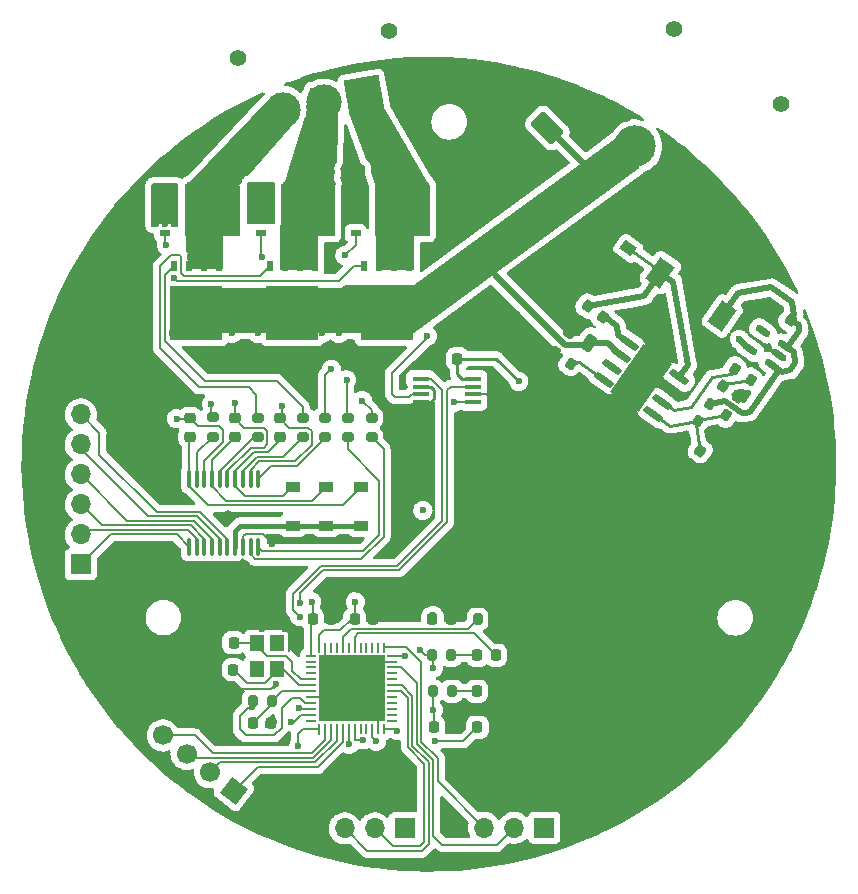
<source format=gbr>
%TF.GenerationSoftware,KiCad,Pcbnew,(6.0.7)*%
%TF.CreationDate,2022-08-30T09:52:08+08:00*%
%TF.ProjectId,rm_foc_driver,726d5f66-6f63-45f6-9472-697665722e6b,rev?*%
%TF.SameCoordinates,Original*%
%TF.FileFunction,Copper,L1,Top*%
%TF.FilePolarity,Positive*%
%FSLAX46Y46*%
G04 Gerber Fmt 4.6, Leading zero omitted, Abs format (unit mm)*
G04 Created by KiCad (PCBNEW (6.0.7)) date 2022-08-30 09:52:08*
%MOMM*%
%LPD*%
G01*
G04 APERTURE LIST*
G04 Aperture macros list*
%AMRoundRect*
0 Rectangle with rounded corners*
0 $1 Rounding radius*
0 $2 $3 $4 $5 $6 $7 $8 $9 X,Y pos of 4 corners*
0 Add a 4 corners polygon primitive as box body*
4,1,4,$2,$3,$4,$5,$6,$7,$8,$9,$2,$3,0*
0 Add four circle primitives for the rounded corners*
1,1,$1+$1,$2,$3*
1,1,$1+$1,$4,$5*
1,1,$1+$1,$6,$7*
1,1,$1+$1,$8,$9*
0 Add four rect primitives between the rounded corners*
20,1,$1+$1,$2,$3,$4,$5,0*
20,1,$1+$1,$4,$5,$6,$7,0*
20,1,$1+$1,$6,$7,$8,$9,0*
20,1,$1+$1,$8,$9,$2,$3,0*%
%AMHorizOval*
0 Thick line with rounded ends*
0 $1 width*
0 $2 $3 position (X,Y) of the first rounded end (center of the circle)*
0 $4 $5 position (X,Y) of the second rounded end (center of the circle)*
0 Add line between two ends*
20,1,$1,$2,$3,$4,$5,0*
0 Add two circle primitives to create the rounded ends*
1,1,$1,$2,$3*
1,1,$1,$4,$5*%
%AMRotRect*
0 Rectangle, with rotation*
0 The origin of the aperture is its center*
0 $1 length*
0 $2 width*
0 $3 Rotation angle, in degrees counterclockwise*
0 Add horizontal line*
21,1,$1,$2,0,0,$3*%
G04 Aperture macros list end*
%TA.AperFunction,SMDPad,CuDef*%
%ADD10R,0.500000X0.850000*%
%TD*%
%TA.AperFunction,SMDPad,CuDef*%
%ADD11R,4.410000X4.550000*%
%TD*%
%TA.AperFunction,SMDPad,CuDef*%
%ADD12R,1.450000X0.450000*%
%TD*%
%TA.AperFunction,SMDPad,CuDef*%
%ADD13RoundRect,0.200000X0.321564X0.110552X-0.006097X0.339982X-0.321564X-0.110552X0.006097X-0.339982X0*%
%TD*%
%TA.AperFunction,SMDPad,CuDef*%
%ADD14R,1.200000X0.900000*%
%TD*%
%TA.AperFunction,SMDPad,CuDef*%
%ADD15RoundRect,0.225000X0.225000X0.250000X-0.225000X0.250000X-0.225000X-0.250000X0.225000X-0.250000X0*%
%TD*%
%TA.AperFunction,SMDPad,CuDef*%
%ADD16RoundRect,0.150000X0.505852X-0.171085X-0.333779X0.416831X-0.505852X0.171085X0.333779X-0.416831X0*%
%TD*%
%TA.AperFunction,SMDPad,CuDef*%
%ADD17RoundRect,0.200000X0.275000X-0.200000X0.275000X0.200000X-0.275000X0.200000X-0.275000X-0.200000X0*%
%TD*%
%TA.AperFunction,SMDPad,CuDef*%
%ADD18RoundRect,0.200000X-0.200000X-0.275000X0.200000X-0.275000X0.200000X0.275000X-0.200000X0.275000X0*%
%TD*%
%TA.AperFunction,SMDPad,CuDef*%
%ADD19RoundRect,0.225000X0.250000X-0.225000X0.250000X0.225000X-0.250000X0.225000X-0.250000X-0.225000X0*%
%TD*%
%TA.AperFunction,SMDPad,CuDef*%
%ADD20RoundRect,0.250000X0.477237X0.245703X0.067661X0.532491X-0.477237X-0.245703X-0.067661X-0.532491X0*%
%TD*%
%TA.AperFunction,ComponentPad*%
%ADD21RotRect,1.700000X1.700000X232.000000*%
%TD*%
%TA.AperFunction,ComponentPad*%
%ADD22HorizOval,1.700000X0.000000X0.000000X0.000000X0.000000X0*%
%TD*%
%TA.AperFunction,ComponentPad*%
%ADD23R,1.700000X1.700000*%
%TD*%
%TA.AperFunction,ComponentPad*%
%ADD24O,1.700000X1.700000*%
%TD*%
%TA.AperFunction,SMDPad,CuDef*%
%ADD25RoundRect,0.225000X-0.327703X-0.075733X0.040915X-0.333843X0.327703X0.075733X-0.040915X0.333843X0*%
%TD*%
%TA.AperFunction,SMDPad,CuDef*%
%ADD26RoundRect,0.225000X-0.225000X-0.250000X0.225000X-0.250000X0.225000X0.250000X-0.225000X0.250000X0*%
%TD*%
%TA.AperFunction,SMDPad,CuDef*%
%ADD27R,0.850000X0.500000*%
%TD*%
%TA.AperFunction,SMDPad,CuDef*%
%ADD28R,4.550000X4.410000*%
%TD*%
%TA.AperFunction,SMDPad,CuDef*%
%ADD29RoundRect,0.225000X0.327703X0.075733X-0.040915X0.333843X-0.327703X-0.075733X0.040915X-0.333843X0*%
%TD*%
%TA.AperFunction,ComponentPad*%
%ADD30C,1.400000*%
%TD*%
%TA.AperFunction,ComponentPad*%
%ADD31RotRect,3.500000X3.500000X325.000000*%
%TD*%
%TA.AperFunction,ComponentPad*%
%ADD32C,3.500000*%
%TD*%
%TA.AperFunction,ComponentPad*%
%ADD33RotRect,3.000000X3.000000X10.000000*%
%TD*%
%TA.AperFunction,ComponentPad*%
%ADD34C,3.000000*%
%TD*%
%TA.AperFunction,SMDPad,CuDef*%
%ADD35RoundRect,0.100000X0.100000X-0.637500X0.100000X0.637500X-0.100000X0.637500X-0.100000X-0.637500X0*%
%TD*%
%TA.AperFunction,SMDPad,CuDef*%
%ADD36RoundRect,0.150000X-0.690161X0.300140X0.518088X-0.545885X0.690161X-0.300140X-0.518088X0.545885X0*%
%TD*%
%TA.AperFunction,ComponentPad*%
%ADD37C,0.500000*%
%TD*%
%TA.AperFunction,SMDPad,CuDef*%
%ADD38RotRect,2.950000X4.900000X325.000000*%
%TD*%
%TA.AperFunction,SMDPad,CuDef*%
%ADD39RoundRect,0.218750X0.218750X0.256250X-0.218750X0.256250X-0.218750X-0.256250X0.218750X-0.256250X0*%
%TD*%
%TA.AperFunction,SMDPad,CuDef*%
%ADD40RoundRect,0.200000X-0.321564X-0.110552X0.006097X-0.339982X0.321564X0.110552X-0.006097X0.339982X0*%
%TD*%
%TA.AperFunction,SMDPad,CuDef*%
%ADD41RoundRect,0.250000X1.131371X-0.353553X-0.353553X1.131371X-1.131371X0.353553X0.353553X-1.131371X0*%
%TD*%
%TA.AperFunction,SMDPad,CuDef*%
%ADD42RoundRect,0.200000X0.200000X0.275000X-0.200000X0.275000X-0.200000X-0.275000X0.200000X-0.275000X0*%
%TD*%
%TA.AperFunction,SMDPad,CuDef*%
%ADD43RotRect,0.900000X1.200000X55.000000*%
%TD*%
%TA.AperFunction,SMDPad,CuDef*%
%ADD44R,1.200000X1.400000*%
%TD*%
%TA.AperFunction,SMDPad,CuDef*%
%ADD45RoundRect,0.062500X-0.375000X-0.062500X0.375000X-0.062500X0.375000X0.062500X-0.375000X0.062500X0*%
%TD*%
%TA.AperFunction,SMDPad,CuDef*%
%ADD46RoundRect,0.062500X-0.062500X-0.375000X0.062500X-0.375000X0.062500X0.375000X-0.062500X0.375000X0*%
%TD*%
%TA.AperFunction,SMDPad,CuDef*%
%ADD47R,5.600000X5.600000*%
%TD*%
%TA.AperFunction,SMDPad,CuDef*%
%ADD48RotRect,1.500000X2.200000X325.000000*%
%TD*%
%TA.AperFunction,ViaPad*%
%ADD49C,0.800000*%
%TD*%
%TA.AperFunction,ViaPad*%
%ADD50C,0.600000*%
%TD*%
%TA.AperFunction,Conductor*%
%ADD51C,0.508000*%
%TD*%
%TA.AperFunction,Conductor*%
%ADD52C,0.254000*%
%TD*%
%TA.AperFunction,Conductor*%
%ADD53C,0.381000*%
%TD*%
%TA.AperFunction,Conductor*%
%ADD54C,0.177800*%
%TD*%
G04 APERTURE END LIST*
D10*
%TO.P,Q5,1,S*%
%TO.N,/SH_C*%
X163449000Y-84222000D03*
%TO.P,Q5,2,S*%
X162179000Y-84222000D03*
%TO.P,Q5,3,S*%
X160909000Y-84222000D03*
%TO.P,Q5,4,G*%
%TO.N,/GH_C*%
X159639000Y-84222000D03*
D11*
%TO.P,Q5,5,D*%
%TO.N,+12V*%
X161544000Y-88172000D03*
%TD*%
D12*
%TO.P,U6,1,OUT1*%
%TO.N,/SO1*%
X164424000Y-93767000D03*
%TO.P,U6,2,IN1-*%
%TO.N,GND*%
X164424000Y-94417000D03*
%TO.P,U6,3,IN1+*%
%TO.N,/SL_A*%
X164424000Y-95067000D03*
%TO.P,U6,4,GND*%
%TO.N,GND*%
X164424000Y-95717000D03*
%TO.P,U6,5,IN2+*%
%TO.N,/SL_B*%
X168824000Y-95717000D03*
%TO.P,U6,6,IN2-*%
%TO.N,GND*%
X168824000Y-95067000D03*
%TO.P,U6,7,OUT2*%
%TO.N,/SO2*%
X168824000Y-94417000D03*
%TO.P,U6,8,VS*%
%TO.N,+5V*%
X168824000Y-93767000D03*
%TD*%
D13*
%TO.P,R6,1*%
%TO.N,Net-(R6-Pad1)*%
X177096399Y-92475083D03*
%TO.P,R6,2*%
%TO.N,GND*%
X175744799Y-91528681D03*
%TD*%
D14*
%TO.P,D5,1,K*%
%TO.N,+5V*%
X156413200Y-106196400D03*
%TO.P,D5,2,A*%
%TO.N,Net-(C12-Pad1)*%
X156413200Y-102896400D03*
%TD*%
D15*
%TO.P,C34,1*%
%TO.N,GND*%
X167086000Y-123258000D03*
%TO.P,C34,2*%
%TO.N,+3.3V*%
X165536000Y-123258000D03*
%TD*%
D10*
%TO.P,Q1,1,S*%
%TO.N,/SH_A*%
X147320000Y-84222000D03*
%TO.P,Q1,2,S*%
X146050000Y-84222000D03*
%TO.P,Q1,3,S*%
X144780000Y-84222000D03*
%TO.P,Q1,4,G*%
%TO.N,/GH_A*%
X143510000Y-84222000D03*
D11*
%TO.P,Q1,5,D*%
%TO.N,+12V*%
X145415000Y-88172000D03*
%TD*%
D16*
%TO.P,U2,1,VIN*%
%TO.N,+5V*%
X194161890Y-92560980D03*
%TO.P,U2,2,GND*%
%TO.N,GND*%
X194706787Y-91782785D03*
%TO.P,U2,3,EN*%
%TO.N,+5V*%
X195251685Y-91004591D03*
%TO.P,U2,4,NC*%
%TO.N,unconnected-(U2-Pad4)*%
X193388114Y-89699704D03*
%TO.P,U2,5,VOUT*%
%TO.N,+3.3V*%
X192298319Y-91256093D03*
%TD*%
D17*
%TO.P,R17,1*%
%TO.N,Net-(R17-Pad1)*%
X146786600Y-98665800D03*
%TO.P,R17,2*%
%TO.N,/GH_C*%
X146786600Y-97015800D03*
%TD*%
D18*
%TO.P,R3,1*%
%TO.N,Net-(R3-Pad1)*%
X169232000Y-114114000D03*
%TO.P,R3,2*%
%TO.N,GND*%
X170882000Y-114114000D03*
%TD*%
D19*
%TO.P,C13,1*%
%TO.N,Net-(C13-Pad1)*%
X144881600Y-98666600D03*
%TO.P,C13,2*%
%TO.N,/SH_C*%
X144881600Y-97116600D03*
%TD*%
D15*
%TO.P,C37,1*%
%TO.N,GND*%
X166959000Y-114114000D03*
%TO.P,C37,2*%
%TO.N,+3.3V*%
X165409000Y-114114000D03*
%TD*%
%TO.P,C15,1*%
%TO.N,+5V*%
X167526000Y-92075000D03*
%TO.P,C15,2*%
%TO.N,GND*%
X165976000Y-92075000D03*
%TD*%
%TO.P,C9,1*%
%TO.N,/OSC_IN*%
X148574000Y-116107000D03*
%TO.P,C9,2*%
%TO.N,GND*%
X147024000Y-116107000D03*
%TD*%
D20*
%TO.P,C3,1*%
%TO.N,+12V*%
X178680274Y-90697630D03*
%TO.P,C3,2*%
%TO.N,GND*%
X177123886Y-89607834D03*
%TD*%
D10*
%TO.P,Q3,1,S*%
%TO.N,/SH_B*%
X155448000Y-84222000D03*
%TO.P,Q3,2,S*%
X154178000Y-84222000D03*
%TO.P,Q3,3,S*%
X152908000Y-84222000D03*
%TO.P,Q3,4,G*%
%TO.N,/GH_B*%
X151638000Y-84222000D03*
D11*
%TO.P,Q3,5,D*%
%TO.N,+12V*%
X153543000Y-88172000D03*
%TD*%
D14*
%TO.P,D4,1,K*%
%TO.N,+5V*%
X159359600Y-106196400D03*
%TO.P,D4,2,A*%
%TO.N,Net-(C13-Pad1)*%
X159359600Y-102896400D03*
%TD*%
D21*
%TO.P,J4,1,Pin_1*%
%TO.N,/MOSI*%
X148590000Y-128651000D03*
D22*
%TO.P,J4,2,Pin_2*%
%TO.N,/MISO*%
X146588453Y-127087220D03*
%TO.P,J4,3,Pin_3*%
%TO.N,/SCLK*%
X144586905Y-125523440D03*
%TO.P,J4,4,Pin_4*%
%TO.N,/CS2*%
X142585358Y-123959660D03*
%TD*%
D23*
%TO.P,J1,1,Pin_1*%
%TO.N,+3.3V*%
X174869000Y-131769000D03*
D24*
%TO.P,J1,2,Pin_2*%
%TO.N,/SWDIO*%
X172329000Y-131769000D03*
%TO.P,J1,3,Pin_3*%
%TO.N,/SWCLK*%
X169789000Y-131769000D03*
%TO.P,J1,4,Pin_4*%
%TO.N,GND*%
X167249000Y-131769000D03*
%TD*%
D25*
%TO.P,C8,1*%
%TO.N,GND*%
X186802412Y-98961226D03*
%TO.P,C8,2*%
%TO.N,Net-(C8-Pad2)*%
X188072098Y-99850270D03*
%TD*%
D15*
%TO.P,C35,1*%
%TO.N,GND*%
X156812000Y-114114000D03*
%TO.P,C35,2*%
%TO.N,+3.3V*%
X155262000Y-114114000D03*
%TD*%
D26*
%TO.P,C6,1*%
%TO.N,Net-(C6-Pad1)*%
X169219000Y-123258000D03*
%TO.P,C6,2*%
%TO.N,GND*%
X170769000Y-123258000D03*
%TD*%
D27*
%TO.P,Q6,1,S*%
%TO.N,GND*%
X158898000Y-77597000D03*
%TO.P,Q6,2,S*%
X158898000Y-78867000D03*
%TO.P,Q6,3,S*%
X158898000Y-80137000D03*
%TO.P,Q6,4,G*%
%TO.N,/GL_C*%
X158898000Y-81407000D03*
D28*
%TO.P,Q6,5,D*%
%TO.N,/SH_C*%
X162848000Y-79502000D03*
%TD*%
D23*
%TO.P,J5,1,Pin_1*%
%TO.N,/PWM1*%
X135636000Y-109474000D03*
D24*
%TO.P,J5,2,Pin_2*%
%TO.N,/PWM2*%
X135636000Y-106934000D03*
%TO.P,J5,3,Pin_3*%
%TO.N,/PWM3*%
X135636000Y-104394000D03*
%TO.P,J5,4,Pin_4*%
%TO.N,/PWM4*%
X135636000Y-101854000D03*
%TO.P,J5,5,Pin_5*%
%TO.N,/PWM5*%
X135636000Y-99314000D03*
%TO.P,J5,6,Pin_6*%
%TO.N,/PWM6*%
X135636000Y-96774000D03*
%TO.P,J5,7,Pin_7*%
%TO.N,GND*%
X135636000Y-94234000D03*
%TD*%
D29*
%TO.P,C2,1*%
%TO.N,+5V*%
X195741977Y-88786712D03*
%TO.P,C2,2*%
%TO.N,GND*%
X194472291Y-87897668D03*
%TD*%
D30*
%TO.P,J6,*%
%TO.N,*%
X194883220Y-70491209D03*
X185872548Y-64181868D03*
D31*
%TO.P,J6,1,Pin_1*%
%TO.N,GND*%
X186690000Y-76962000D03*
D32*
%TO.P,J6,2,Pin_2*%
%TO.N,+12V*%
X182594240Y-74094118D03*
%TD*%
D30*
%TO.P,J8,*%
%TO.N,*%
X161715778Y-64309412D03*
X148913278Y-66566838D03*
D33*
%TO.P,J8,1,Pin_1*%
%TO.N,/SH_C*%
X159629596Y-69754395D03*
D34*
%TO.P,J8,2,Pin_2*%
%TO.N,/SH_B*%
X156182769Y-70362164D03*
%TO.P,J8,3,Pin_3*%
%TO.N,/SH_A*%
X152735942Y-70969932D03*
%TD*%
D14*
%TO.P,D6,1,K*%
%TO.N,+5V*%
X153568400Y-106196400D03*
%TO.P,D6,2,A*%
%TO.N,Net-(C10-Pad1)*%
X153568400Y-102896400D03*
%TD*%
D27*
%TO.P,Q4,1,S*%
%TO.N,/SL_B*%
X150897000Y-77597000D03*
%TO.P,Q4,2,S*%
X150897000Y-78867000D03*
%TO.P,Q4,3,S*%
X150897000Y-80137000D03*
%TO.P,Q4,4,G*%
%TO.N,/GL_B*%
X150897000Y-81407000D03*
D28*
%TO.P,Q4,5,D*%
%TO.N,/SH_B*%
X154847000Y-79502000D03*
%TD*%
D27*
%TO.P,Q2,1,S*%
%TO.N,/SL_A*%
X142754000Y-77597000D03*
%TO.P,Q2,2,S*%
X142754000Y-78867000D03*
%TO.P,Q2,3,S*%
X142754000Y-80137000D03*
%TO.P,Q2,4,G*%
%TO.N,/GL_A*%
X142754000Y-81407000D03*
D28*
%TO.P,Q2,5,D*%
%TO.N,/SH_A*%
X146704000Y-79502000D03*
%TD*%
D17*
%TO.P,R14,1*%
%TO.N,Net-(R14-Pad1)*%
X160248600Y-98716600D03*
%TO.P,R14,2*%
%TO.N,/GL_A*%
X160248600Y-97066600D03*
%TD*%
D35*
%TO.P,U4,1,HIN1*%
%TO.N,/PWM1*%
X144801400Y-107967700D03*
%TO.P,U4,2,HIN2*%
%TO.N,/PWM2*%
X145451400Y-107967700D03*
%TO.P,U4,3,HIN3*%
%TO.N,/PWM3*%
X146101400Y-107967700D03*
%TO.P,U4,4,~{LIN1}*%
%TO.N,/PWM4*%
X146751400Y-107967700D03*
%TO.P,U4,5,~{LIN2}*%
%TO.N,/PWM5*%
X147401400Y-107967700D03*
%TO.P,U4,6,~{LIN3}*%
%TO.N,/PWM6*%
X148051400Y-107967700D03*
%TO.P,U4,7,VCC*%
%TO.N,+5V*%
X148701400Y-107967700D03*
%TO.P,U4,8,GND*%
%TO.N,GND*%
X149351400Y-107967700D03*
%TO.P,U4,9,LO1*%
%TO.N,Net-(R14-Pad1)*%
X150001400Y-107967700D03*
%TO.P,U4,10,LO2*%
%TO.N,Net-(R16-Pad1)*%
X150651400Y-107967700D03*
%TO.P,U4,11,LO3*%
%TO.N,Net-(R18-Pad1)*%
X150651400Y-102242700D03*
%TO.P,U4,12,VS1*%
%TO.N,/SH_A*%
X150001400Y-102242700D03*
%TO.P,U4,13,HO1*%
%TO.N,Net-(R13-Pad1)*%
X149351400Y-102242700D03*
%TO.P,U4,14,VB1*%
%TO.N,Net-(C10-Pad1)*%
X148701400Y-102242700D03*
%TO.P,U4,15,VS2*%
%TO.N,/SH_B*%
X148051400Y-102242700D03*
%TO.P,U4,16,HO2*%
%TO.N,Net-(R15-Pad1)*%
X147401400Y-102242700D03*
%TO.P,U4,17,VB2*%
%TO.N,Net-(C12-Pad1)*%
X146751400Y-102242700D03*
%TO.P,U4,18,VS3*%
%TO.N,/SH_C*%
X146101400Y-102242700D03*
%TO.P,U4,19,HO3*%
%TO.N,Net-(R17-Pad1)*%
X145451400Y-102242700D03*
%TO.P,U4,20,VB3*%
%TO.N,Net-(C13-Pad1)*%
X144801400Y-102242700D03*
%TD*%
D26*
%TO.P,C4,1*%
%TO.N,Net-(C4-Pad1)*%
X150228000Y-122936000D03*
%TO.P,C4,2*%
%TO.N,GND*%
X151778000Y-122936000D03*
%TD*%
D36*
%TO.P,U1,1,BOOT*%
%TO.N,Net-(C7-Pad1)*%
X182084839Y-90705403D03*
%TO.P,U1,2,VIN*%
%TO.N,+12V*%
X181356397Y-91745726D03*
%TO.P,U1,3,EN*%
%TO.N,unconnected-(U1-Pad3)*%
X180627955Y-92786049D03*
%TO.P,U1,4,RT/CLK*%
%TO.N,Net-(R6-Pad1)*%
X179899513Y-93826372D03*
%TO.P,U1,5,FB*%
%TO.N,Net-(C8-Pad2)*%
X184097667Y-96765951D03*
%TO.P,U1,6,COMP*%
%TO.N,Net-(R2-Pad1)*%
X184826109Y-95725628D03*
%TO.P,U1,7,GND*%
%TO.N,GND*%
X185554551Y-94685305D03*
%TO.P,U1,8,SW*%
%TO.N,Net-(C7-Pad2)*%
X186282993Y-93644982D03*
D37*
%TO.P,U1,9,GND*%
%TO.N,GND*%
X182878052Y-95173399D03*
X184369351Y-93043604D03*
X182558804Y-93362852D03*
X183304454Y-92297955D03*
X183623702Y-94108502D03*
D38*
X183091253Y-93735677D03*
D37*
X181813155Y-94427750D03*
%TD*%
D17*
%TO.P,R13,1*%
%TO.N,Net-(R13-Pad1)*%
X154406600Y-98716600D03*
%TO.P,R13,2*%
%TO.N,/GH_A*%
X154406600Y-97066600D03*
%TD*%
D39*
%TO.P,D2,1,K*%
%TO.N,GND*%
X170717500Y-120210000D03*
%TO.P,D2,2,A*%
%TO.N,Net-(D2-Pad2)*%
X169142500Y-120210000D03*
%TD*%
D17*
%TO.P,R15,1*%
%TO.N,Net-(R15-Pad1)*%
X150596600Y-98716600D03*
%TO.P,R15,2*%
%TO.N,/GH_B*%
X150596600Y-97066600D03*
%TD*%
D15*
%TO.P,C36,1*%
%TO.N,GND*%
X160368000Y-114114000D03*
%TO.P,C36,2*%
%TO.N,+3.3V*%
X158818000Y-114114000D03*
%TD*%
%TO.P,C11,1*%
%TO.N,/OSC_OUT*%
X148531500Y-118393000D03*
%TO.P,C11,2*%
%TO.N,GND*%
X146981500Y-118393000D03*
%TD*%
D17*
%TO.P,R16,1*%
%TO.N,Net-(R16-Pad1)*%
X158216600Y-98716600D03*
%TO.P,R16,2*%
%TO.N,/GL_B*%
X158216600Y-97066600D03*
%TD*%
D29*
%TO.P,C7,1*%
%TO.N,Net-(C7-Pad1)*%
X179823522Y-88493176D03*
%TO.P,C7,2*%
%TO.N,Net-(C7-Pad2)*%
X178553836Y-87604132D03*
%TD*%
D19*
%TO.P,C12,1*%
%TO.N,Net-(C12-Pad1)*%
X148691600Y-98666600D03*
%TO.P,C12,2*%
%TO.N,/SH_B*%
X148691600Y-97116600D03*
%TD*%
D17*
%TO.P,R18,1*%
%TO.N,Net-(R18-Pad1)*%
X156311600Y-98716600D03*
%TO.P,R18,2*%
%TO.N,/GL_C*%
X156311600Y-97066600D03*
%TD*%
D23*
%TO.P,J3,1,Pin_1*%
%TO.N,+5V*%
X163068000Y-131826000D03*
D24*
%TO.P,J3,2,Pin_2*%
%TO.N,/TXD*%
X160528000Y-131826000D03*
%TO.P,J3,3,Pin_3*%
%TO.N,/RXD*%
X157988000Y-131826000D03*
%TO.P,J3,4,Pin_4*%
%TO.N,GND*%
X155448000Y-131826000D03*
%TD*%
D18*
%TO.P,R4,1*%
%TO.N,+3.3V*%
X165359000Y-117162000D03*
%TO.P,R4,2*%
%TO.N,Net-(D1-Pad2)*%
X167009000Y-117162000D03*
%TD*%
D40*
%TO.P,R7,1*%
%TO.N,+5V*%
X188873938Y-95915612D03*
%TO.P,R7,2*%
%TO.N,Net-(C8-Pad2)*%
X190225538Y-96862014D03*
%TD*%
%TO.P,R2,1*%
%TO.N,Net-(R2-Pad1)*%
X190986419Y-92898675D03*
%TO.P,R2,2*%
%TO.N,Net-(C5-Pad1)*%
X192338019Y-93845077D03*
%TD*%
D25*
%TO.P,C5,1*%
%TO.N,Net-(C5-Pad1)*%
X190007558Y-94383804D03*
%TO.P,C5,2*%
%TO.N,GND*%
X191277244Y-95272848D03*
%TD*%
D41*
%TO.P,C22,1*%
%TO.N,+12V*%
X175135792Y-72519792D03*
%TO.P,C22,2*%
%TO.N,GND*%
X172590208Y-69974208D03*
%TD*%
D42*
%TO.P,R1,1*%
%TO.N,Net-(C4-Pad1)*%
X151828000Y-121031000D03*
%TO.P,R1,2*%
%TO.N,+3.3V*%
X150178000Y-121031000D03*
%TD*%
D43*
%TO.P,D3,1,K*%
%TO.N,GND*%
X180094787Y-85426091D03*
%TO.P,D3,2,A*%
%TO.N,Net-(C7-Pad2)*%
X181987589Y-82722889D03*
%TD*%
D44*
%TO.P,Y1,1,1*%
%TO.N,/OSC_IN*%
X150573000Y-116166500D03*
%TO.P,Y1,2,2*%
%TO.N,unconnected-(Y1-Pad2)*%
X150573000Y-118366500D03*
%TO.P,Y1,3,3*%
%TO.N,/OSC_OUT*%
X152273000Y-118366500D03*
%TO.P,Y1,4,4*%
%TO.N,unconnected-(Y1-Pad4)*%
X152273000Y-116166500D03*
%TD*%
D18*
%TO.P,R5,1*%
%TO.N,+3.3V*%
X165422000Y-120210000D03*
%TO.P,R5,2*%
%TO.N,Net-(D2-Pad2)*%
X167072000Y-120210000D03*
%TD*%
D45*
%TO.P,U3,1,VBAT*%
%TO.N,+3.3V*%
X155126500Y-117206000D03*
%TO.P,U3,2,PC13*%
%TO.N,unconnected-(U3-Pad2)*%
X155126500Y-117706000D03*
%TO.P,U3,3,PC14*%
%TO.N,unconnected-(U3-Pad3)*%
X155126500Y-118206000D03*
%TO.P,U3,4,PC15*%
%TO.N,unconnected-(U3-Pad4)*%
X155126500Y-118706000D03*
%TO.P,U3,5,PH0*%
%TO.N,/OSC_IN*%
X155126500Y-119206000D03*
%TO.P,U3,6,PH1*%
%TO.N,/OSC_OUT*%
X155126500Y-119706000D03*
%TO.P,U3,7,NRST*%
%TO.N,Net-(C4-Pad1)*%
X155126500Y-120206000D03*
%TO.P,U3,8,VSSA*%
%TO.N,GND*%
X155126500Y-120706000D03*
%TO.P,U3,9,VREF+*%
%TO.N,+3.3V*%
X155126500Y-121206000D03*
%TO.P,U3,10,PA0*%
%TO.N,/SO1*%
X155126500Y-121706000D03*
%TO.P,U3,11,PA1*%
%TO.N,/SO2*%
X155126500Y-122206000D03*
%TO.P,U3,12,PA2*%
%TO.N,unconnected-(U3-Pad12)*%
X155126500Y-122706000D03*
D46*
%TO.P,U3,13,PA3*%
%TO.N,/CS1*%
X155814000Y-123393500D03*
%TO.P,U3,14,PA4*%
%TO.N,/CS2*%
X156314000Y-123393500D03*
%TO.P,U3,15,PA5*%
%TO.N,/SCLK*%
X156814000Y-123393500D03*
%TO.P,U3,16,PA6*%
%TO.N,/MISO*%
X157314000Y-123393500D03*
%TO.P,U3,17,PA7*%
%TO.N,/MOSI*%
X157814000Y-123393500D03*
%TO.P,U3,18,PB0*%
%TO.N,/ADC1*%
X158314000Y-123393500D03*
%TO.P,U3,19,PB1*%
%TO.N,/MODE*%
X158814000Y-123393500D03*
%TO.P,U3,20,PB2*%
%TO.N,unconnected-(U3-Pad20)*%
X159314000Y-123393500D03*
%TO.P,U3,21,PB10*%
%TO.N,unconnected-(U3-Pad21)*%
X159814000Y-123393500D03*
%TO.P,U3,22,VCAP1*%
%TO.N,Net-(C6-Pad1)*%
X160314000Y-123393500D03*
%TO.P,U3,23,VSS*%
%TO.N,GND*%
X160814000Y-123393500D03*
%TO.P,U3,24,VDD*%
%TO.N,+3.3V*%
X161314000Y-123393500D03*
D45*
%TO.P,U3,25,PB12*%
%TO.N,unconnected-(U3-Pad25)*%
X162001500Y-122706000D03*
%TO.P,U3,26,PB13*%
%TO.N,unconnected-(U3-Pad26)*%
X162001500Y-122206000D03*
%TO.P,U3,27,PB14*%
%TO.N,unconnected-(U3-Pad27)*%
X162001500Y-121706000D03*
%TO.P,U3,28,PB15*%
%TO.N,unconnected-(U3-Pad28)*%
X162001500Y-121206000D03*
%TO.P,U3,29,PA8*%
%TO.N,unconnected-(U3-Pad29)*%
X162001500Y-120706000D03*
%TO.P,U3,30,PA9*%
%TO.N,/TXD*%
X162001500Y-120206000D03*
%TO.P,U3,31,PA10*%
%TO.N,/RXD*%
X162001500Y-119706000D03*
%TO.P,U3,32,PA11*%
%TO.N,unconnected-(U3-Pad32)*%
X162001500Y-119206000D03*
%TO.P,U3,33,PA12*%
%TO.N,unconnected-(U3-Pad33)*%
X162001500Y-118706000D03*
%TO.P,U3,34,PA13*%
%TO.N,/SWDIO*%
X162001500Y-118206000D03*
%TO.P,U3,35,VSS*%
%TO.N,GND*%
X162001500Y-117706000D03*
%TO.P,U3,36,VDD*%
%TO.N,+3.3V*%
X162001500Y-117206000D03*
D46*
%TO.P,U3,37,PA14*%
%TO.N,/SWCLK*%
X161314000Y-116518500D03*
%TO.P,U3,38,PA15*%
%TO.N,unconnected-(U3-Pad38)*%
X160814000Y-116518500D03*
%TO.P,U3,39,PB3*%
%TO.N,unconnected-(U3-Pad39)*%
X160314000Y-116518500D03*
%TO.P,U3,40,PB4*%
%TO.N,unconnected-(U3-Pad40)*%
X159814000Y-116518500D03*
%TO.P,U3,41,PB5*%
%TO.N,unconnected-(U3-Pad41)*%
X159314000Y-116518500D03*
%TO.P,U3,42,PB6*%
%TO.N,Net-(D1-Pad1)*%
X158814000Y-116518500D03*
%TO.P,U3,43,PB7*%
%TO.N,unconnected-(U3-Pad43)*%
X158314000Y-116518500D03*
%TO.P,U3,44,BOOT0*%
%TO.N,Net-(R3-Pad1)*%
X157814000Y-116518500D03*
%TO.P,U3,45,PB8*%
%TO.N,unconnected-(U3-Pad45)*%
X157314000Y-116518500D03*
%TO.P,U3,46,PB9*%
%TO.N,unconnected-(U3-Pad46)*%
X156814000Y-116518500D03*
%TO.P,U3,47,VSS*%
%TO.N,GND*%
X156314000Y-116518500D03*
%TO.P,U3,48,VDD*%
%TO.N,+3.3V*%
X155814000Y-116518500D03*
D47*
%TO.P,U3,49,VSS*%
%TO.N,GND*%
X158564000Y-119956000D03*
%TD*%
D40*
%TO.P,R8,1*%
%TO.N,Net-(C8-Pad2)*%
X187854119Y-97372065D03*
%TO.P,R8,2*%
%TO.N,GND*%
X189205719Y-98318467D03*
%TD*%
D48*
%TO.P,L1,1,1*%
%TO.N,Net-(C7-Pad2)*%
X184703713Y-84778555D03*
%TO.P,L1,2,2*%
%TO.N,+5V*%
X189946287Y-88449445D03*
%TD*%
D19*
%TO.P,C10,1*%
%TO.N,Net-(C10-Pad1)*%
X152501600Y-98666600D03*
%TO.P,C10,2*%
%TO.N,/SH_A*%
X152501600Y-97116600D03*
%TD*%
D39*
%TO.P,D1,1,K*%
%TO.N,Net-(D1-Pad1)*%
X170781500Y-117162000D03*
%TO.P,D1,2,A*%
%TO.N,Net-(D1-Pad2)*%
X169206500Y-117162000D03*
%TD*%
D49*
%TO.N,GND*%
X168478200Y-77317600D03*
X168757600Y-69291200D03*
X190703200Y-80594200D03*
X194284600Y-101346000D03*
X193421000Y-110769400D03*
X186588400Y-115646200D03*
X187198000Y-120218200D03*
X183870600Y-121691400D03*
X178206400Y-121056400D03*
X175437800Y-122478800D03*
X173609000Y-127076200D03*
X169316400Y-126847600D03*
X164211000Y-110794800D03*
X161518600Y-111125000D03*
X145542000Y-111023400D03*
X150037800Y-112090200D03*
X141224000Y-109220000D03*
X144653000Y-118440200D03*
X141681200Y-118567200D03*
X139014200Y-116027200D03*
X148056600Y-105308400D03*
D50*
X158369000Y-74244200D03*
X158267400Y-75158600D03*
X159410400Y-75920600D03*
X157911800Y-75971400D03*
X158648400Y-75946000D03*
X159385000Y-76682600D03*
X157886400Y-76733400D03*
X158623000Y-76708000D03*
X159435800Y-79832200D03*
X159435800Y-77546200D03*
X159435800Y-79070200D03*
X159435800Y-78308200D03*
X158673800Y-79857600D03*
X158673800Y-77571600D03*
X158673800Y-79095600D03*
X158673800Y-78333600D03*
X157937200Y-79883000D03*
X157937200Y-77597000D03*
X157937200Y-79121000D03*
X157937200Y-78359000D03*
D49*
X178638200Y-108788200D03*
D50*
%TO.N,+5V*%
X159359600Y-106196400D03*
X164592000Y-104902000D03*
X191881305Y-96631305D03*
X172720000Y-93980000D03*
%TO.N,GND*%
X161036000Y-120269000D03*
X157734000Y-122301000D03*
X148894800Y-91846400D03*
X152019000Y-122809000D03*
X162179000Y-113792000D03*
X146481800Y-91795600D03*
X147447000Y-114935000D03*
X176860200Y-87909400D03*
X150596600Y-92024200D03*
X160596000Y-117924000D03*
X149352000Y-114935000D03*
X153238200Y-91973400D03*
X160655000Y-122047000D03*
X162382200Y-91643200D03*
X160426400Y-91973400D03*
X157480000Y-91363800D03*
X163855400Y-96037400D03*
X160528000Y-118745000D03*
X151790400Y-107721400D03*
X152146000Y-119634000D03*
X157992500Y-120527500D03*
X148152250Y-119563750D03*
X156235400Y-91744800D03*
X158496000Y-111175800D03*
X192151000Y-94996000D03*
X152919300Y-114935000D03*
X170815000Y-94996000D03*
X177165000Y-89230200D03*
X146981500Y-117305500D03*
X151003000Y-114935000D03*
%TO.N,+12V*%
X155194000Y-89916000D03*
X144272000Y-89916000D03*
X153797000Y-89916000D03*
X157480000Y-89916000D03*
X150622000Y-89916000D03*
X146812000Y-89916000D03*
X156083000Y-89916000D03*
X148463000Y-89916000D03*
X145923000Y-89916000D03*
X152908000Y-89916000D03*
X160782000Y-89916000D03*
X159893000Y-89916000D03*
X162306000Y-89916000D03*
X163195000Y-89916000D03*
X143383000Y-89916000D03*
%TO.N,Net-(C6-Pad1)*%
X165608000Y-124460000D03*
X160655000Y-124460000D03*
%TO.N,/SH_A*%
X145672404Y-83445807D03*
X145672404Y-77349807D03*
X144910404Y-82683807D03*
X145672404Y-78873807D03*
X146431000Y-81915000D03*
X147955000Y-77343000D03*
X146431000Y-81153000D03*
X147196404Y-81159807D03*
X146431000Y-78105000D03*
X147955000Y-79629000D03*
X147196404Y-77349807D03*
X145672404Y-81921807D03*
X144910404Y-77349807D03*
X144910404Y-78873807D03*
X147955000Y-80391000D03*
X147955000Y-78867000D03*
X146431000Y-82677000D03*
X147196404Y-78111807D03*
X147196404Y-79635807D03*
X145672404Y-78111807D03*
X147196404Y-83445807D03*
X146427596Y-84194193D03*
X147196404Y-78873807D03*
X147955000Y-81153000D03*
X146431000Y-79629000D03*
X148717000Y-77343000D03*
X152654000Y-96037400D03*
X145672404Y-81159807D03*
X145669000Y-84201000D03*
X144910404Y-81921807D03*
X144910404Y-79635807D03*
X146431000Y-83439000D03*
X147193000Y-84201000D03*
X147955000Y-78105000D03*
X144910404Y-78111807D03*
X145672404Y-82683807D03*
X144910404Y-81159807D03*
X147196404Y-81921807D03*
X146431000Y-80391000D03*
X148717000Y-78105000D03*
X146431000Y-77343000D03*
X146431000Y-78867000D03*
X144907000Y-84201000D03*
X145672404Y-80397807D03*
X147196404Y-82683807D03*
X145672404Y-79635807D03*
X144910404Y-83445807D03*
X144910404Y-80397807D03*
X147196404Y-80397807D03*
%TO.N,/SH_B*%
X155321000Y-78867000D03*
X153797000Y-84201000D03*
X155321000Y-79629000D03*
X156845000Y-78867000D03*
X155321000Y-81153000D03*
X155321000Y-82677000D03*
X156083000Y-78105000D03*
X153797000Y-79629000D03*
X154559000Y-78867000D03*
X156083000Y-78867000D03*
X155321000Y-78105000D03*
X156083000Y-77343000D03*
X155321000Y-81915000D03*
X153797000Y-80391000D03*
X155321000Y-77343000D03*
X154559000Y-83439000D03*
X153797000Y-78105000D03*
X156845000Y-78105000D03*
X156845000Y-77343000D03*
X155321000Y-83439000D03*
X153035000Y-82677000D03*
X155321000Y-80391000D03*
X154559000Y-77343000D03*
X148691600Y-95834200D03*
X153797000Y-81153000D03*
X156083000Y-79629000D03*
X153797000Y-81915000D03*
X153797000Y-82677000D03*
X154559000Y-81153000D03*
X154559000Y-80391000D03*
X153035000Y-78105000D03*
X156083000Y-80391000D03*
X156083000Y-81153000D03*
X153035000Y-83439000D03*
X153797000Y-83439000D03*
X154559000Y-81915000D03*
X154559000Y-78105000D03*
X155321000Y-84201000D03*
X153035000Y-84201000D03*
X153035000Y-81915000D03*
X156845000Y-80391000D03*
X154559000Y-82677000D03*
X153035000Y-77343000D03*
X153797000Y-78867000D03*
X153035000Y-78867000D03*
X154559000Y-79629000D03*
X156845000Y-81153000D03*
X156845000Y-79629000D03*
X153797000Y-77343000D03*
X154559000Y-84201000D03*
%TO.N,+3.3V*%
X191389000Y-90424000D03*
X155194000Y-112649000D03*
X164338000Y-116713000D03*
X165481000Y-118237000D03*
X158877000Y-112649000D03*
X165481000Y-113792000D03*
X163068000Y-117221000D03*
X165481000Y-121793000D03*
X162433000Y-123571000D03*
X150114000Y-121539000D03*
%TO.N,/SH_C*%
X162560000Y-78867000D03*
X162560000Y-78105000D03*
X163322000Y-82677000D03*
X163322000Y-84201000D03*
X143738600Y-97129600D03*
X163322000Y-77343000D03*
X161036000Y-77343000D03*
X164846000Y-81153000D03*
X162560000Y-81915000D03*
X163322000Y-78867000D03*
X161798000Y-81915000D03*
X161798000Y-79629000D03*
X161036000Y-78867000D03*
X161036000Y-81153000D03*
X164846000Y-80391000D03*
X164084000Y-77343000D03*
X164084000Y-79629000D03*
X161798000Y-81153000D03*
X161036000Y-80391000D03*
X163322000Y-81915000D03*
X164846000Y-79629000D03*
X163322000Y-78105000D03*
X162560000Y-77343000D03*
X161798000Y-83439000D03*
X164084000Y-78105000D03*
X164084000Y-81153000D03*
X164084000Y-80391000D03*
X161036000Y-79629000D03*
X161798000Y-77343000D03*
X163322000Y-81153000D03*
X163322000Y-79629000D03*
X162560000Y-81153000D03*
X162560000Y-83439000D03*
X164846000Y-78867000D03*
X161036000Y-81915000D03*
X161036000Y-83439000D03*
X161798000Y-82677000D03*
X164846000Y-77343000D03*
X161798000Y-78105000D03*
X161036000Y-82677000D03*
X163322000Y-80391000D03*
X162560000Y-79629000D03*
X161036000Y-78105000D03*
X161036000Y-84201000D03*
X164084000Y-78867000D03*
X163322000Y-83439000D03*
X162560000Y-84201000D03*
X161798000Y-80391000D03*
X161798000Y-84201000D03*
X162560000Y-80391000D03*
X162560000Y-82677000D03*
X164846000Y-78105000D03*
X161798000Y-78867000D03*
%TO.N,/GL_A*%
X159461200Y-95605600D03*
X142875000Y-82423000D03*
%TO.N,/SL_A*%
X143510000Y-77597000D03*
X142748000Y-80645000D03*
X142748000Y-77597000D03*
X143510000Y-78359000D03*
X143510000Y-79883000D03*
X164977200Y-90144600D03*
X141986000Y-78359000D03*
X141986000Y-80645000D03*
X141986000Y-79121000D03*
X141986000Y-79883000D03*
X142748000Y-79121000D03*
X141986000Y-77597000D03*
X142748000Y-79883000D03*
X142748000Y-78359000D03*
X143510000Y-79121000D03*
X143510000Y-80645000D03*
%TO.N,/GL_B*%
X151003000Y-83439000D03*
X158150062Y-93853000D03*
%TO.N,/SL_B*%
X150876000Y-78105000D03*
X150114000Y-78867000D03*
X151638000Y-78867000D03*
X151638000Y-79629000D03*
X151638000Y-80391000D03*
X150114000Y-78105000D03*
X167259000Y-95758000D03*
X151638000Y-78105000D03*
X150876000Y-79629000D03*
X150114000Y-80391000D03*
X150114000Y-79629000D03*
X150876000Y-78867000D03*
X150876000Y-80391000D03*
X150876000Y-77343000D03*
X150114000Y-77343000D03*
X151638000Y-77343000D03*
%TO.N,/GH_C*%
X146685000Y-95885000D03*
X143510000Y-85217000D03*
%TO.N,/GL_C*%
X156845000Y-92964000D03*
X157988000Y-83312000D03*
%TO.N,/CS1*%
X154051000Y-124887600D03*
%TO.N,/SO1*%
X154131400Y-121634892D03*
X154178000Y-113919000D03*
%TO.N,/SO2*%
X154178000Y-112776000D03*
X153416000Y-122809000D03*
%TO.N,/MODE*%
X159512000Y-124333000D03*
%TO.N,/ADC1*%
X158369000Y-124714000D03*
%TD*%
D51*
%TO.N,+5V*%
X195621678Y-90939351D02*
X195251685Y-91004591D01*
X194781593Y-92994901D02*
X192285226Y-96560083D01*
D52*
X170815000Y-92075000D02*
X167526000Y-92075000D01*
D53*
X148691600Y-106629200D02*
X148691600Y-107957900D01*
D51*
X191589259Y-96682801D02*
X190132806Y-95662982D01*
X196482156Y-89710461D02*
X195621678Y-90939351D01*
X195701374Y-93039711D02*
X195017742Y-93160254D01*
X195979517Y-91514224D02*
X196138439Y-92415517D01*
D52*
X167935000Y-93767000D02*
X168824000Y-93767000D01*
D51*
X194781593Y-92994901D02*
X194161890Y-92560980D01*
D53*
X153568400Y-106196400D02*
X149124400Y-106196400D01*
D51*
X196057454Y-88336163D02*
X195741977Y-88786712D01*
D52*
X167526000Y-93358000D02*
X167935000Y-93767000D01*
D51*
X196138439Y-92415517D02*
X195701374Y-93039711D01*
X191296311Y-86521410D02*
X194100097Y-86027027D01*
D52*
X172720000Y-93980000D02*
X170815000Y-92075000D01*
D51*
X196400590Y-89247878D02*
X196482156Y-89710461D01*
X195868646Y-87265378D02*
X196057454Y-88336163D01*
X195017742Y-93160254D02*
X194781593Y-92994901D01*
X189946287Y-88449444D02*
X191296311Y-86521410D01*
X192285226Y-96560083D02*
X191881305Y-96631305D01*
D53*
X149124400Y-106196400D02*
X148691600Y-106629200D01*
D51*
X195741977Y-88786712D02*
X196400590Y-89247878D01*
X195251685Y-91004591D02*
X195979517Y-91514224D01*
D53*
X148691600Y-107957900D02*
X148701400Y-107967700D01*
X159359600Y-106196400D02*
X153568400Y-106196400D01*
D51*
X191881305Y-96631305D02*
X191589259Y-96682801D01*
D52*
X167526000Y-92075000D02*
X167526000Y-93358000D01*
D51*
X188898428Y-95880636D02*
X188873938Y-95915612D01*
X190132806Y-95662982D02*
X188898428Y-95880636D01*
X194100097Y-86027027D02*
X195868646Y-87265378D01*
D52*
%TO.N,GND*%
X164424000Y-94417000D02*
X165257600Y-94417000D01*
D54*
X157814000Y-120706000D02*
X157992500Y-120527500D01*
X168824000Y-95067000D02*
X170744000Y-95067000D01*
X146981500Y-117305500D02*
X146981500Y-116149500D01*
X160814000Y-117706000D02*
X160596000Y-117924000D01*
X151079200Y-106883200D02*
X151790400Y-107594400D01*
X148717000Y-114935000D02*
X151003000Y-114935000D01*
X147024000Y-116107000D02*
X147024000Y-115358000D01*
X162001500Y-117706000D02*
X160814000Y-117706000D01*
X151790400Y-107594400D02*
X151790400Y-107721400D01*
X160596000Y-117924000D02*
X158564000Y-119956000D01*
X160814000Y-123393500D02*
X160814000Y-122206000D01*
X160814000Y-122206000D02*
X158564000Y-119956000D01*
D52*
X165242600Y-95717000D02*
X164424000Y-95717000D01*
D54*
X148632500Y-120044000D02*
X151736000Y-120044000D01*
X157992500Y-120527500D02*
X158564000Y-119956000D01*
X170744000Y-95067000D02*
X170815000Y-94996000D01*
X149351400Y-107967700D02*
X149351400Y-107112400D01*
X148152250Y-119563750D02*
X148632500Y-120044000D01*
X146981500Y-118393000D02*
X146981500Y-117305500D01*
X151003000Y-114935000D02*
X152919300Y-114935000D01*
X156314000Y-117706000D02*
X158564000Y-119956000D01*
D52*
X165257600Y-94417000D02*
X165557200Y-94716600D01*
D54*
X149351400Y-107112400D02*
X149580600Y-106883200D01*
D52*
X165557200Y-94716600D02*
X165557200Y-95402400D01*
D54*
X147024000Y-115358000D02*
X147447000Y-114935000D01*
X155126500Y-120706000D02*
X157814000Y-120706000D01*
X149580600Y-106883200D02*
X151079200Y-106883200D01*
X152919300Y-114935000D02*
X153289000Y-115304700D01*
X151736000Y-120044000D02*
X152146000Y-119634000D01*
X156314000Y-116518500D02*
X156314000Y-117706000D01*
D52*
X165557200Y-95402400D02*
X165242600Y-95717000D01*
D54*
X146981500Y-116149500D02*
X147024000Y-116107000D01*
X146981500Y-118393000D02*
X148152250Y-119563750D01*
X153289000Y-115304700D02*
X153289000Y-116840000D01*
X147447000Y-114935000D02*
X148717000Y-114935000D01*
D51*
%TO.N,+12V*%
X178680274Y-90697630D02*
X178499398Y-90878506D01*
X176619525Y-90878506D02*
X173244019Y-87503000D01*
X173228000Y-87503000D02*
X170662600Y-84937600D01*
X176923961Y-90878506D02*
X176619525Y-90878506D01*
X178485800Y-75793600D02*
X175211992Y-72519792D01*
X181280726Y-91745726D02*
X180232630Y-90697630D01*
X178499398Y-90878506D02*
X176923961Y-90878506D01*
X175211992Y-72519792D02*
X175135792Y-72519792D01*
X181356397Y-91745726D02*
X181280726Y-91745726D01*
X180232630Y-90697630D02*
X178680274Y-90697630D01*
X173244019Y-87503000D02*
X173228000Y-87503000D01*
D54*
%TO.N,Net-(C4-Pad1)*%
X151828000Y-121031000D02*
X151828000Y-121336000D01*
X152653000Y-120206000D02*
X151828000Y-121031000D01*
X151828000Y-121336000D02*
X150228000Y-122936000D01*
X155126500Y-120206000D02*
X152653000Y-120206000D01*
D52*
%TO.N,Net-(C5-Pad1)*%
X190007558Y-94383804D02*
X190109652Y-94237998D01*
X190109652Y-94237998D02*
X192338019Y-93845077D01*
D54*
%TO.N,Net-(C6-Pad1)*%
X160655000Y-124460000D02*
X160314000Y-124119000D01*
X160314000Y-124119000D02*
X160314000Y-123393500D01*
X168017000Y-124460000D02*
X165608000Y-124460000D01*
X169219000Y-123258000D02*
X168017000Y-124460000D01*
D51*
%TO.N,Net-(C7-Pad1)*%
X182084839Y-90705403D02*
X181128796Y-90035974D01*
D52*
X179891568Y-88481178D02*
X179823522Y-88493176D01*
D51*
X181128796Y-90035974D02*
X180990298Y-89250517D01*
X180990298Y-89250517D02*
X179891568Y-88481178D01*
D52*
%TO.N,Net-(C7-Pad2)*%
X184672772Y-84603074D02*
X184703714Y-84778555D01*
D51*
X186282994Y-93644982D02*
X187044638Y-92557242D01*
X183329824Y-86740673D02*
X184703714Y-84778555D01*
X185809582Y-85552893D02*
X184703714Y-84778555D01*
X178570871Y-87579805D02*
X183329824Y-86740673D01*
X187044638Y-92557242D02*
X185809582Y-85552893D01*
D52*
X181987590Y-82722890D02*
X184672772Y-84603074D01*
X178553836Y-87604132D02*
X178570871Y-87579805D01*
%TO.N,Net-(C8-Pad2)*%
X187854118Y-97372066D02*
X187679177Y-97621907D01*
X187819141Y-97347574D02*
X187854118Y-97372066D01*
X185509841Y-97754766D02*
X187819141Y-97347574D01*
X184097667Y-96765951D02*
X185509841Y-97754766D01*
X187927536Y-97267213D02*
X190225538Y-96862014D01*
X187854118Y-97372066D02*
X187927536Y-97267213D01*
X187679177Y-97621907D02*
X188072098Y-99850270D01*
D54*
%TO.N,/OSC_OUT*%
X151228000Y-119536000D02*
X152273000Y-118491000D01*
X152783500Y-118366500D02*
X154123000Y-119706000D01*
X148561000Y-118393000D02*
X149704000Y-119536000D01*
X149704000Y-119536000D02*
X151228000Y-119536000D01*
X152273000Y-118491000D02*
X152273000Y-118366500D01*
X152273000Y-118366500D02*
X152783500Y-118366500D01*
X154123000Y-119706000D02*
X155126500Y-119706000D01*
X148531500Y-118393000D02*
X148561000Y-118393000D01*
%TO.N,Net-(C10-Pad1)*%
X149529412Y-103708200D02*
X152756600Y-103708200D01*
X148701400Y-102242700D02*
X148701400Y-102880188D01*
X148701400Y-102880188D02*
X149529412Y-103708200D01*
X152756600Y-103708200D02*
X153568400Y-102896400D01*
X148701400Y-101605212D02*
X150310012Y-99996600D01*
X151463400Y-99996600D02*
X152501600Y-98958400D01*
X152501600Y-98958400D02*
X152501600Y-98666600D01*
X148701400Y-102242700D02*
X148701400Y-101605212D01*
X150310012Y-99996600D02*
X151463400Y-99996600D01*
%TO.N,/SH_A*%
X153276600Y-97891600D02*
X152501600Y-97116600D01*
X155170500Y-99388300D02*
X155170500Y-98223700D01*
X154838400Y-97891600D02*
X153276600Y-97891600D01*
X150738702Y-100752200D02*
X153806600Y-100752200D01*
X155170500Y-98223700D02*
X154838400Y-97891600D01*
X153806600Y-100752200D02*
X155170500Y-99388300D01*
X152654000Y-96037400D02*
X152654000Y-96964200D01*
X150001400Y-101489502D02*
X150738702Y-100752200D01*
X152654000Y-96964200D02*
X152501600Y-97116600D01*
X150001400Y-102242700D02*
X150001400Y-101489502D01*
%TO.N,/OSC_IN*%
X150573000Y-116410000D02*
X150573000Y-116166500D01*
X148633500Y-116166500D02*
X148574000Y-116107000D01*
X153543000Y-117729000D02*
X153035000Y-117221000D01*
X150573000Y-116166500D02*
X148633500Y-116166500D01*
X154258000Y-119206000D02*
X153543000Y-118491000D01*
X153035000Y-117221000D02*
X151384000Y-117221000D01*
X155126500Y-119206000D02*
X154258000Y-119206000D01*
X153543000Y-118491000D02*
X153543000Y-117729000D01*
X151384000Y-117221000D02*
X150573000Y-116410000D01*
%TO.N,Net-(C12-Pad1)*%
X146751400Y-102880188D02*
X147957212Y-104086000D01*
X146751400Y-102242700D02*
X146751400Y-102880188D01*
X147957212Y-104086000D02*
X155223600Y-104086000D01*
X146751400Y-102242700D02*
X146751400Y-100606800D01*
X155223600Y-104086000D02*
X156413200Y-102896400D01*
X146751400Y-100606800D02*
X148691600Y-98666600D01*
%TO.N,/SH_B*%
X148051400Y-101605212D02*
X150037812Y-99618800D01*
X148051400Y-102242700D02*
X148051400Y-101605212D01*
X151130000Y-99618800D02*
X151434800Y-99314000D01*
X148691600Y-95834200D02*
X148691600Y-97116600D01*
X151434800Y-99314000D02*
X151434800Y-98196400D01*
X149466600Y-97891600D02*
X148691600Y-97116600D01*
X150037812Y-99618800D02*
X151130000Y-99618800D01*
X151434800Y-98196400D02*
X151130000Y-97891600D01*
X151130000Y-97891600D02*
X149466600Y-97891600D01*
%TO.N,Net-(C13-Pad1)*%
X146385012Y-104463800D02*
X157792200Y-104463800D01*
X144801400Y-102242700D02*
X144801400Y-102880188D01*
X144801400Y-102242700D02*
X144801400Y-98746800D01*
X144801400Y-102880188D02*
X146385012Y-104463800D01*
X144801400Y-98746800D02*
X144881600Y-98666600D01*
X157792200Y-104463800D02*
X159359600Y-102896400D01*
%TO.N,+3.3V*%
X155262000Y-114114000D02*
X155262000Y-112717000D01*
X161314000Y-123393500D02*
X162255500Y-123393500D01*
X158818000Y-112708000D02*
X158877000Y-112649000D01*
X165359000Y-117162000D02*
X164787000Y-117162000D01*
X165481000Y-118237000D02*
X165481000Y-117284000D01*
X155814000Y-116518500D02*
X155814000Y-115458000D01*
X155262000Y-112717000D02*
X155194000Y-112649000D01*
X162255500Y-123393500D02*
X162433000Y-123571000D01*
X149860000Y-121539000D02*
X150114000Y-121539000D01*
X154607000Y-121206000D02*
X154178000Y-120777000D01*
X153543000Y-120777000D02*
X152654000Y-121666000D01*
X155126500Y-117206000D02*
X155126500Y-114249500D01*
X154178000Y-120777000D02*
X153543000Y-120777000D01*
X149606000Y-123952000D02*
X149098000Y-123444000D01*
X158818000Y-114114000D02*
X158818000Y-112708000D01*
X149098000Y-122301000D02*
X149860000Y-121539000D01*
X152019000Y-123952000D02*
X149606000Y-123952000D01*
X164787000Y-117162000D02*
X164338000Y-116713000D01*
X155126500Y-121206000D02*
X154607000Y-121206000D01*
X152654000Y-123317000D02*
X152019000Y-123952000D01*
X162016500Y-117221000D02*
X162001500Y-117206000D01*
X149098000Y-123444000D02*
X149098000Y-122301000D01*
X155126500Y-114249500D02*
X155262000Y-114114000D01*
X165536000Y-121848000D02*
X165481000Y-121793000D01*
X163068000Y-117221000D02*
X162016500Y-117221000D01*
X165481000Y-117284000D02*
X165359000Y-117162000D01*
X155814000Y-115458000D02*
X156210000Y-115062000D01*
X157607000Y-115062000D02*
X158555000Y-114114000D01*
D52*
X192298319Y-91256093D02*
X192221093Y-91256093D01*
D54*
X152654000Y-121666000D02*
X152654000Y-123317000D01*
X165422000Y-120210000D02*
X165422000Y-121734000D01*
D51*
X192221093Y-91256093D02*
X191389000Y-90424000D01*
D54*
X165536000Y-123258000D02*
X165536000Y-121848000D01*
X156210000Y-115062000D02*
X157607000Y-115062000D01*
X165422000Y-121734000D02*
X165481000Y-121793000D01*
X158555000Y-114114000D02*
X158818000Y-114114000D01*
%TO.N,Net-(D1-Pad1)*%
X159131000Y-115316000D02*
X168935500Y-115316000D01*
X158814000Y-115633000D02*
X159131000Y-115316000D01*
X168935500Y-115316000D02*
X170781500Y-117162000D01*
X158814000Y-116518500D02*
X158814000Y-115633000D01*
%TO.N,Net-(D1-Pad2)*%
X167009000Y-117162000D02*
X169206500Y-117162000D01*
%TO.N,Net-(D2-Pad2)*%
X167072000Y-120210000D02*
X169142500Y-120210000D01*
%TO.N,/SWDIO*%
X162783000Y-118206000D02*
X162001500Y-118206000D01*
X164093945Y-119516945D02*
X162783000Y-118206000D01*
X170875000Y-133223000D02*
X166243000Y-133223000D01*
X166243000Y-133223000D02*
X165477800Y-132457800D01*
X165477800Y-126055220D02*
X164093945Y-124671365D01*
X165477800Y-132457800D02*
X165477800Y-126055220D01*
X164093945Y-124671365D02*
X164093945Y-119516945D01*
X172329000Y-131769000D02*
X170875000Y-133223000D01*
%TO.N,/SWCLK*%
X164471745Y-117735745D02*
X163195000Y-116459000D01*
X165855600Y-127835600D02*
X165855600Y-125898730D01*
X163195000Y-116459000D02*
X161373500Y-116459000D01*
X164471745Y-124514875D02*
X164471745Y-117735745D01*
X161373500Y-116459000D02*
X161314000Y-116518500D01*
X169789000Y-131769000D02*
X165855600Y-127835600D01*
X165855600Y-125898730D02*
X164471745Y-124514875D01*
%TO.N,/TXD*%
X162751000Y-120206000D02*
X162001500Y-120206000D01*
X164338000Y-133350000D02*
X164719000Y-132969000D01*
X163322000Y-120777000D02*
X162751000Y-120206000D01*
X160528000Y-131826000D02*
X162052000Y-133350000D01*
X164719000Y-132969000D02*
X164719000Y-126365000D01*
X162052000Y-133350000D02*
X164338000Y-133350000D01*
X164719000Y-126365000D02*
X163322000Y-124968000D01*
X163322000Y-124968000D02*
X163322000Y-120777000D01*
%TO.N,/RXD*%
X162785290Y-119706000D02*
X163716145Y-120636855D01*
X164491290Y-133731000D02*
X159893000Y-133731000D01*
X159893000Y-133731000D02*
X157988000Y-131826000D01*
X162001500Y-119706000D02*
X162785290Y-119706000D01*
X165100000Y-133122290D02*
X164491290Y-133731000D01*
X163716145Y-124827855D02*
X165100000Y-126211710D01*
X165100000Y-126211710D02*
X165100000Y-133122290D01*
X163716145Y-120636855D02*
X163716145Y-124827855D01*
%TO.N,/MOSI*%
X157814000Y-123393500D02*
X157814000Y-124507000D01*
X150625200Y-126615800D02*
X148590000Y-128651000D01*
X157814000Y-124507000D02*
X155705200Y-126615800D01*
X155705200Y-126615800D02*
X150625200Y-126615800D01*
%TO.N,/MISO*%
X147437673Y-126238000D02*
X146588453Y-127087220D01*
X155474290Y-126238000D02*
X147437673Y-126238000D01*
X157314000Y-123393500D02*
X157314000Y-124398290D01*
X157314000Y-124398290D02*
X155474290Y-126238000D01*
%TO.N,/SCLK*%
X156814000Y-123393500D02*
X156814000Y-124364000D01*
X144920465Y-125857000D02*
X144586905Y-125523440D01*
X156814000Y-124364000D02*
X155321000Y-125857000D01*
X155321000Y-125857000D02*
X144920465Y-125857000D01*
%TO.N,/PWM1*%
X144801400Y-107967700D02*
X143767700Y-106934000D01*
X143767700Y-106934000D02*
X138176000Y-106934000D01*
X138176000Y-106934000D02*
X135636000Y-109474000D01*
%TO.N,/PWM2*%
X145451400Y-107967700D02*
X145451400Y-107330212D01*
X136013800Y-106556200D02*
X135636000Y-106934000D01*
X144677388Y-106556200D02*
X136013800Y-106556200D01*
X145451400Y-107330212D02*
X144677388Y-106556200D01*
%TO.N,/PWM3*%
X137420400Y-106178400D02*
X135636000Y-104394000D01*
X146101400Y-107330212D02*
X144949588Y-106178400D01*
X144949588Y-106178400D02*
X137420400Y-106178400D01*
X146101400Y-107967700D02*
X146101400Y-107330212D01*
%TO.N,/PWM4*%
X146751400Y-107330212D02*
X145212188Y-105791000D01*
X145212188Y-105791000D02*
X139573000Y-105791000D01*
X146751400Y-107967700D02*
X146751400Y-107330212D01*
X139573000Y-105791000D02*
X135636000Y-101854000D01*
%TO.N,/PWM5*%
X141351000Y-105410000D02*
X135636000Y-99695000D01*
X147401400Y-107967700D02*
X147401400Y-107330212D01*
X147401400Y-107330212D02*
X145481188Y-105410000D01*
X135636000Y-99695000D02*
X135636000Y-99314000D01*
X145481188Y-105410000D02*
X141351000Y-105410000D01*
%TO.N,/PWM6*%
X148051400Y-107967700D02*
X148051400Y-107330212D01*
X137210800Y-98348800D02*
X135636000Y-96774000D01*
X142065400Y-105032200D02*
X137210800Y-100177600D01*
X145753388Y-105032200D02*
X142065400Y-105032200D01*
X148051400Y-107330212D02*
X145753388Y-105032200D01*
X137210800Y-100177600D02*
X137210800Y-98348800D01*
%TO.N,/SH_C*%
X146101400Y-102242700D02*
X146101400Y-100685000D01*
X145555000Y-97790000D02*
X144881600Y-97116600D01*
X147675600Y-99110800D02*
X147675600Y-98094800D01*
X147370800Y-97790000D02*
X145555000Y-97790000D01*
X144868600Y-97129600D02*
X144881600Y-97116600D01*
X143738600Y-97129600D02*
X144868600Y-97129600D01*
X146101400Y-100685000D02*
X147675600Y-99110800D01*
X147675600Y-98094800D02*
X147370800Y-97790000D01*
%TO.N,/GH_A*%
X142748000Y-90562800D02*
X146165200Y-93980000D01*
X142748000Y-84984000D02*
X142748000Y-90562800D01*
X146165200Y-93980000D02*
X152273000Y-93980000D01*
X143510000Y-84222000D02*
X142748000Y-84984000D01*
X154406600Y-96113600D02*
X154406600Y-97066600D01*
X152273000Y-93980000D02*
X154406600Y-96113600D01*
%TO.N,/GL_A*%
X159461200Y-95605600D02*
X160248600Y-96393000D01*
X160248600Y-96393000D02*
X160248600Y-97066600D01*
X142754000Y-81407000D02*
X142754000Y-82302000D01*
X142754000Y-82302000D02*
X142875000Y-82423000D01*
%TO.N,/SL_A*%
X163643900Y-95067000D02*
X164424000Y-95067000D01*
X162255200Y-95300800D02*
X163410100Y-95300800D01*
X161975800Y-95021400D02*
X162255200Y-95300800D01*
X163410100Y-95300800D02*
X163643900Y-95067000D01*
X164977200Y-90144600D02*
X164977200Y-90267400D01*
X164977200Y-90267400D02*
X161975800Y-93268800D01*
X161975800Y-93268800D02*
X161975800Y-95021400D01*
%TO.N,/GH_B*%
X149860000Y-94488000D02*
X150495000Y-95123000D01*
X142367000Y-84201000D02*
X142367000Y-91186000D01*
X144145000Y-84839800D02*
X144145000Y-83439000D01*
X144018000Y-83312000D02*
X143256000Y-83312000D01*
X145669000Y-94488000D02*
X149860000Y-94488000D01*
X150495000Y-96965000D02*
X150596600Y-97066600D01*
X144145000Y-83439000D02*
X144018000Y-83312000D01*
X151638000Y-84222000D02*
X150770000Y-85090000D01*
X150770000Y-85090000D02*
X144395200Y-85090000D01*
X144395200Y-85090000D02*
X144145000Y-84839800D01*
X142367000Y-91186000D02*
X145669000Y-94488000D01*
X150495000Y-95123000D02*
X150495000Y-96965000D01*
X143256000Y-83312000D02*
X142367000Y-84201000D01*
%TO.N,/GL_B*%
X158150062Y-97000062D02*
X158216600Y-97066600D01*
X150897000Y-83333000D02*
X151003000Y-83439000D01*
X158242000Y-97041200D02*
X158216600Y-97066600D01*
X150897000Y-81407000D02*
X150897000Y-83333000D01*
X158150062Y-93853000D02*
X158150062Y-97000062D01*
%TO.N,/SL_B*%
X167259000Y-95758000D02*
X167300000Y-95717000D01*
X167300000Y-95717000D02*
X168824000Y-95717000D01*
%TO.N,/GH_C*%
X158729000Y-84222000D02*
X157734000Y-85217000D01*
X146685000Y-95885000D02*
X146685000Y-96914200D01*
X143764000Y-85471000D02*
X143510000Y-85217000D01*
X159639000Y-84222000D02*
X158729000Y-84222000D01*
X146685000Y-96914200D02*
X146786600Y-97015800D01*
X157734000Y-85217000D02*
X157480000Y-85471000D01*
X144018000Y-85471000D02*
X143764000Y-85471000D01*
X157480000Y-85471000D02*
X144018000Y-85471000D01*
%TO.N,/GL_C*%
X158898000Y-81407000D02*
X158898000Y-82402000D01*
X156337000Y-93472000D02*
X156845000Y-92964000D01*
X158898000Y-82402000D02*
X157988000Y-83312000D01*
X156311600Y-97066600D02*
X156337000Y-97041200D01*
X156337000Y-97041200D02*
X156337000Y-93472000D01*
D52*
%TO.N,Net-(R2-Pad1)*%
X190658132Y-93367517D02*
X190986418Y-92898676D01*
X187315117Y-96159817D02*
X189074822Y-93646698D01*
X185822154Y-96423066D02*
X187315117Y-96159817D01*
X184826110Y-95725628D02*
X185822154Y-96423066D01*
X189074822Y-93646698D02*
X190658132Y-93367517D01*
D54*
%TO.N,Net-(R3-Pad1)*%
X158492800Y-114938200D02*
X157814000Y-115617000D01*
X168407800Y-114938200D02*
X158492800Y-114938200D01*
X169232000Y-114114000D02*
X168407800Y-114938200D01*
X157814000Y-115617000D02*
X157814000Y-116518500D01*
D52*
%TO.N,Net-(R6-Pad1)*%
X179899513Y-93826372D02*
X177794001Y-92352077D01*
X177794001Y-92352077D02*
X177096400Y-92475082D01*
D54*
%TO.N,/CS1*%
X154051000Y-123825000D02*
X154482500Y-123393500D01*
X155814000Y-123855000D02*
X155814000Y-123393500D01*
X154051000Y-124887600D02*
X154051000Y-123825000D01*
X154482500Y-123393500D02*
X155814000Y-123393500D01*
%TO.N,/CS2*%
X145295660Y-123959660D02*
X146812000Y-125476000D01*
X156323855Y-124319855D02*
X156323855Y-123403355D01*
X142585358Y-123959660D02*
X145295660Y-123959660D01*
X155167710Y-125476000D02*
X156323855Y-124319855D01*
X156323855Y-123403355D02*
X156314000Y-123393500D01*
X146812000Y-125476000D02*
X155167710Y-125476000D01*
%TO.N,/SO1*%
X155956000Y-109601000D02*
X162406710Y-109601000D01*
X154131400Y-121634892D02*
X154202508Y-121706000D01*
X166246200Y-94745200D02*
X165268000Y-93767000D01*
X153589100Y-113330100D02*
X153589100Y-111967900D01*
X165268000Y-93767000D02*
X164424000Y-93767000D01*
X153589100Y-111967900D02*
X155956000Y-109601000D01*
X154202508Y-121706000D02*
X155126500Y-121706000D01*
X154178000Y-113919000D02*
X153589100Y-113330100D01*
X162406710Y-109601000D02*
X166246200Y-105761510D01*
X166246200Y-105761510D02*
X166246200Y-94745200D01*
%TO.N,/SO2*%
X154174800Y-112776000D02*
X154174800Y-111916490D01*
X153670000Y-122809000D02*
X154273000Y-122206000D01*
X166624000Y-105918000D02*
X166624000Y-94742000D01*
X162563200Y-109978800D02*
X166624000Y-105918000D01*
X154273000Y-122206000D02*
X155126500Y-122206000D01*
X153416000Y-122809000D02*
X153670000Y-122809000D01*
X166949000Y-94417000D02*
X168824000Y-94417000D01*
X156112490Y-109978800D02*
X162563200Y-109978800D01*
X166624000Y-94742000D02*
X166949000Y-94417000D01*
X154174800Y-111916490D02*
X156112490Y-109978800D01*
%TO.N,Net-(R13-Pad1)*%
X152748800Y-100374400D02*
X154406600Y-98716600D01*
X149351400Y-102242700D02*
X149351400Y-101605212D01*
X150582212Y-100374400D02*
X152748800Y-100374400D01*
X149351400Y-101605212D02*
X150582212Y-100374400D01*
%TO.N,Net-(R14-Pad1)*%
X161261400Y-99729400D02*
X161261400Y-107115890D01*
X160248600Y-98716600D02*
X161261400Y-99729400D01*
X150001400Y-108605188D02*
X150001400Y-107967700D01*
X161261400Y-107115890D02*
X159360490Y-109016800D01*
X159360490Y-109016800D02*
X150413012Y-109016800D01*
X150413012Y-109016800D02*
X150001400Y-108605188D01*
%TO.N,Net-(R15-Pad1)*%
X150290012Y-98716600D02*
X150596600Y-98716600D01*
X147401400Y-102242700D02*
X147401400Y-101605212D01*
X147401400Y-101605212D02*
X150290012Y-98716600D01*
%TO.N,Net-(R16-Pad1)*%
X160883600Y-106959400D02*
X159532700Y-108310300D01*
X150994000Y-108310300D02*
X150651400Y-107967700D01*
X158216600Y-98716600D02*
X158216600Y-99745800D01*
X158216600Y-99745800D02*
X160883600Y-102412800D01*
X160883600Y-102412800D02*
X160883600Y-106959400D01*
X159532700Y-108310300D02*
X150994000Y-108310300D01*
%TO.N,Net-(R17-Pad1)*%
X145451400Y-102242700D02*
X145451400Y-100001000D01*
X145451400Y-100001000D02*
X146786600Y-98665800D01*
%TO.N,Net-(R18-Pad1)*%
X153963090Y-101130000D02*
X156311600Y-98781490D01*
X151764100Y-101130000D02*
X153963090Y-101130000D01*
X150651400Y-102242700D02*
X151764100Y-101130000D01*
X156311600Y-98781490D02*
X156311600Y-98716600D01*
%TO.N,/MODE*%
X158877000Y-124333000D02*
X158814000Y-124270000D01*
X158814000Y-124270000D02*
X158814000Y-123393500D01*
X159512000Y-124333000D02*
X158877000Y-124333000D01*
%TO.N,/ADC1*%
X158314000Y-124659000D02*
X158369000Y-124714000D01*
X158369000Y-123448500D02*
X158314000Y-123393500D01*
X158314000Y-123393500D02*
X158314000Y-124659000D01*
%TD*%
%TA.AperFunction,Conductor*%
%TO.N,/SH_C*%
G36*
X161270692Y-70763666D02*
G01*
X161327522Y-70806221D01*
X161335917Y-70818985D01*
X161732514Y-71509831D01*
X165081185Y-77343000D01*
X165227000Y-77597000D01*
X160655000Y-77597000D01*
X160171502Y-76280810D01*
X160166788Y-76209970D01*
X160171986Y-76192620D01*
X160195954Y-76129524D01*
X160195956Y-76129517D01*
X160198455Y-76122938D01*
X160223699Y-75943317D01*
X160224016Y-75920600D01*
X160203797Y-75740345D01*
X160201480Y-75733691D01*
X160146464Y-75575706D01*
X160146462Y-75575703D01*
X160144145Y-75569048D01*
X160048026Y-75415224D01*
X159928555Y-75294916D01*
X159925178Y-75291515D01*
X159925174Y-75291512D01*
X159920215Y-75286518D01*
X159914267Y-75282743D01*
X159807647Y-75215080D01*
X159760848Y-75161691D01*
X159756889Y-75152142D01*
X158418897Y-71509831D01*
X158414183Y-71438991D01*
X158448516Y-71376848D01*
X158510402Y-71343260D01*
X160922069Y-70818985D01*
X161199877Y-70758592D01*
X161270692Y-70763666D01*
G37*
%TD.AperFunction*%
%TD*%
%TA.AperFunction,Conductor*%
%TO.N,/SH_A*%
G36*
X149040121Y-77363002D02*
G01*
X149086614Y-77416658D01*
X149098000Y-77469000D01*
X149098000Y-81535000D01*
X149077998Y-81603121D01*
X149024342Y-81649614D01*
X148972000Y-81661000D01*
X147701000Y-81661000D01*
X147701000Y-84366600D01*
X147680998Y-84434721D01*
X147627342Y-84481214D01*
X147575000Y-84492600D01*
X144868400Y-84492600D01*
X144800279Y-84472598D01*
X144753786Y-84418942D01*
X144742400Y-84366600D01*
X144742400Y-83486414D01*
X144743478Y-83469967D01*
X144746477Y-83447188D01*
X144747555Y-83439000D01*
X144727023Y-83283047D01*
X144666828Y-83137723D01*
X144571071Y-83012929D01*
X144564517Y-83007900D01*
X144562907Y-83006290D01*
X144528880Y-82943978D01*
X144526000Y-82917192D01*
X144526000Y-77469000D01*
X144546002Y-77400879D01*
X144599658Y-77354386D01*
X144652000Y-77343000D01*
X148972000Y-77343000D01*
X149040121Y-77363002D01*
G37*
%TD.AperFunction*%
%TD*%
%TA.AperFunction,Conductor*%
%TO.N,/SH_C*%
G36*
X165169121Y-77363002D02*
G01*
X165215614Y-77416658D01*
X165227000Y-77469000D01*
X165227000Y-81535000D01*
X165206998Y-81603121D01*
X165153342Y-81649614D01*
X165101000Y-81661000D01*
X163830000Y-81661000D01*
X163830000Y-84456000D01*
X163809998Y-84524121D01*
X163756342Y-84570614D01*
X163704000Y-84582000D01*
X160781000Y-84582000D01*
X160712879Y-84561998D01*
X160666386Y-84508342D01*
X160655000Y-84456000D01*
X160655000Y-77343000D01*
X165101000Y-77343000D01*
X165169121Y-77363002D01*
G37*
%TD.AperFunction*%
%TD*%
%TA.AperFunction,Conductor*%
%TO.N,GND*%
G36*
X151152674Y-69533475D02*
G01*
X151191478Y-69592929D01*
X151191980Y-69663924D01*
X151173158Y-69702806D01*
X151087011Y-69822692D01*
X151076002Y-69835988D01*
X144685458Y-76557078D01*
X144634750Y-76589534D01*
X144570654Y-76611354D01*
X144563983Y-76613625D01*
X144504356Y-76650308D01*
X144415499Y-76704973D01*
X144415496Y-76704975D01*
X144409492Y-76708669D01*
X144404457Y-76713600D01*
X144404454Y-76713602D01*
X144388467Y-76729258D01*
X144344074Y-76772732D01*
X144341569Y-76775185D01*
X144297640Y-76803144D01*
X144236420Y-76826094D01*
X144165613Y-76831277D01*
X144124070Y-76814110D01*
X144117550Y-76809920D01*
X144110739Y-76804018D01*
X144091271Y-76795127D01*
X144042232Y-76772732D01*
X143977790Y-76743302D01*
X143954036Y-76736327D01*
X143913992Y-76724569D01*
X143913988Y-76724568D01*
X143909669Y-76723300D01*
X143905220Y-76722660D01*
X143905214Y-76722659D01*
X143769447Y-76703139D01*
X143769442Y-76703139D01*
X143765000Y-76702500D01*
X141731000Y-76702500D01*
X141727654Y-76702860D01*
X141727649Y-76702860D01*
X141625215Y-76713872D01*
X141625208Y-76713873D01*
X141621851Y-76714234D01*
X141618551Y-76714952D01*
X141618550Y-76714952D01*
X141572790Y-76724906D01*
X141572785Y-76724907D01*
X141569509Y-76725620D01*
X141465343Y-76760290D01*
X141342388Y-76839308D01*
X141338993Y-76842250D01*
X141338990Y-76842252D01*
X141320898Y-76857929D01*
X141288732Y-76885801D01*
X141285792Y-76889194D01*
X141198919Y-76989450D01*
X141198917Y-76989453D01*
X141193018Y-76996261D01*
X141132302Y-77129210D01*
X141112300Y-77197331D01*
X141111660Y-77201780D01*
X141111659Y-77201786D01*
X141096459Y-77307509D01*
X141091500Y-77342000D01*
X141091500Y-80773000D01*
X141091860Y-80776346D01*
X141091860Y-80776351D01*
X141093730Y-80793739D01*
X141103234Y-80882149D01*
X141103952Y-80885449D01*
X141103952Y-80885450D01*
X141111186Y-80918703D01*
X141114620Y-80934491D01*
X141149290Y-81038657D01*
X141228308Y-81161612D01*
X141231250Y-81165007D01*
X141231252Y-81165010D01*
X141240530Y-81175717D01*
X141274801Y-81215268D01*
X141278194Y-81218208D01*
X141378450Y-81305081D01*
X141378453Y-81305083D01*
X141385261Y-81310982D01*
X141518210Y-81371698D01*
X141539843Y-81378050D01*
X141582008Y-81390431D01*
X141582012Y-81390432D01*
X141586331Y-81391700D01*
X141590779Y-81392340D01*
X141590786Y-81392341D01*
X141695783Y-81407436D01*
X141712431Y-81409830D01*
X141777012Y-81439323D01*
X141815396Y-81499049D01*
X141820500Y-81534548D01*
X141820500Y-81705134D01*
X141827255Y-81767316D01*
X141878385Y-81903705D01*
X141965739Y-82020261D01*
X141993679Y-82041201D01*
X142044457Y-82079257D01*
X142086972Y-82136116D01*
X142091998Y-82206935D01*
X142087296Y-82223171D01*
X142084197Y-82231685D01*
X142061463Y-82411640D01*
X142079163Y-82592160D01*
X142136418Y-82764273D01*
X142140065Y-82770295D01*
X142140066Y-82770297D01*
X142198110Y-82866139D01*
X142230380Y-82919424D01*
X142235269Y-82924487D01*
X142235270Y-82924488D01*
X142251584Y-82941381D01*
X142356382Y-83049902D01*
X142362274Y-83053757D01*
X142362278Y-83053761D01*
X142418179Y-83090341D01*
X142464228Y-83144378D01*
X142473751Y-83214733D01*
X142443726Y-83279068D01*
X142438281Y-83284868D01*
X141978110Y-83745039D01*
X141965719Y-83755907D01*
X141940929Y-83774929D01*
X141862707Y-83876871D01*
X141845172Y-83899723D01*
X141784977Y-84045047D01*
X141764445Y-84201000D01*
X141765523Y-84209188D01*
X141765523Y-84209189D01*
X141768522Y-84231969D01*
X141769600Y-84248415D01*
X141769600Y-91138586D01*
X141768522Y-91155033D01*
X141764445Y-91186000D01*
X141769600Y-91225155D01*
X141784977Y-91341953D01*
X141845172Y-91487277D01*
X141860052Y-91506669D01*
X141934784Y-91604062D01*
X141940929Y-91612071D01*
X141954316Y-91622343D01*
X141965715Y-91631090D01*
X141978106Y-91641957D01*
X145213039Y-94876890D01*
X145223907Y-94889281D01*
X145242929Y-94914071D01*
X145342215Y-94990255D01*
X145367723Y-95009828D01*
X145513047Y-95070023D01*
X145669000Y-95090555D01*
X145677188Y-95089477D01*
X145677189Y-95089477D01*
X145699969Y-95086478D01*
X145716415Y-95085400D01*
X146037151Y-95085400D01*
X146105272Y-95105402D01*
X146151765Y-95159058D01*
X146161869Y-95229332D01*
X146132375Y-95293912D01*
X146125311Y-95301420D01*
X146054493Y-95370771D01*
X145956235Y-95523238D01*
X145953826Y-95529858D01*
X145953824Y-95529861D01*
X145899913Y-95677981D01*
X145894197Y-95693685D01*
X145871463Y-95873640D01*
X145889163Y-96054160D01*
X145946418Y-96226273D01*
X145954320Y-96239320D01*
X145972498Y-96307948D01*
X145951078Y-96374302D01*
X145949961Y-96375419D01*
X145946136Y-96381735D01*
X145946133Y-96381739D01*
X145938073Y-96395048D01*
X145922452Y-96420843D01*
X145919893Y-96425068D01*
X145867496Y-96472974D01*
X145797517Y-96484948D01*
X145732173Y-96457187D01*
X145713864Y-96438563D01*
X145710352Y-96432887D01*
X145589302Y-96312048D01*
X145582651Y-96307948D01*
X145449931Y-96226138D01*
X145449929Y-96226137D01*
X145443701Y-96222298D01*
X145281357Y-96168451D01*
X145274520Y-96167751D01*
X145274518Y-96167750D01*
X145233199Y-96163517D01*
X145180332Y-96158100D01*
X144582868Y-96158100D01*
X144579622Y-96158437D01*
X144579618Y-96158437D01*
X144554783Y-96161014D01*
X144480581Y-96168713D01*
X144474040Y-96170895D01*
X144474041Y-96170895D01*
X144325276Y-96220527D01*
X144325274Y-96220528D01*
X144318332Y-96222844D01*
X144312108Y-96226696D01*
X144312107Y-96226696D01*
X144180387Y-96308207D01*
X144172887Y-96312848D01*
X144145906Y-96339876D01*
X144083625Y-96373954D01*
X144014468Y-96369556D01*
X143931025Y-96339843D01*
X143931020Y-96339842D01*
X143924390Y-96337481D01*
X143917402Y-96336648D01*
X143917399Y-96336647D01*
X143761270Y-96318030D01*
X143744280Y-96316004D01*
X143737277Y-96316740D01*
X143737276Y-96316740D01*
X143570888Y-96334228D01*
X143570886Y-96334229D01*
X143563888Y-96334964D01*
X143392179Y-96393418D01*
X143367495Y-96408604D01*
X143243695Y-96484766D01*
X143243692Y-96484768D01*
X143237688Y-96488462D01*
X143232653Y-96493393D01*
X143232650Y-96493395D01*
X143150597Y-96573748D01*
X143108093Y-96615371D01*
X143009835Y-96767838D01*
X143007426Y-96774458D01*
X143007424Y-96774461D01*
X142950206Y-96931666D01*
X142947797Y-96938285D01*
X142925063Y-97118240D01*
X142942763Y-97298760D01*
X143000018Y-97470873D01*
X143003665Y-97476895D01*
X143003666Y-97476897D01*
X143089744Y-97619029D01*
X143093980Y-97626024D01*
X143098869Y-97631087D01*
X143098870Y-97631088D01*
X143172160Y-97706981D01*
X143219982Y-97756502D01*
X143290282Y-97802505D01*
X143359988Y-97848119D01*
X143371759Y-97855822D01*
X143378363Y-97858278D01*
X143378365Y-97858279D01*
X143535158Y-97916590D01*
X143535160Y-97916590D01*
X143541768Y-97919048D01*
X143618444Y-97929279D01*
X143714580Y-97942107D01*
X143714584Y-97942107D01*
X143721561Y-97943038D01*
X143728572Y-97942400D01*
X143728576Y-97942400D01*
X143847518Y-97931575D01*
X143917172Y-97945320D01*
X143968336Y-97994541D01*
X143984767Y-98063610D01*
X143968363Y-98116226D01*
X143969233Y-98116632D01*
X143966227Y-98123078D01*
X143966198Y-98123172D01*
X143962298Y-98129499D01*
X143908451Y-98291843D01*
X143907751Y-98298680D01*
X143907750Y-98298682D01*
X143903517Y-98340001D01*
X143898100Y-98392868D01*
X143898100Y-98940332D01*
X143908713Y-99042619D01*
X143910895Y-99049159D01*
X143958175Y-99190872D01*
X143962844Y-99204868D01*
X144052848Y-99350313D01*
X144058030Y-99355486D01*
X144167018Y-99464284D01*
X144201097Y-99526566D01*
X144204000Y-99553457D01*
X144204000Y-101211083D01*
X144183998Y-101279204D01*
X144177964Y-101287785D01*
X144169876Y-101298325D01*
X144108562Y-101446350D01*
X144092900Y-101565315D01*
X144092901Y-102920084D01*
X144108562Y-103039050D01*
X144169876Y-103187076D01*
X144174902Y-103193626D01*
X144210876Y-103240507D01*
X144267413Y-103314187D01*
X144273963Y-103319213D01*
X144273966Y-103319216D01*
X144330506Y-103362600D01*
X144394525Y-103411724D01*
X144501751Y-103456138D01*
X144531087Y-103468290D01*
X144571965Y-103495604D01*
X145296065Y-104219705D01*
X145330090Y-104282017D01*
X145325025Y-104352833D01*
X145282478Y-104409668D01*
X145215958Y-104434479D01*
X145206969Y-104434800D01*
X142365041Y-104434800D01*
X142296920Y-104414798D01*
X142275946Y-104397895D01*
X137845105Y-99967054D01*
X137811079Y-99904742D01*
X137808200Y-99877959D01*
X137808200Y-98396220D01*
X137809278Y-98379772D01*
X137810837Y-98367936D01*
X137813356Y-98348800D01*
X137792823Y-98192847D01*
X137732628Y-98047523D01*
X137698724Y-98003338D01*
X137636871Y-97922729D01*
X137612085Y-97903710D01*
X137599694Y-97892843D01*
X136975321Y-97268470D01*
X136941295Y-97206158D01*
X136943858Y-97142746D01*
X136949371Y-97124603D01*
X136968370Y-97062069D01*
X136997529Y-96840590D01*
X136998038Y-96819777D01*
X136999074Y-96777365D01*
X136999074Y-96777361D01*
X136999156Y-96774000D01*
X136980852Y-96551361D01*
X136926431Y-96334702D01*
X136837354Y-96129840D01*
X136764485Y-96017201D01*
X136718822Y-95946617D01*
X136718820Y-95946614D01*
X136716014Y-95942277D01*
X136565670Y-95777051D01*
X136561619Y-95773852D01*
X136561615Y-95773848D01*
X136394414Y-95641800D01*
X136394410Y-95641798D01*
X136390359Y-95638598D01*
X136194789Y-95530638D01*
X136189920Y-95528914D01*
X136189916Y-95528912D01*
X135989087Y-95457795D01*
X135989083Y-95457794D01*
X135984212Y-95456069D01*
X135979119Y-95455162D01*
X135979116Y-95455161D01*
X135769373Y-95417800D01*
X135769367Y-95417799D01*
X135764284Y-95416894D01*
X135690452Y-95415992D01*
X135546081Y-95414228D01*
X135546079Y-95414228D01*
X135540911Y-95414165D01*
X135320091Y-95447955D01*
X135107756Y-95517357D01*
X135077443Y-95533137D01*
X134985004Y-95581258D01*
X134909607Y-95620507D01*
X134905474Y-95623610D01*
X134905471Y-95623612D01*
X134761253Y-95731894D01*
X134730965Y-95754635D01*
X134693591Y-95793745D01*
X134588461Y-95903757D01*
X134576629Y-95916138D01*
X134573715Y-95920410D01*
X134573714Y-95920411D01*
X134506430Y-96019046D01*
X134450743Y-96100680D01*
X134417902Y-96171431D01*
X134363401Y-96288844D01*
X134356688Y-96303305D01*
X134296989Y-96518570D01*
X134273251Y-96740695D01*
X134273548Y-96745848D01*
X134273548Y-96745851D01*
X134285812Y-96958547D01*
X134286110Y-96963715D01*
X134287247Y-96968761D01*
X134287248Y-96968767D01*
X134307119Y-97056939D01*
X134335222Y-97181639D01*
X134392717Y-97323234D01*
X134416599Y-97382047D01*
X134419266Y-97388616D01*
X134456356Y-97449142D01*
X134532919Y-97574081D01*
X134535987Y-97579088D01*
X134682250Y-97747938D01*
X134854126Y-97890632D01*
X134904349Y-97919980D01*
X134927445Y-97933476D01*
X134976169Y-97985114D01*
X134989240Y-98054897D01*
X134962509Y-98120669D01*
X134922055Y-98154027D01*
X134909607Y-98160507D01*
X134905474Y-98163610D01*
X134905471Y-98163612D01*
X134735100Y-98291530D01*
X134730965Y-98294635D01*
X134725671Y-98300175D01*
X134638464Y-98391432D01*
X134576629Y-98456138D01*
X134450743Y-98640680D01*
X134356688Y-98843305D01*
X134296989Y-99058570D01*
X134273251Y-99280695D01*
X134273548Y-99285848D01*
X134273548Y-99285851D01*
X134280096Y-99399417D01*
X134286110Y-99503715D01*
X134287247Y-99508761D01*
X134287248Y-99508767D01*
X134301825Y-99573447D01*
X134335222Y-99721639D01*
X134419266Y-99928616D01*
X134535987Y-100119088D01*
X134682250Y-100287938D01*
X134854126Y-100430632D01*
X134924595Y-100471811D01*
X134927445Y-100473476D01*
X134976169Y-100525114D01*
X134989240Y-100594897D01*
X134962509Y-100660669D01*
X134922055Y-100694027D01*
X134909607Y-100700507D01*
X134905474Y-100703610D01*
X134905471Y-100703612D01*
X134735100Y-100831530D01*
X134730965Y-100834635D01*
X134727393Y-100838373D01*
X134649361Y-100920029D01*
X134576629Y-100996138D01*
X134450743Y-101180680D01*
X134416777Y-101253854D01*
X134392593Y-101305955D01*
X134356688Y-101383305D01*
X134296989Y-101598570D01*
X134273251Y-101820695D01*
X134273548Y-101825848D01*
X134273548Y-101825851D01*
X134279011Y-101920590D01*
X134286110Y-102043715D01*
X134287247Y-102048761D01*
X134287248Y-102048767D01*
X134308275Y-102142069D01*
X134335222Y-102261639D01*
X134368641Y-102343940D01*
X134410168Y-102446209D01*
X134419266Y-102468616D01*
X134535987Y-102659088D01*
X134682250Y-102827938D01*
X134854126Y-102970632D01*
X134878372Y-102984800D01*
X134927445Y-103013476D01*
X134976169Y-103065114D01*
X134989240Y-103134897D01*
X134962509Y-103200669D01*
X134922055Y-103234027D01*
X134909607Y-103240507D01*
X134905474Y-103243610D01*
X134905471Y-103243612D01*
X134820199Y-103307636D01*
X134730965Y-103374635D01*
X134576629Y-103536138D01*
X134450743Y-103720680D01*
X134433890Y-103756987D01*
X134363009Y-103909688D01*
X134356688Y-103923305D01*
X134296989Y-104138570D01*
X134273251Y-104360695D01*
X134273548Y-104365848D01*
X134273548Y-104365851D01*
X134279011Y-104460590D01*
X134286110Y-104583715D01*
X134287247Y-104588761D01*
X134287248Y-104588767D01*
X134307119Y-104676939D01*
X134335222Y-104801639D01*
X134396673Y-104952976D01*
X134409932Y-104985628D01*
X134419266Y-105008616D01*
X134457593Y-105071160D01*
X134510009Y-105156695D01*
X134535987Y-105199088D01*
X134539367Y-105202990D01*
X134550352Y-105215671D01*
X134682250Y-105367938D01*
X134854126Y-105510632D01*
X134891994Y-105532760D01*
X134927445Y-105553476D01*
X134976169Y-105605114D01*
X134989240Y-105674897D01*
X134962509Y-105740669D01*
X134922055Y-105774027D01*
X134909607Y-105780507D01*
X134905474Y-105783610D01*
X134905471Y-105783612D01*
X134735100Y-105911530D01*
X134730965Y-105914635D01*
X134727393Y-105918373D01*
X134586543Y-106065764D01*
X134576629Y-106076138D01*
X134573715Y-106080410D01*
X134573714Y-106080411D01*
X134520758Y-106158042D01*
X134450743Y-106260680D01*
X134356688Y-106463305D01*
X134296989Y-106678570D01*
X134273251Y-106900695D01*
X134273548Y-106905848D01*
X134273548Y-106905851D01*
X134284752Y-107100167D01*
X134286110Y-107123715D01*
X134287247Y-107128761D01*
X134287248Y-107128767D01*
X134298690Y-107179537D01*
X134335222Y-107341639D01*
X134396673Y-107492976D01*
X134416564Y-107541961D01*
X134419266Y-107548616D01*
X134535987Y-107739088D01*
X134682250Y-107907938D01*
X134686230Y-107911242D01*
X134690981Y-107915187D01*
X134730616Y-107974090D01*
X134732113Y-108045071D01*
X134694997Y-108105593D01*
X134654724Y-108130112D01*
X134539295Y-108173385D01*
X134422739Y-108260739D01*
X134335385Y-108377295D01*
X134284255Y-108513684D01*
X134277500Y-108575866D01*
X134277500Y-110372134D01*
X134284255Y-110434316D01*
X134335385Y-110570705D01*
X134422739Y-110687261D01*
X134539295Y-110774615D01*
X134675684Y-110825745D01*
X134737866Y-110832500D01*
X136534134Y-110832500D01*
X136596316Y-110825745D01*
X136732705Y-110774615D01*
X136849261Y-110687261D01*
X136936615Y-110570705D01*
X136987745Y-110434316D01*
X136994500Y-110372134D01*
X136994500Y-109012541D01*
X137014502Y-108944420D01*
X137031405Y-108923446D01*
X138386546Y-107568305D01*
X138448858Y-107534279D01*
X138475641Y-107531400D01*
X143468059Y-107531400D01*
X143536180Y-107551402D01*
X143557154Y-107568305D01*
X144055996Y-108067147D01*
X144090022Y-108129459D01*
X144092901Y-108156242D01*
X144092901Y-108645084D01*
X144108562Y-108764050D01*
X144169876Y-108912076D01*
X144174902Y-108918626D01*
X144251363Y-109018270D01*
X144267413Y-109039187D01*
X144273963Y-109044213D01*
X144273966Y-109044216D01*
X144330969Y-109087956D01*
X144394525Y-109136724D01*
X144542550Y-109198038D01*
X144550738Y-109199116D01*
X144657421Y-109213161D01*
X144661515Y-109213700D01*
X144801383Y-109213700D01*
X144941284Y-109213699D01*
X144945369Y-109213161D01*
X144945373Y-109213161D01*
X145052063Y-109199116D01*
X145052065Y-109199116D01*
X145060250Y-109198038D01*
X145078181Y-109190611D01*
X145148770Y-109183021D01*
X145174618Y-109190610D01*
X145178061Y-109192037D01*
X145184920Y-109194878D01*
X145184923Y-109194879D01*
X145192550Y-109198038D01*
X145200738Y-109199116D01*
X145307421Y-109213161D01*
X145311515Y-109213700D01*
X145451383Y-109213700D01*
X145591284Y-109213699D01*
X145595369Y-109213161D01*
X145595373Y-109213161D01*
X145702063Y-109199116D01*
X145702065Y-109199116D01*
X145710250Y-109198038D01*
X145728181Y-109190611D01*
X145798770Y-109183021D01*
X145824618Y-109190610D01*
X145828061Y-109192037D01*
X145834920Y-109194878D01*
X145834923Y-109194879D01*
X145842550Y-109198038D01*
X145850738Y-109199116D01*
X145957421Y-109213161D01*
X145961515Y-109213700D01*
X146101383Y-109213700D01*
X146241284Y-109213699D01*
X146245369Y-109213161D01*
X146245373Y-109213161D01*
X146352063Y-109199116D01*
X146352065Y-109199116D01*
X146360250Y-109198038D01*
X146378181Y-109190611D01*
X146448770Y-109183021D01*
X146474618Y-109190610D01*
X146478061Y-109192037D01*
X146484920Y-109194878D01*
X146484923Y-109194879D01*
X146492550Y-109198038D01*
X146500738Y-109199116D01*
X146607421Y-109213161D01*
X146611515Y-109213700D01*
X146751383Y-109213700D01*
X146891284Y-109213699D01*
X146895369Y-109213161D01*
X146895373Y-109213161D01*
X147002063Y-109199116D01*
X147002065Y-109199116D01*
X147010250Y-109198038D01*
X147028181Y-109190611D01*
X147098770Y-109183021D01*
X147124618Y-109190610D01*
X147128061Y-109192037D01*
X147134920Y-109194878D01*
X147134923Y-109194879D01*
X147142550Y-109198038D01*
X147150738Y-109199116D01*
X147257421Y-109213161D01*
X147261515Y-109213700D01*
X147401383Y-109213700D01*
X147541284Y-109213699D01*
X147545369Y-109213161D01*
X147545373Y-109213161D01*
X147652063Y-109199116D01*
X147652065Y-109199116D01*
X147660250Y-109198038D01*
X147678181Y-109190611D01*
X147748770Y-109183021D01*
X147774618Y-109190610D01*
X147778061Y-109192037D01*
X147784920Y-109194878D01*
X147784923Y-109194879D01*
X147792550Y-109198038D01*
X147800738Y-109199116D01*
X147907421Y-109213161D01*
X147911515Y-109213700D01*
X148051383Y-109213700D01*
X148191284Y-109213699D01*
X148195369Y-109213161D01*
X148195373Y-109213161D01*
X148302063Y-109199116D01*
X148302065Y-109199116D01*
X148310250Y-109198038D01*
X148328181Y-109190611D01*
X148398770Y-109183021D01*
X148424618Y-109190610D01*
X148428061Y-109192037D01*
X148434920Y-109194878D01*
X148434923Y-109194879D01*
X148442550Y-109198038D01*
X148450738Y-109199116D01*
X148557421Y-109213161D01*
X148561515Y-109213700D01*
X148701383Y-109213700D01*
X148841284Y-109213699D01*
X148845369Y-109213161D01*
X148845373Y-109213161D01*
X148952063Y-109199116D01*
X148952065Y-109199116D01*
X148960250Y-109198038D01*
X149034263Y-109167381D01*
X149100648Y-109139884D01*
X149100650Y-109139883D01*
X149108276Y-109136724D01*
X149235387Y-109039187D01*
X149251439Y-109018268D01*
X149308778Y-108976402D01*
X149379649Y-108972182D01*
X149441552Y-109006947D01*
X149451362Y-109018270D01*
X149462383Y-109032633D01*
X149462385Y-109032635D01*
X149467413Y-109039187D01*
X149473963Y-109044213D01*
X149473966Y-109044216D01*
X149530969Y-109087956D01*
X149594525Y-109136724D01*
X149731089Y-109193291D01*
X149771965Y-109220604D01*
X149957051Y-109405690D01*
X149967919Y-109418081D01*
X149986941Y-109442871D01*
X150080916Y-109514980D01*
X150111735Y-109538628D01*
X150257059Y-109598823D01*
X150413012Y-109619355D01*
X150421200Y-109618277D01*
X150421201Y-109618277D01*
X150443981Y-109615278D01*
X150460427Y-109614200D01*
X154793759Y-109614200D01*
X154861880Y-109634202D01*
X154908373Y-109687858D01*
X154918477Y-109758132D01*
X154888983Y-109822712D01*
X154882854Y-109829295D01*
X153200210Y-111511939D01*
X153187819Y-111522807D01*
X153163029Y-111541829D01*
X153106720Y-111615213D01*
X153067272Y-111666623D01*
X153007077Y-111811947D01*
X152986545Y-111967900D01*
X152987623Y-111976088D01*
X152987623Y-111976089D01*
X152990622Y-111998869D01*
X152991700Y-112015315D01*
X152991700Y-113282686D01*
X152990622Y-113299133D01*
X152986545Y-113330100D01*
X152999729Y-113430238D01*
X153007077Y-113486053D01*
X153010236Y-113493680D01*
X153010237Y-113493683D01*
X153022901Y-113524255D01*
X153067272Y-113631377D01*
X153072299Y-113637928D01*
X153153005Y-113743107D01*
X153163029Y-113756171D01*
X153169582Y-113761199D01*
X153187815Y-113775190D01*
X153200206Y-113786057D01*
X153337200Y-113923051D01*
X153371226Y-113985363D01*
X153373504Y-113999850D01*
X153382163Y-114088160D01*
X153439418Y-114260273D01*
X153443065Y-114266295D01*
X153443066Y-114266297D01*
X153505877Y-114370010D01*
X153533380Y-114415424D01*
X153538269Y-114420487D01*
X153538270Y-114420488D01*
X153563922Y-114447051D01*
X153659382Y-114545902D01*
X153811159Y-114645222D01*
X153817763Y-114647678D01*
X153817765Y-114647679D01*
X153974558Y-114705990D01*
X153974560Y-114705990D01*
X153981168Y-114708448D01*
X154057987Y-114718698D01*
X154153980Y-114731507D01*
X154153984Y-114731507D01*
X154160961Y-114732438D01*
X154167972Y-114731800D01*
X154167976Y-114731800D01*
X154311938Y-114718698D01*
X154381592Y-114732443D01*
X154430502Y-114777876D01*
X154458248Y-114822713D01*
X154492119Y-114856525D01*
X154526197Y-114918805D01*
X154529100Y-114945696D01*
X154529100Y-116535378D01*
X154509098Y-116603499D01*
X154467630Y-116643037D01*
X154463536Y-116644733D01*
X154344258Y-116736258D01*
X154252733Y-116855537D01*
X154195197Y-116994439D01*
X154194120Y-117002623D01*
X154194119Y-117002625D01*
X154191074Y-117025756D01*
X154180500Y-117106075D01*
X154180501Y-117190935D01*
X154180501Y-117211691D01*
X154160500Y-117279812D01*
X154106844Y-117326305D01*
X154036571Y-117336410D01*
X153972208Y-117307017D01*
X153969071Y-117302929D01*
X153944285Y-117283910D01*
X153931894Y-117273043D01*
X153490960Y-116832109D01*
X153480092Y-116819717D01*
X153466101Y-116801483D01*
X153466097Y-116801479D01*
X153461071Y-116794929D01*
X153430795Y-116771698D01*
X153388929Y-116714361D01*
X153381500Y-116671736D01*
X153381500Y-115418366D01*
X153374745Y-115356184D01*
X153323615Y-115219795D01*
X153236261Y-115103239D01*
X153119705Y-115015885D01*
X152983316Y-114964755D01*
X152921134Y-114958000D01*
X151624866Y-114958000D01*
X151562684Y-114964755D01*
X151555288Y-114967527D01*
X151555282Y-114967529D01*
X151467229Y-115000539D01*
X151396422Y-115005722D01*
X151378771Y-115000539D01*
X151290718Y-114967529D01*
X151290712Y-114967527D01*
X151283316Y-114964755D01*
X151221134Y-114958000D01*
X149924866Y-114958000D01*
X149862684Y-114964755D01*
X149726295Y-115015885D01*
X149609739Y-115103239D01*
X149522385Y-115219795D01*
X149519233Y-115228203D01*
X149502937Y-115271672D01*
X149460295Y-115328436D01*
X149393734Y-115353136D01*
X149324385Y-115337928D01*
X149295937Y-115316615D01*
X149261882Y-115282619D01*
X149256702Y-115277448D01*
X149161246Y-115218608D01*
X149117331Y-115191538D01*
X149117329Y-115191537D01*
X149111101Y-115187698D01*
X148948757Y-115133851D01*
X148941920Y-115133151D01*
X148941918Y-115133150D01*
X148900599Y-115128917D01*
X148847732Y-115123500D01*
X148300268Y-115123500D01*
X148297022Y-115123837D01*
X148297018Y-115123837D01*
X148262917Y-115127375D01*
X148197981Y-115134113D01*
X148191440Y-115136295D01*
X148191441Y-115136295D01*
X148042676Y-115185927D01*
X148042674Y-115185928D01*
X148035732Y-115188244D01*
X148029508Y-115192096D01*
X148029507Y-115192096D01*
X147990837Y-115216026D01*
X147890287Y-115278248D01*
X147769448Y-115399298D01*
X147765608Y-115405528D01*
X147765607Y-115405529D01*
X147715767Y-115486385D01*
X147679698Y-115544899D01*
X147625851Y-115707243D01*
X147615500Y-115808268D01*
X147615500Y-116405732D01*
X147626113Y-116508019D01*
X147680244Y-116670268D01*
X147684096Y-116676492D01*
X147684096Y-116676493D01*
X147717969Y-116731231D01*
X147770248Y-116815713D01*
X147891298Y-116936552D01*
X147897528Y-116940392D01*
X147897529Y-116940393D01*
X147985208Y-116994439D01*
X148036899Y-117026302D01*
X148199243Y-117080149D01*
X148206080Y-117080849D01*
X148206082Y-117080850D01*
X148247401Y-117085083D01*
X148300268Y-117090500D01*
X148847732Y-117090500D01*
X148850978Y-117090163D01*
X148850982Y-117090163D01*
X148885083Y-117086625D01*
X148950019Y-117079887D01*
X149103726Y-117028606D01*
X149105324Y-117028073D01*
X149105326Y-117028072D01*
X149112268Y-117025756D01*
X149190340Y-116977444D01*
X149251485Y-116939606D01*
X149257713Y-116935752D01*
X149263582Y-116929873D01*
X149264175Y-116929549D01*
X149268623Y-116926023D01*
X149269226Y-116926784D01*
X149325861Y-116895791D01*
X149396681Y-116900789D01*
X149453557Y-116943283D01*
X149469580Y-116977444D01*
X149471255Y-116976816D01*
X149522385Y-117113205D01*
X149527770Y-117120390D01*
X149527771Y-117120392D01*
X149580640Y-117190935D01*
X149605488Y-117257442D01*
X149590435Y-117326824D01*
X149580640Y-117342065D01*
X149527771Y-117412608D01*
X149522385Y-117419795D01*
X149471255Y-117556184D01*
X149470675Y-117555967D01*
X149438278Y-117612676D01*
X149375323Y-117645497D01*
X149304618Y-117639071D01*
X149261894Y-117611057D01*
X149219382Y-117568619D01*
X149214202Y-117563448D01*
X149196600Y-117552598D01*
X149074831Y-117477538D01*
X149074829Y-117477537D01*
X149068601Y-117473698D01*
X148906257Y-117419851D01*
X148899420Y-117419151D01*
X148899418Y-117419150D01*
X148858099Y-117414917D01*
X148805232Y-117409500D01*
X148257768Y-117409500D01*
X148254522Y-117409837D01*
X148254518Y-117409837D01*
X148227813Y-117412608D01*
X148155481Y-117420113D01*
X148148940Y-117422295D01*
X148148941Y-117422295D01*
X148000176Y-117471927D01*
X148000174Y-117471928D01*
X147993232Y-117474244D01*
X147847787Y-117564248D01*
X147726948Y-117685298D01*
X147723108Y-117691528D01*
X147723107Y-117691529D01*
X147653164Y-117804998D01*
X147637198Y-117830899D01*
X147583351Y-117993243D01*
X147582651Y-118000080D01*
X147582650Y-118000082D01*
X147579033Y-118035386D01*
X147573000Y-118094268D01*
X147573000Y-118691732D01*
X147583613Y-118794019D01*
X147585795Y-118800559D01*
X147630237Y-118933766D01*
X147637744Y-118956268D01*
X147641596Y-118962492D01*
X147641596Y-118962493D01*
X147657758Y-118988610D01*
X147727748Y-119101713D01*
X147732930Y-119106886D01*
X147791396Y-119165250D01*
X147848798Y-119222552D01*
X147855028Y-119226392D01*
X147855029Y-119226393D01*
X147984054Y-119305925D01*
X147994399Y-119312302D01*
X148156743Y-119366149D01*
X148163580Y-119366849D01*
X148163582Y-119366850D01*
X148204901Y-119371083D01*
X148257768Y-119376500D01*
X148647459Y-119376500D01*
X148715580Y-119396502D01*
X148736554Y-119413405D01*
X149248039Y-119924890D01*
X149258907Y-119937281D01*
X149277929Y-119962071D01*
X149398056Y-120054247D01*
X149402723Y-120057828D01*
X149410350Y-120060987D01*
X149410353Y-120060989D01*
X149417015Y-120063748D01*
X149420433Y-120065164D01*
X149475714Y-120109710D01*
X149498137Y-120177072D01*
X149480581Y-120245864D01*
X149461312Y-120270668D01*
X149416361Y-120315619D01*
X149327528Y-120462301D01*
X149325257Y-120469548D01*
X149325256Y-120469550D01*
X149312155Y-120511355D01*
X149276247Y-120625938D01*
X149269500Y-120699365D01*
X149269501Y-120988611D01*
X149269501Y-121232456D01*
X149249499Y-121300577D01*
X149232597Y-121321551D01*
X148709106Y-121845043D01*
X148696713Y-121855911D01*
X148678483Y-121869899D01*
X148678479Y-121869903D01*
X148671929Y-121874929D01*
X148666901Y-121881482D01*
X148598983Y-121969995D01*
X148584699Y-121988611D01*
X148576172Y-121999723D01*
X148515977Y-122145047D01*
X148495445Y-122301000D01*
X148496523Y-122309188D01*
X148496523Y-122309189D01*
X148499522Y-122331969D01*
X148500600Y-122348415D01*
X148500600Y-123396586D01*
X148499522Y-123413033D01*
X148495445Y-123444000D01*
X148508564Y-123543648D01*
X148515977Y-123599953D01*
X148519136Y-123607580D01*
X148519137Y-123607583D01*
X148539920Y-123657757D01*
X148576172Y-123745277D01*
X148671929Y-123870071D01*
X148678482Y-123875099D01*
X148696715Y-123889090D01*
X148709106Y-123899957D01*
X149150039Y-124340890D01*
X149160907Y-124353281D01*
X149166407Y-124360448D01*
X149179929Y-124378071D01*
X149304723Y-124473828D01*
X149411094Y-124517888D01*
X149450047Y-124534023D01*
X149606000Y-124554555D01*
X149636967Y-124550478D01*
X149653414Y-124549400D01*
X151971586Y-124549400D01*
X151988033Y-124550478D01*
X152019000Y-124554555D01*
X152058155Y-124549400D01*
X152091037Y-124545071D01*
X152174953Y-124534023D01*
X152320277Y-124473828D01*
X152338298Y-124460000D01*
X152445071Y-124378071D01*
X152464094Y-124353281D01*
X152474959Y-124340893D01*
X153042895Y-123772957D01*
X153055287Y-123762089D01*
X153073517Y-123748101D01*
X153073521Y-123748097D01*
X153080071Y-123743071D01*
X153085097Y-123736521D01*
X153085100Y-123736518D01*
X153109875Y-123704230D01*
X153109876Y-123704229D01*
X153149281Y-123652874D01*
X153206619Y-123611007D01*
X153265908Y-123604685D01*
X153349123Y-123615788D01*
X153414000Y-123644623D01*
X153452988Y-123703957D01*
X153457381Y-123757127D01*
X153448445Y-123825000D01*
X153449523Y-123833188D01*
X153449523Y-123833189D01*
X153452522Y-123855969D01*
X153453600Y-123872415D01*
X153453600Y-124289154D01*
X153433598Y-124357275D01*
X153425421Y-124368545D01*
X153420493Y-124373371D01*
X153322235Y-124525838D01*
X153319826Y-124532458D01*
X153319824Y-124532461D01*
X153306347Y-124569489D01*
X153260197Y-124696285D01*
X153251087Y-124768396D01*
X153222707Y-124833468D01*
X153163647Y-124872870D01*
X153126082Y-124878600D01*
X147111642Y-124878600D01*
X147043521Y-124858598D01*
X147022547Y-124841695D01*
X145751620Y-123570769D01*
X145740752Y-123558377D01*
X145726757Y-123540138D01*
X145726753Y-123540134D01*
X145721731Y-123533589D01*
X145596937Y-123437832D01*
X145451613Y-123377637D01*
X145423008Y-123373871D01*
X145295660Y-123357105D01*
X145287472Y-123358183D01*
X145287471Y-123358183D01*
X145264691Y-123361182D01*
X145248245Y-123362260D01*
X143885517Y-123362260D01*
X143817396Y-123342258D01*
X143779725Y-123304700D01*
X143767848Y-123286340D01*
X143665372Y-123127937D01*
X143515028Y-122962711D01*
X143510977Y-122959512D01*
X143510973Y-122959508D01*
X143343772Y-122827460D01*
X143343768Y-122827458D01*
X143339717Y-122824258D01*
X143144147Y-122716298D01*
X143139278Y-122714574D01*
X143139274Y-122714572D01*
X142938445Y-122643455D01*
X142938441Y-122643454D01*
X142933570Y-122641729D01*
X142928477Y-122640822D01*
X142928474Y-122640821D01*
X142718731Y-122603460D01*
X142718725Y-122603459D01*
X142713642Y-122602554D01*
X142639810Y-122601652D01*
X142495439Y-122599888D01*
X142495437Y-122599888D01*
X142490269Y-122599825D01*
X142269449Y-122633615D01*
X142057114Y-122703017D01*
X142026801Y-122718797D01*
X141898770Y-122785446D01*
X141858965Y-122806167D01*
X141854832Y-122809270D01*
X141854829Y-122809272D01*
X141684458Y-122937190D01*
X141680323Y-122940295D01*
X141525987Y-123101798D01*
X141400101Y-123286340D01*
X141374145Y-123342258D01*
X141327448Y-123442859D01*
X141306046Y-123488965D01*
X141246347Y-123704230D01*
X141222609Y-123926355D01*
X141222906Y-123931508D01*
X141222906Y-123931511D01*
X141227098Y-124004213D01*
X141235468Y-124149375D01*
X141236605Y-124154421D01*
X141236606Y-124154427D01*
X141256878Y-124244379D01*
X141284580Y-124367299D01*
X141327837Y-124473828D01*
X141350996Y-124530862D01*
X141368624Y-124574276D01*
X141371323Y-124578680D01*
X141450169Y-124707345D01*
X141485345Y-124764748D01*
X141631608Y-124933598D01*
X141803484Y-125076292D01*
X141996358Y-125188998D01*
X142205050Y-125268690D01*
X142210118Y-125269721D01*
X142210121Y-125269722D01*
X142317375Y-125291543D01*
X142423955Y-125313227D01*
X142429130Y-125313417D01*
X142429132Y-125313417D01*
X142642031Y-125321224D01*
X142642035Y-125321224D01*
X142647195Y-125321413D01*
X142652315Y-125320757D01*
X142652317Y-125320757D01*
X142863646Y-125293685D01*
X142863647Y-125293685D01*
X142868774Y-125293028D01*
X142926104Y-125275828D01*
X143076043Y-125230844D01*
X143147039Y-125230428D01*
X143206989Y-125268460D01*
X143236861Y-125332866D01*
X143237538Y-125364916D01*
X143232390Y-125413090D01*
X143226024Y-125472659D01*
X143224156Y-125490135D01*
X143224453Y-125495287D01*
X143224453Y-125495291D01*
X143236717Y-125707987D01*
X143237015Y-125713155D01*
X143238152Y-125718201D01*
X143238153Y-125718207D01*
X143262209Y-125824948D01*
X143286127Y-125931079D01*
X143370171Y-126138056D01*
X143486892Y-126328528D01*
X143633155Y-126497378D01*
X143805031Y-126640072D01*
X143997905Y-126752778D01*
X144206597Y-126832470D01*
X144211665Y-126833501D01*
X144211668Y-126833502D01*
X144318917Y-126855322D01*
X144425502Y-126877007D01*
X144430677Y-126877197D01*
X144430679Y-126877197D01*
X144643578Y-126885004D01*
X144643582Y-126885004D01*
X144648742Y-126885193D01*
X144653862Y-126884537D01*
X144653864Y-126884537D01*
X144865193Y-126857465D01*
X144865194Y-126857465D01*
X144870321Y-126856808D01*
X144875272Y-126855323D01*
X144875275Y-126855322D01*
X145077592Y-126794624D01*
X145148587Y-126794208D01*
X145208537Y-126832240D01*
X145238409Y-126896646D01*
X145239086Y-126928696D01*
X145236713Y-126950902D01*
X145228523Y-127027541D01*
X145225704Y-127053915D01*
X145226001Y-127059067D01*
X145226001Y-127059071D01*
X145234064Y-127198901D01*
X145238563Y-127276935D01*
X145239700Y-127281981D01*
X145239701Y-127281987D01*
X145262170Y-127381686D01*
X145287675Y-127494859D01*
X145371719Y-127701836D01*
X145488440Y-127892308D01*
X145634703Y-128061158D01*
X145806579Y-128203852D01*
X145999453Y-128316558D01*
X146208145Y-128396250D01*
X146213213Y-128397281D01*
X146213216Y-128397282D01*
X146320832Y-128419177D01*
X146427050Y-128440787D01*
X146432225Y-128440977D01*
X146432227Y-128440977D01*
X146645126Y-128448784D01*
X146645130Y-128448784D01*
X146650290Y-128448973D01*
X146791681Y-128430860D01*
X146861790Y-128442044D01*
X146914724Y-128489357D01*
X146933675Y-128557778D01*
X146927891Y-128593623D01*
X146889902Y-128714477D01*
X146886979Y-128860105D01*
X146925046Y-129000700D01*
X147001043Y-129124960D01*
X147006706Y-129130467D01*
X147043437Y-129166186D01*
X147043442Y-129166191D01*
X147045885Y-129168566D01*
X147048574Y-129170667D01*
X147048581Y-129170673D01*
X148390843Y-130219363D01*
X148461363Y-130274459D01*
X148514522Y-130307419D01*
X148522054Y-130309787D01*
X148522057Y-130309788D01*
X148644915Y-130348407D01*
X148644917Y-130348407D01*
X148653477Y-130351098D01*
X148705674Y-130352146D01*
X148790131Y-130353841D01*
X148790132Y-130353841D01*
X148799105Y-130354021D01*
X148939700Y-130315954D01*
X149063960Y-130239957D01*
X149069467Y-130234294D01*
X149105186Y-130197563D01*
X149105191Y-130197558D01*
X149107566Y-130195115D01*
X149109667Y-130192426D01*
X149109673Y-130192419D01*
X150211355Y-128782330D01*
X150213459Y-128779637D01*
X150246419Y-128726478D01*
X150250192Y-128714477D01*
X150287407Y-128596085D01*
X150287407Y-128596083D01*
X150290098Y-128587523D01*
X150293021Y-128441895D01*
X150254954Y-128301300D01*
X150178957Y-128177040D01*
X150134115Y-128133434D01*
X150135229Y-128132288D01*
X150100420Y-128077794D01*
X150100615Y-128006798D01*
X150132318Y-127953533D01*
X150835746Y-127250105D01*
X150898058Y-127216079D01*
X150924841Y-127213200D01*
X155657786Y-127213200D01*
X155674233Y-127214278D01*
X155705200Y-127218355D01*
X155744355Y-127213200D01*
X155772353Y-127209514D01*
X155861153Y-127197823D01*
X156006477Y-127137628D01*
X156046542Y-127106885D01*
X156131271Y-127041871D01*
X156150290Y-127017085D01*
X156161157Y-127004694D01*
X157762604Y-125403248D01*
X157824916Y-125369222D01*
X157895732Y-125374287D01*
X157920688Y-125386909D01*
X158002159Y-125440222D01*
X158008763Y-125442678D01*
X158008765Y-125442679D01*
X158165558Y-125500990D01*
X158165560Y-125500990D01*
X158172168Y-125503448D01*
X158255995Y-125514633D01*
X158344980Y-125526507D01*
X158344984Y-125526507D01*
X158351961Y-125527438D01*
X158358972Y-125526800D01*
X158358976Y-125526800D01*
X158501459Y-125513832D01*
X158532600Y-125510998D01*
X158539302Y-125508820D01*
X158539304Y-125508820D01*
X158698409Y-125457124D01*
X158698412Y-125457123D01*
X158705108Y-125454947D01*
X158860912Y-125362069D01*
X158992266Y-125236982D01*
X159061997Y-125132028D01*
X159116354Y-125086358D01*
X159186774Y-125077325D01*
X159210856Y-125083655D01*
X159315168Y-125122448D01*
X159398995Y-125133633D01*
X159487980Y-125145507D01*
X159487984Y-125145507D01*
X159494961Y-125146438D01*
X159501972Y-125145800D01*
X159501976Y-125145800D01*
X159658173Y-125131584D01*
X159675600Y-125129998D01*
X159682302Y-125127820D01*
X159682304Y-125127820D01*
X159841409Y-125076124D01*
X159841412Y-125076123D01*
X159848108Y-125073947D01*
X159937340Y-125020754D01*
X160006094Y-125003054D01*
X160073504Y-125025336D01*
X160092492Y-125041455D01*
X160131483Y-125081830D01*
X160131488Y-125081834D01*
X160136382Y-125086902D01*
X160174242Y-125111677D01*
X160277239Y-125179076D01*
X160288159Y-125186222D01*
X160294763Y-125188678D01*
X160294765Y-125188679D01*
X160451558Y-125246990D01*
X160451560Y-125246990D01*
X160458168Y-125249448D01*
X160541995Y-125260633D01*
X160630980Y-125272507D01*
X160630984Y-125272507D01*
X160637961Y-125273438D01*
X160644972Y-125272800D01*
X160644976Y-125272800D01*
X160787459Y-125259832D01*
X160818600Y-125256998D01*
X160825302Y-125254820D01*
X160825304Y-125254820D01*
X160984409Y-125203124D01*
X160984412Y-125203123D01*
X160991108Y-125200947D01*
X161087513Y-125143478D01*
X161140860Y-125111677D01*
X161140862Y-125111676D01*
X161146912Y-125108069D01*
X161278266Y-124982982D01*
X161378643Y-124831902D01*
X161443055Y-124662338D01*
X161458203Y-124554555D01*
X161467748Y-124486639D01*
X161467748Y-124486636D01*
X161468299Y-124482717D01*
X161468616Y-124460000D01*
X161468174Y-124456064D01*
X161468174Y-124456054D01*
X161467218Y-124447534D01*
X161479500Y-124377608D01*
X161527637Y-124325422D01*
X161544207Y-124317079D01*
X161664464Y-124267267D01*
X161758604Y-124195031D01*
X161824824Y-124169431D01*
X161894373Y-124183696D01*
X161912139Y-124195579D01*
X161914382Y-124197902D01*
X161920275Y-124201758D01*
X161920277Y-124201760D01*
X162054791Y-124289783D01*
X162066159Y-124297222D01*
X162072763Y-124299678D01*
X162072765Y-124299679D01*
X162229558Y-124357990D01*
X162229560Y-124357990D01*
X162236168Y-124360448D01*
X162312230Y-124370597D01*
X162408980Y-124383507D01*
X162408984Y-124383507D01*
X162415961Y-124384438D01*
X162422972Y-124383800D01*
X162422976Y-124383800D01*
X162518194Y-124375134D01*
X162587181Y-124368855D01*
X162656833Y-124382600D01*
X162707998Y-124431821D01*
X162724600Y-124494336D01*
X162724600Y-124920586D01*
X162723522Y-124937033D01*
X162719445Y-124968000D01*
X162732361Y-125066104D01*
X162739977Y-125123953D01*
X162800172Y-125269277D01*
X162805199Y-125275828D01*
X162867646Y-125357211D01*
X162895929Y-125394071D01*
X162902482Y-125399099D01*
X162920715Y-125413090D01*
X162933106Y-125423957D01*
X164084695Y-126575546D01*
X164118721Y-126637858D01*
X164121600Y-126664641D01*
X164121600Y-130343960D01*
X164101598Y-130412081D01*
X164047942Y-130458574D01*
X163981992Y-130469223D01*
X163966134Y-130467500D01*
X162169866Y-130467500D01*
X162107684Y-130474255D01*
X161971295Y-130525385D01*
X161854739Y-130612739D01*
X161767385Y-130729295D01*
X161764233Y-130737703D01*
X161722919Y-130847907D01*
X161680277Y-130904671D01*
X161613716Y-130929371D01*
X161544367Y-130914163D01*
X161511743Y-130888476D01*
X161461151Y-130832875D01*
X161461142Y-130832866D01*
X161457670Y-130829051D01*
X161453619Y-130825852D01*
X161453615Y-130825848D01*
X161286414Y-130693800D01*
X161286410Y-130693798D01*
X161282359Y-130690598D01*
X161275773Y-130686962D01*
X161230136Y-130661769D01*
X161086789Y-130582638D01*
X161081920Y-130580914D01*
X161081916Y-130580912D01*
X160881087Y-130509795D01*
X160881083Y-130509794D01*
X160876212Y-130508069D01*
X160871119Y-130507162D01*
X160871116Y-130507161D01*
X160661373Y-130469800D01*
X160661367Y-130469799D01*
X160656284Y-130468894D01*
X160582452Y-130467992D01*
X160438081Y-130466228D01*
X160438079Y-130466228D01*
X160432911Y-130466165D01*
X160212091Y-130499955D01*
X159999756Y-130569357D01*
X159801607Y-130672507D01*
X159797474Y-130675610D01*
X159797471Y-130675612D01*
X159627100Y-130803530D01*
X159622965Y-130806635D01*
X159583750Y-130847671D01*
X159523100Y-130911138D01*
X159468629Y-130968138D01*
X159361201Y-131125621D01*
X159306293Y-131170621D01*
X159235768Y-131178792D01*
X159172021Y-131147538D01*
X159151324Y-131123054D01*
X159070822Y-130998617D01*
X159070820Y-130998614D01*
X159068014Y-130994277D01*
X158917670Y-130829051D01*
X158913619Y-130825852D01*
X158913615Y-130825848D01*
X158746414Y-130693800D01*
X158746410Y-130693798D01*
X158742359Y-130690598D01*
X158735773Y-130686962D01*
X158690136Y-130661769D01*
X158546789Y-130582638D01*
X158541920Y-130580914D01*
X158541916Y-130580912D01*
X158341087Y-130509795D01*
X158341083Y-130509794D01*
X158336212Y-130508069D01*
X158331119Y-130507162D01*
X158331116Y-130507161D01*
X158121373Y-130469800D01*
X158121367Y-130469799D01*
X158116284Y-130468894D01*
X158042452Y-130467992D01*
X157898081Y-130466228D01*
X157898079Y-130466228D01*
X157892911Y-130466165D01*
X157672091Y-130499955D01*
X157459756Y-130569357D01*
X157261607Y-130672507D01*
X157257474Y-130675610D01*
X157257471Y-130675612D01*
X157087100Y-130803530D01*
X157082965Y-130806635D01*
X157043750Y-130847671D01*
X156983100Y-130911138D01*
X156928629Y-130968138D01*
X156802743Y-131152680D01*
X156708688Y-131355305D01*
X156648989Y-131570570D01*
X156625251Y-131792695D01*
X156625548Y-131797848D01*
X156625548Y-131797851D01*
X156631104Y-131894210D01*
X156638110Y-132015715D01*
X156639247Y-132020761D01*
X156639248Y-132020767D01*
X156663304Y-132127508D01*
X156687222Y-132233639D01*
X156746177Y-132378829D01*
X156768485Y-132433766D01*
X156771266Y-132440616D01*
X156809065Y-132502299D01*
X156878318Y-132615309D01*
X156887987Y-132631088D01*
X157034250Y-132799938D01*
X157206126Y-132942632D01*
X157399000Y-133055338D01*
X157403825Y-133057180D01*
X157403826Y-133057181D01*
X157444642Y-133072767D01*
X157607692Y-133135030D01*
X157612760Y-133136061D01*
X157612763Y-133136062D01*
X157720012Y-133157882D01*
X157826597Y-133179567D01*
X157831772Y-133179757D01*
X157831774Y-133179757D01*
X158044673Y-133187564D01*
X158044677Y-133187564D01*
X158049837Y-133187753D01*
X158054957Y-133187097D01*
X158054959Y-133187097D01*
X158266288Y-133160025D01*
X158266289Y-133160025D01*
X158271416Y-133159368D01*
X158276367Y-133157883D01*
X158276370Y-133157882D01*
X158357100Y-133133662D01*
X158428095Y-133133246D01*
X158482402Y-133165253D01*
X159437039Y-134119890D01*
X159447907Y-134132281D01*
X159466929Y-134157071D01*
X159591723Y-134252828D01*
X159737047Y-134313023D01*
X159853839Y-134328400D01*
X159884805Y-134332477D01*
X159893000Y-134333556D01*
X159901188Y-134332478D01*
X159923975Y-134329478D01*
X159940422Y-134328400D01*
X164443876Y-134328400D01*
X164460323Y-134329478D01*
X164491290Y-134333555D01*
X164530445Y-134328400D01*
X164647243Y-134313023D01*
X164792567Y-134252828D01*
X164917361Y-134157071D01*
X164936380Y-134132285D01*
X164947247Y-134119894D01*
X165488890Y-133578251D01*
X165501281Y-133567383D01*
X165519525Y-133553384D01*
X165519526Y-133553383D01*
X165526071Y-133548361D01*
X165531093Y-133541816D01*
X165534934Y-133537975D01*
X165597246Y-133503949D01*
X165668061Y-133509014D01*
X165713124Y-133537975D01*
X165787039Y-133611890D01*
X165797907Y-133624281D01*
X165811901Y-133642518D01*
X165816929Y-133649071D01*
X165923702Y-133731000D01*
X165941723Y-133744828D01*
X166087047Y-133805023D01*
X166243000Y-133825555D01*
X166251188Y-133824477D01*
X166251189Y-133824477D01*
X166273969Y-133821478D01*
X166290415Y-133820400D01*
X170827586Y-133820400D01*
X170844033Y-133821478D01*
X170875000Y-133825555D01*
X170914155Y-133820400D01*
X171030953Y-133805023D01*
X171176277Y-133744828D01*
X171247629Y-133690078D01*
X171294520Y-133654098D01*
X171294521Y-133654097D01*
X171301071Y-133649071D01*
X171320090Y-133624285D01*
X171330957Y-133611894D01*
X171831353Y-133111498D01*
X171893665Y-133077472D01*
X171948424Y-133079348D01*
X171948692Y-133078030D01*
X172167597Y-133122567D01*
X172172772Y-133122757D01*
X172172774Y-133122757D01*
X172385673Y-133130564D01*
X172385677Y-133130564D01*
X172390837Y-133130753D01*
X172395957Y-133130097D01*
X172395959Y-133130097D01*
X172607288Y-133103025D01*
X172607289Y-133103025D01*
X172612416Y-133102368D01*
X172617366Y-133100883D01*
X172821429Y-133039661D01*
X172821434Y-133039659D01*
X172826384Y-133038174D01*
X173026994Y-132939896D01*
X173208860Y-132810173D01*
X173317091Y-132702319D01*
X173379462Y-132668404D01*
X173450268Y-132673592D01*
X173507030Y-132716238D01*
X173524012Y-132747341D01*
X173525062Y-132750141D01*
X173568385Y-132865705D01*
X173655739Y-132982261D01*
X173772295Y-133069615D01*
X173908684Y-133120745D01*
X173970866Y-133127500D01*
X175767134Y-133127500D01*
X175829316Y-133120745D01*
X175965705Y-133069615D01*
X176082261Y-132982261D01*
X176169615Y-132865705D01*
X176220745Y-132729316D01*
X176227500Y-132667134D01*
X176227500Y-130870866D01*
X176220745Y-130808684D01*
X176169615Y-130672295D01*
X176082261Y-130555739D01*
X175965705Y-130468385D01*
X175829316Y-130417255D01*
X175767134Y-130410500D01*
X173970866Y-130410500D01*
X173908684Y-130417255D01*
X173772295Y-130468385D01*
X173655739Y-130555739D01*
X173568385Y-130672295D01*
X173565233Y-130680703D01*
X173523919Y-130790907D01*
X173481277Y-130847671D01*
X173414716Y-130872371D01*
X173345367Y-130857163D01*
X173312743Y-130831476D01*
X173262151Y-130775875D01*
X173262142Y-130775866D01*
X173258670Y-130772051D01*
X173254619Y-130768852D01*
X173254615Y-130768848D01*
X173087414Y-130636800D01*
X173087410Y-130636798D01*
X173083359Y-130633598D01*
X173058580Y-130619919D01*
X173031136Y-130604769D01*
X172887789Y-130525638D01*
X172882920Y-130523914D01*
X172882916Y-130523912D01*
X172682087Y-130452795D01*
X172682083Y-130452794D01*
X172677212Y-130451069D01*
X172672119Y-130450162D01*
X172672116Y-130450161D01*
X172462373Y-130412800D01*
X172462367Y-130412799D01*
X172457284Y-130411894D01*
X172383452Y-130410992D01*
X172239081Y-130409228D01*
X172239079Y-130409228D01*
X172233911Y-130409165D01*
X172013091Y-130442955D01*
X171800756Y-130512357D01*
X171602607Y-130615507D01*
X171598474Y-130618610D01*
X171598471Y-130618612D01*
X171428100Y-130746530D01*
X171423965Y-130749635D01*
X171367536Y-130808684D01*
X171330280Y-130847671D01*
X171269629Y-130911138D01*
X171162201Y-131068621D01*
X171107293Y-131113621D01*
X171036768Y-131121792D01*
X170973021Y-131090538D01*
X170952324Y-131066054D01*
X170871822Y-130941617D01*
X170871820Y-130941614D01*
X170869014Y-130937277D01*
X170718670Y-130772051D01*
X170714619Y-130768852D01*
X170714615Y-130768848D01*
X170547414Y-130636800D01*
X170547410Y-130636798D01*
X170543359Y-130633598D01*
X170518580Y-130619919D01*
X170491136Y-130604769D01*
X170347789Y-130525638D01*
X170342920Y-130523914D01*
X170342916Y-130523912D01*
X170142087Y-130452795D01*
X170142083Y-130452794D01*
X170137212Y-130451069D01*
X170132119Y-130450162D01*
X170132116Y-130450161D01*
X169922373Y-130412800D01*
X169922367Y-130412799D01*
X169917284Y-130411894D01*
X169843452Y-130410992D01*
X169699081Y-130409228D01*
X169699079Y-130409228D01*
X169693911Y-130409165D01*
X169473091Y-130442955D01*
X169455533Y-130448694D01*
X169422056Y-130459635D01*
X169351092Y-130461786D01*
X169293817Y-130428965D01*
X166489905Y-127625054D01*
X166455879Y-127562742D01*
X166453000Y-127535959D01*
X166453000Y-125946150D01*
X166454078Y-125929702D01*
X166457078Y-125906917D01*
X166458156Y-125898730D01*
X166437623Y-125742777D01*
X166377428Y-125597453D01*
X166371732Y-125590030D01*
X166281671Y-125472659D01*
X166256885Y-125453640D01*
X166244494Y-125442773D01*
X166093401Y-125291680D01*
X166059375Y-125229368D01*
X166064440Y-125158553D01*
X166101067Y-125109284D01*
X166099911Y-125108070D01*
X166116623Y-125092155D01*
X166179747Y-125059662D01*
X166203516Y-125057400D01*
X167969586Y-125057400D01*
X167986033Y-125058478D01*
X168017000Y-125062555D01*
X168056155Y-125057400D01*
X168061017Y-125056760D01*
X168172953Y-125042023D01*
X168318277Y-124981828D01*
X168320251Y-124980313D01*
X168443071Y-124886071D01*
X168462087Y-124861289D01*
X168472954Y-124848897D01*
X169043448Y-124278404D01*
X169105760Y-124244379D01*
X169132543Y-124241500D01*
X169492732Y-124241500D01*
X169495978Y-124241163D01*
X169495982Y-124241163D01*
X169530083Y-124237625D01*
X169595019Y-124230887D01*
X169629737Y-124219304D01*
X169750324Y-124179073D01*
X169750326Y-124179072D01*
X169757268Y-124176756D01*
X169902713Y-124086752D01*
X170023552Y-123965702D01*
X170064078Y-123899957D01*
X170109462Y-123826331D01*
X170109463Y-123826329D01*
X170113302Y-123820101D01*
X170167149Y-123657757D01*
X170177500Y-123556732D01*
X170177500Y-122959268D01*
X170175532Y-122940295D01*
X170168709Y-122874542D01*
X170166887Y-122856981D01*
X170119375Y-122714572D01*
X170115073Y-122701676D01*
X170115072Y-122701674D01*
X170112756Y-122694732D01*
X170089731Y-122657523D01*
X170026606Y-122555515D01*
X170022752Y-122549287D01*
X169901702Y-122428448D01*
X169838653Y-122389584D01*
X169762331Y-122342538D01*
X169762329Y-122342537D01*
X169756101Y-122338698D01*
X169593757Y-122284851D01*
X169586920Y-122284151D01*
X169586918Y-122284150D01*
X169545599Y-122279917D01*
X169492732Y-122274500D01*
X168945268Y-122274500D01*
X168942022Y-122274837D01*
X168942018Y-122274837D01*
X168907917Y-122278375D01*
X168842981Y-122285113D01*
X168808263Y-122296696D01*
X168687676Y-122336927D01*
X168687674Y-122336928D01*
X168680732Y-122339244D01*
X168535287Y-122429248D01*
X168414448Y-122550298D01*
X168410608Y-122556528D01*
X168410607Y-122556529D01*
X168329255Y-122688507D01*
X168324698Y-122695899D01*
X168270851Y-122858243D01*
X168260500Y-122959268D01*
X168260500Y-123319457D01*
X168240498Y-123387578D01*
X168223596Y-123408552D01*
X167806454Y-123825695D01*
X167744141Y-123859720D01*
X167717358Y-123862600D01*
X166590748Y-123862600D01*
X166522627Y-123842598D01*
X166476134Y-123788942D01*
X166466030Y-123718668D01*
X166471155Y-123696933D01*
X166481984Y-123664285D01*
X166481984Y-123664283D01*
X166484149Y-123657757D01*
X166494500Y-123556732D01*
X166494500Y-122959268D01*
X166492532Y-122940295D01*
X166485709Y-122874542D01*
X166483887Y-122856981D01*
X166436375Y-122714572D01*
X166432073Y-122701676D01*
X166432072Y-122701674D01*
X166429756Y-122694732D01*
X166406731Y-122657523D01*
X166343606Y-122555515D01*
X166339752Y-122549287D01*
X166218702Y-122428448D01*
X166195477Y-122414132D01*
X166147984Y-122361360D01*
X166136560Y-122291289D01*
X166156645Y-122237145D01*
X166193991Y-122180934D01*
X166204643Y-122164902D01*
X166246423Y-122054917D01*
X166266555Y-122001920D01*
X166266556Y-122001918D01*
X166269055Y-121995338D01*
X166279986Y-121917561D01*
X166293748Y-121819639D01*
X166293748Y-121819636D01*
X166294299Y-121815717D01*
X166294616Y-121793000D01*
X166274397Y-121612745D01*
X166236051Y-121502629D01*
X166217064Y-121448106D01*
X166217062Y-121448103D01*
X166214745Y-121441448D01*
X166132616Y-121310013D01*
X166122359Y-121293598D01*
X166118626Y-121287624D01*
X166058634Y-121227212D01*
X166024827Y-121164782D01*
X166030139Y-121093984D01*
X166063827Y-121048085D01*
X166062381Y-121046639D01*
X166157905Y-120951115D01*
X166220217Y-120917089D01*
X166291032Y-120922154D01*
X166336095Y-120951115D01*
X166431619Y-121046639D01*
X166578301Y-121135472D01*
X166585548Y-121137743D01*
X166585550Y-121137744D01*
X166651836Y-121158517D01*
X166741938Y-121186753D01*
X166815365Y-121193500D01*
X166818263Y-121193500D01*
X167072665Y-121193499D01*
X167328634Y-121193499D01*
X167331492Y-121193236D01*
X167331501Y-121193236D01*
X167367004Y-121189974D01*
X167402062Y-121186753D01*
X167408447Y-121184752D01*
X167558450Y-121137744D01*
X167558452Y-121137743D01*
X167565699Y-121135472D01*
X167712381Y-121046639D01*
X167833639Y-120925381D01*
X167868312Y-120868129D01*
X167920709Y-120820222D01*
X167976088Y-120807400D01*
X168209395Y-120807400D01*
X168277516Y-120827402D01*
X168316537Y-120867093D01*
X168349929Y-120921055D01*
X168469947Y-121040864D01*
X168476177Y-121044704D01*
X168476178Y-121044705D01*
X168485703Y-121050576D01*
X168614308Y-121129849D01*
X168621256Y-121132154D01*
X168621257Y-121132154D01*
X168768738Y-121181072D01*
X168768740Y-121181072D01*
X168775269Y-121183238D01*
X168875428Y-121193500D01*
X169409572Y-121193500D01*
X169412818Y-121193163D01*
X169412822Y-121193163D01*
X169446603Y-121189658D01*
X169510982Y-121182978D01*
X169671849Y-121129308D01*
X169816055Y-121040071D01*
X169935864Y-120920053D01*
X169942449Y-120909371D01*
X169979673Y-120848981D01*
X170024849Y-120775692D01*
X170051125Y-120696474D01*
X170076072Y-120621262D01*
X170076072Y-120621260D01*
X170078238Y-120614731D01*
X170088500Y-120514572D01*
X170088500Y-119905428D01*
X170077978Y-119804018D01*
X170024308Y-119643151D01*
X169935071Y-119498945D01*
X169815053Y-119379136D01*
X169670692Y-119290151D01*
X169663743Y-119287846D01*
X169516262Y-119238928D01*
X169516260Y-119238928D01*
X169509731Y-119236762D01*
X169409572Y-119226500D01*
X168875428Y-119226500D01*
X168872182Y-119226837D01*
X168872178Y-119226837D01*
X168838397Y-119230342D01*
X168774018Y-119237022D01*
X168613151Y-119290692D01*
X168468945Y-119379929D01*
X168349136Y-119499947D01*
X168345296Y-119506177D01*
X168345295Y-119506178D01*
X168316609Y-119552716D01*
X168263837Y-119600209D01*
X168209349Y-119612600D01*
X167976088Y-119612600D01*
X167907967Y-119592598D01*
X167868312Y-119551871D01*
X167838661Y-119502911D01*
X167833639Y-119494619D01*
X167712381Y-119373361D01*
X167565699Y-119284528D01*
X167558452Y-119282257D01*
X167558450Y-119282256D01*
X167492164Y-119261483D01*
X167402062Y-119233247D01*
X167328635Y-119226500D01*
X167325737Y-119226500D01*
X167071335Y-119226501D01*
X166815366Y-119226501D01*
X166812508Y-119226764D01*
X166812499Y-119226764D01*
X166776996Y-119230026D01*
X166741938Y-119233247D01*
X166735560Y-119235246D01*
X166735559Y-119235246D01*
X166585550Y-119282256D01*
X166585548Y-119282257D01*
X166578301Y-119284528D01*
X166431619Y-119373361D01*
X166336095Y-119468885D01*
X166273783Y-119502911D01*
X166202968Y-119497846D01*
X166157905Y-119468885D01*
X166062381Y-119373361D01*
X165915699Y-119284528D01*
X165908452Y-119282257D01*
X165908450Y-119282256D01*
X165761948Y-119236345D01*
X165702926Y-119196887D01*
X165674606Y-119131784D01*
X165685979Y-119061704D01*
X165733435Y-119008898D01*
X165760691Y-118996278D01*
X165810409Y-118980124D01*
X165810412Y-118980123D01*
X165817108Y-118977947D01*
X165972912Y-118885069D01*
X166104266Y-118759982D01*
X166204643Y-118608902D01*
X166262726Y-118456000D01*
X166266555Y-118445920D01*
X166266556Y-118445918D01*
X166269055Y-118439338D01*
X166271296Y-118423390D01*
X166293748Y-118263639D01*
X166293748Y-118263636D01*
X166294299Y-118259717D01*
X166294616Y-118237000D01*
X166293590Y-118227850D01*
X166289081Y-118187651D01*
X166301366Y-118117726D01*
X166349505Y-118065542D01*
X166418214Y-118047668D01*
X166479567Y-118065831D01*
X166505123Y-118081308D01*
X166515301Y-118087472D01*
X166522548Y-118089743D01*
X166522550Y-118089744D01*
X166547252Y-118097485D01*
X166678938Y-118138753D01*
X166752365Y-118145500D01*
X166755263Y-118145500D01*
X167009665Y-118145499D01*
X167265634Y-118145499D01*
X167268492Y-118145236D01*
X167268501Y-118145236D01*
X167304004Y-118141974D01*
X167339062Y-118138753D01*
X167345447Y-118136752D01*
X167495450Y-118089744D01*
X167495452Y-118089743D01*
X167502699Y-118087472D01*
X167649381Y-117998639D01*
X167770639Y-117877381D01*
X167783868Y-117855537D01*
X167805312Y-117820129D01*
X167857709Y-117772222D01*
X167913088Y-117759400D01*
X168273395Y-117759400D01*
X168341516Y-117779402D01*
X168380537Y-117819093D01*
X168413929Y-117873055D01*
X168533947Y-117992864D01*
X168678308Y-118081849D01*
X168685256Y-118084154D01*
X168685257Y-118084154D01*
X168832738Y-118133072D01*
X168832740Y-118133072D01*
X168839269Y-118135238D01*
X168939428Y-118145500D01*
X169473572Y-118145500D01*
X169476818Y-118145163D01*
X169476822Y-118145163D01*
X169510603Y-118141658D01*
X169574982Y-118134978D01*
X169735849Y-118081308D01*
X169880055Y-117992071D01*
X169904887Y-117967195D01*
X169967168Y-117933116D01*
X170037988Y-117938118D01*
X170083078Y-117967040D01*
X170108947Y-117992864D01*
X170253308Y-118081849D01*
X170260256Y-118084154D01*
X170260257Y-118084154D01*
X170407738Y-118133072D01*
X170407740Y-118133072D01*
X170414269Y-118135238D01*
X170514428Y-118145500D01*
X171048572Y-118145500D01*
X171051818Y-118145163D01*
X171051822Y-118145163D01*
X171085603Y-118141658D01*
X171149982Y-118134978D01*
X171310849Y-118081308D01*
X171455055Y-117992071D01*
X171574864Y-117872053D01*
X171663849Y-117727692D01*
X171717238Y-117566731D01*
X171727500Y-117466572D01*
X171727500Y-116857428D01*
X171716978Y-116756018D01*
X171663308Y-116595151D01*
X171574071Y-116450945D01*
X171454053Y-116331136D01*
X171309692Y-116242151D01*
X171302743Y-116239846D01*
X171155262Y-116190928D01*
X171155260Y-116190928D01*
X171148731Y-116188762D01*
X171048572Y-116178500D01*
X170695041Y-116178500D01*
X170626920Y-116158498D01*
X170605946Y-116141595D01*
X169701061Y-115236710D01*
X169667035Y-115174398D01*
X169672100Y-115103583D01*
X169714647Y-115046747D01*
X169726035Y-115040027D01*
X169725699Y-115039472D01*
X169844492Y-114967529D01*
X169872381Y-114950639D01*
X169993639Y-114829381D01*
X170082472Y-114682699D01*
X170133753Y-114519062D01*
X170140500Y-114445635D01*
X170140499Y-113991849D01*
X189533889Y-113991849D01*
X189534277Y-113996779D01*
X189534277Y-113996782D01*
X189534653Y-114001554D01*
X189552519Y-114228560D01*
X189553673Y-114233367D01*
X189553674Y-114233373D01*
X189565570Y-114282921D01*
X189607949Y-114459443D01*
X189609842Y-114464014D01*
X189609843Y-114464016D01*
X189693535Y-114666067D01*
X189698814Y-114678812D01*
X189822878Y-114881266D01*
X189977085Y-115061819D01*
X190157638Y-115216026D01*
X190360092Y-115340090D01*
X190364662Y-115341983D01*
X190364666Y-115341985D01*
X190574888Y-115429061D01*
X190579461Y-115430955D01*
X190659664Y-115450210D01*
X190805531Y-115485230D01*
X190805537Y-115485231D01*
X190810344Y-115486385D01*
X191047055Y-115505015D01*
X191283766Y-115486385D01*
X191288573Y-115485231D01*
X191288579Y-115485230D01*
X191434446Y-115450210D01*
X191514649Y-115430955D01*
X191519222Y-115429061D01*
X191729444Y-115341985D01*
X191729448Y-115341983D01*
X191734018Y-115340090D01*
X191936472Y-115216026D01*
X192117025Y-115061819D01*
X192271232Y-114881266D01*
X192395296Y-114678812D01*
X192400576Y-114666067D01*
X192484267Y-114464016D01*
X192484268Y-114464014D01*
X192486161Y-114459443D01*
X192528540Y-114282921D01*
X192540436Y-114233373D01*
X192540437Y-114233367D01*
X192541591Y-114228560D01*
X192560221Y-113991849D01*
X192541591Y-113755138D01*
X192540267Y-113749620D01*
X192494466Y-113558847D01*
X192486161Y-113524255D01*
X192471115Y-113487931D01*
X192397191Y-113309460D01*
X192397189Y-113309456D01*
X192395296Y-113304886D01*
X192271232Y-113102432D01*
X192117025Y-112921879D01*
X191936472Y-112767672D01*
X191734018Y-112643608D01*
X191729448Y-112641715D01*
X191729444Y-112641713D01*
X191519222Y-112554637D01*
X191519220Y-112554636D01*
X191514649Y-112552743D01*
X191434446Y-112533488D01*
X191288579Y-112498468D01*
X191288573Y-112498467D01*
X191283766Y-112497313D01*
X191047055Y-112478683D01*
X190810344Y-112497313D01*
X190805537Y-112498467D01*
X190805531Y-112498468D01*
X190659664Y-112533488D01*
X190579461Y-112552743D01*
X190574890Y-112554636D01*
X190574888Y-112554637D01*
X190364666Y-112641713D01*
X190364662Y-112641715D01*
X190360092Y-112643608D01*
X190157638Y-112767672D01*
X189977085Y-112921879D01*
X189822878Y-113102432D01*
X189698814Y-113304886D01*
X189696921Y-113309456D01*
X189696919Y-113309460D01*
X189622995Y-113487931D01*
X189607949Y-113524255D01*
X189599644Y-113558847D01*
X189553844Y-113749620D01*
X189552519Y-113755138D01*
X189534362Y-113985844D01*
X189533889Y-113991849D01*
X170140499Y-113991849D01*
X170140499Y-113782366D01*
X170140234Y-113779474D01*
X170134953Y-113722004D01*
X170133753Y-113708938D01*
X170105114Y-113617552D01*
X170084744Y-113552550D01*
X170084743Y-113552548D01*
X170082472Y-113545301D01*
X169993639Y-113398619D01*
X169872381Y-113277361D01*
X169725699Y-113188528D01*
X169718452Y-113186257D01*
X169718450Y-113186256D01*
X169643732Y-113162841D01*
X169562062Y-113137247D01*
X169488635Y-113130500D01*
X169485737Y-113130500D01*
X169231335Y-113130501D01*
X168975366Y-113130501D01*
X168972508Y-113130764D01*
X168972499Y-113130764D01*
X168936996Y-113134026D01*
X168901938Y-113137247D01*
X168895560Y-113139246D01*
X168895559Y-113139246D01*
X168745550Y-113186256D01*
X168745548Y-113186257D01*
X168738301Y-113188528D01*
X168591619Y-113277361D01*
X168470361Y-113398619D01*
X168381528Y-113545301D01*
X168379257Y-113552548D01*
X168379256Y-113552550D01*
X168358886Y-113617552D01*
X168330247Y-113708938D01*
X168323500Y-113782365D01*
X168323501Y-113979817D01*
X168323501Y-114125458D01*
X168303499Y-114193578D01*
X168286596Y-114214553D01*
X168197254Y-114303895D01*
X168134942Y-114337921D01*
X168108159Y-114340800D01*
X166493500Y-114340800D01*
X166425379Y-114320798D01*
X166378886Y-114267142D01*
X166367500Y-114214800D01*
X166367500Y-113815268D01*
X166367030Y-113810732D01*
X166360762Y-113750325D01*
X166356887Y-113712981D01*
X166320697Y-113604508D01*
X166305073Y-113557676D01*
X166305072Y-113557674D01*
X166302756Y-113550732D01*
X166212752Y-113405287D01*
X166200687Y-113393243D01*
X166169852Y-113362461D01*
X166152014Y-113340057D01*
X166140676Y-113321912D01*
X166118626Y-113286624D01*
X166113664Y-113281627D01*
X165995778Y-113162915D01*
X165995774Y-113162912D01*
X165990815Y-113157918D01*
X165983638Y-113153363D01*
X165903383Y-113102432D01*
X165837666Y-113060727D01*
X165808463Y-113050328D01*
X165673425Y-113002243D01*
X165673420Y-113002242D01*
X165666790Y-112999881D01*
X165659802Y-112999048D01*
X165659799Y-112999047D01*
X165530171Y-112983590D01*
X165486680Y-112978404D01*
X165479677Y-112979140D01*
X165479676Y-112979140D01*
X165313288Y-112996628D01*
X165313286Y-112996629D01*
X165306288Y-112997364D01*
X165134579Y-113055818D01*
X165128575Y-113059512D01*
X164986095Y-113147166D01*
X164986092Y-113147168D01*
X164980088Y-113150862D01*
X164978767Y-113152155D01*
X164944081Y-113170773D01*
X164870732Y-113195244D01*
X164725287Y-113285248D01*
X164604448Y-113406298D01*
X164600608Y-113412528D01*
X164600607Y-113412529D01*
X164519255Y-113544507D01*
X164514698Y-113551899D01*
X164460851Y-113714243D01*
X164460151Y-113721080D01*
X164460150Y-113721082D01*
X164457226Y-113749620D01*
X164450500Y-113815268D01*
X164450500Y-114214800D01*
X164430498Y-114282921D01*
X164376842Y-114329414D01*
X164324500Y-114340800D01*
X159902500Y-114340800D01*
X159834379Y-114320798D01*
X159787886Y-114267142D01*
X159776500Y-114214800D01*
X159776500Y-113815268D01*
X159776030Y-113810732D01*
X159769762Y-113750325D01*
X159765887Y-113712981D01*
X159729697Y-113604508D01*
X159714073Y-113557676D01*
X159714072Y-113557674D01*
X159711756Y-113550732D01*
X159683919Y-113505747D01*
X159625606Y-113411515D01*
X159625605Y-113411514D01*
X159621752Y-113405287D01*
X159578851Y-113362461D01*
X159528566Y-113312263D01*
X159494487Y-113249980D01*
X159499490Y-113179160D01*
X159512636Y-113153363D01*
X159516754Y-113147166D01*
X159600643Y-113020902D01*
X159665055Y-112851338D01*
X159666035Y-112844366D01*
X159689748Y-112675639D01*
X159689748Y-112675636D01*
X159690299Y-112671717D01*
X159690616Y-112649000D01*
X159670397Y-112468745D01*
X159667950Y-112461719D01*
X159613064Y-112304106D01*
X159613062Y-112304103D01*
X159610745Y-112297448D01*
X159514626Y-112143624D01*
X159500941Y-112129843D01*
X159391778Y-112019915D01*
X159391774Y-112019912D01*
X159386815Y-112014918D01*
X159375697Y-112007862D01*
X159299824Y-111959712D01*
X159233666Y-111917727D01*
X159204463Y-111907328D01*
X159069425Y-111859243D01*
X159069420Y-111859242D01*
X159062790Y-111856881D01*
X159055802Y-111856048D01*
X159055799Y-111856047D01*
X158932698Y-111841368D01*
X158882680Y-111835404D01*
X158875677Y-111836140D01*
X158875676Y-111836140D01*
X158709288Y-111853628D01*
X158709286Y-111853629D01*
X158702288Y-111854364D01*
X158530579Y-111912818D01*
X158524575Y-111916512D01*
X158382095Y-112004166D01*
X158382092Y-112004168D01*
X158376088Y-112007862D01*
X158371053Y-112012793D01*
X158371050Y-112012795D01*
X158251525Y-112129843D01*
X158246493Y-112134771D01*
X158148235Y-112287238D01*
X158145826Y-112293858D01*
X158145824Y-112293861D01*
X158088606Y-112451066D01*
X158086197Y-112457685D01*
X158063463Y-112637640D01*
X158081163Y-112818160D01*
X158138418Y-112990273D01*
X158142065Y-112996295D01*
X158142066Y-112996297D01*
X158202376Y-113095881D01*
X158220600Y-113161152D01*
X158220600Y-113161634D01*
X158200598Y-113229755D01*
X158160904Y-113268777D01*
X158134287Y-113285248D01*
X158013448Y-113406298D01*
X158009608Y-113412528D01*
X158009607Y-113412529D01*
X157928255Y-113544507D01*
X157923698Y-113551899D01*
X157869851Y-113714243D01*
X157869151Y-113721080D01*
X157869150Y-113721082D01*
X157866226Y-113749620D01*
X157859500Y-113815268D01*
X157859500Y-113912459D01*
X157839498Y-113980580D01*
X157822595Y-114001554D01*
X157396454Y-114427695D01*
X157334142Y-114461721D01*
X157307359Y-114464600D01*
X156346500Y-114464600D01*
X156278379Y-114444598D01*
X156231886Y-114390942D01*
X156220500Y-114338600D01*
X156220500Y-113815268D01*
X156220030Y-113810732D01*
X156213762Y-113750325D01*
X156209887Y-113712981D01*
X156173697Y-113604508D01*
X156158073Y-113557676D01*
X156158072Y-113557674D01*
X156155756Y-113550732D01*
X156127919Y-113505747D01*
X156069606Y-113411515D01*
X156069605Y-113411514D01*
X156065752Y-113405287D01*
X155944702Y-113284448D01*
X155919284Y-113268780D01*
X155871790Y-113216007D01*
X155859400Y-113161520D01*
X155859400Y-113146606D01*
X155880452Y-113076879D01*
X155891183Y-113060727D01*
X155917643Y-113020902D01*
X155982055Y-112851338D01*
X155983035Y-112844366D01*
X156006748Y-112675639D01*
X156006748Y-112675636D01*
X156007299Y-112671717D01*
X156007616Y-112649000D01*
X155987397Y-112468745D01*
X155984950Y-112461719D01*
X155930064Y-112304106D01*
X155930062Y-112304103D01*
X155927745Y-112297448D01*
X155831626Y-112143624D01*
X155817941Y-112129843D01*
X155708778Y-112019915D01*
X155708774Y-112019912D01*
X155703815Y-112014918D01*
X155692697Y-112007862D01*
X155616824Y-111959712D01*
X155550666Y-111917727D01*
X155521463Y-111907328D01*
X155386425Y-111859243D01*
X155386420Y-111859242D01*
X155379790Y-111856881D01*
X155368938Y-111855587D01*
X155366634Y-111854601D01*
X155365934Y-111854437D01*
X155365963Y-111854314D01*
X155303665Y-111827659D01*
X155263853Y-111768875D01*
X155262141Y-111697899D01*
X155294763Y-111641378D01*
X156323036Y-110613105D01*
X156385348Y-110579079D01*
X156412131Y-110576200D01*
X162515786Y-110576200D01*
X162532233Y-110577278D01*
X162563200Y-110581355D01*
X162602355Y-110576200D01*
X162689204Y-110564766D01*
X162719153Y-110560823D01*
X162864477Y-110500628D01*
X162950897Y-110434316D01*
X162982720Y-110409898D01*
X162982721Y-110409897D01*
X162989271Y-110404871D01*
X163008290Y-110380085D01*
X163019157Y-110367694D01*
X167012890Y-106373961D01*
X167025281Y-106363093D01*
X167043525Y-106349094D01*
X167043526Y-106349093D01*
X167050071Y-106344071D01*
X167145828Y-106219277D01*
X167186719Y-106120557D01*
X167202863Y-106081583D01*
X167202864Y-106081580D01*
X167206023Y-106073953D01*
X167211234Y-106034372D01*
X167226555Y-105918000D01*
X167222478Y-105887031D01*
X167221400Y-105870585D01*
X167221400Y-96688362D01*
X167241402Y-96620241D01*
X167295058Y-96573748D01*
X167335978Y-96562881D01*
X167422600Y-96554998D01*
X167429302Y-96552820D01*
X167429304Y-96552820D01*
X167588409Y-96501124D01*
X167588412Y-96501123D01*
X167595108Y-96498947D01*
X167750912Y-96406069D01*
X167752423Y-96408604D01*
X167806456Y-96388051D01*
X167860487Y-96395687D01*
X167981282Y-96440971D01*
X167981288Y-96440973D01*
X167988684Y-96443745D01*
X168050866Y-96450500D01*
X169597134Y-96450500D01*
X169659316Y-96443745D01*
X169795705Y-96392615D01*
X169912261Y-96305261D01*
X169999615Y-96188705D01*
X170050745Y-96052316D01*
X170057500Y-95990134D01*
X170057500Y-95443866D01*
X170050745Y-95381684D01*
X169999615Y-95245295D01*
X169922623Y-95142565D01*
X169897775Y-95076059D01*
X169912828Y-95006676D01*
X169922623Y-94991435D01*
X169927291Y-94985206D01*
X169999615Y-94888705D01*
X170050745Y-94752316D01*
X170057500Y-94690134D01*
X170057500Y-94143866D01*
X170053344Y-94105606D01*
X170053344Y-94078393D01*
X170057131Y-94043533D01*
X170057131Y-94043529D01*
X170057500Y-94040134D01*
X170057500Y-93493866D01*
X170050745Y-93431684D01*
X169999615Y-93295295D01*
X169912261Y-93178739D01*
X169795705Y-93091385D01*
X169659316Y-93040255D01*
X169597134Y-93033500D01*
X168384007Y-93033500D01*
X168315886Y-93013498D01*
X168269393Y-92959842D01*
X168259289Y-92889568D01*
X168288783Y-92824988D01*
X168294834Y-92818482D01*
X168296917Y-92816396D01*
X168330552Y-92782702D01*
X168338145Y-92770384D01*
X168390918Y-92722890D01*
X168445405Y-92710500D01*
X170499578Y-92710500D01*
X170567699Y-92730502D01*
X170588673Y-92747405D01*
X171238166Y-93396899D01*
X171885057Y-94043790D01*
X171919083Y-94106102D01*
X171921360Y-94120587D01*
X171923474Y-94142143D01*
X171923476Y-94142151D01*
X171924163Y-94149160D01*
X171926387Y-94155845D01*
X171926387Y-94155846D01*
X171939170Y-94194273D01*
X171981418Y-94321273D01*
X171985065Y-94327295D01*
X171985066Y-94327297D01*
X172043993Y-94424597D01*
X172075380Y-94476424D01*
X172080269Y-94481487D01*
X172080270Y-94481488D01*
X172157121Y-94561068D01*
X172201382Y-94606902D01*
X172220467Y-94619391D01*
X172338958Y-94696929D01*
X172353159Y-94706222D01*
X172359763Y-94708678D01*
X172359765Y-94708679D01*
X172516558Y-94766990D01*
X172516560Y-94766990D01*
X172523168Y-94769448D01*
X172606995Y-94780633D01*
X172695980Y-94792507D01*
X172695984Y-94792507D01*
X172702961Y-94793438D01*
X172709972Y-94792800D01*
X172709976Y-94792800D01*
X172852459Y-94779832D01*
X172883600Y-94776998D01*
X172890302Y-94774820D01*
X172890304Y-94774820D01*
X173049409Y-94723124D01*
X173049412Y-94723123D01*
X173056108Y-94720947D01*
X173189955Y-94641158D01*
X173205860Y-94631677D01*
X173205862Y-94631676D01*
X173211912Y-94628069D01*
X173343266Y-94502982D01*
X173443643Y-94351902D01*
X173501233Y-94200297D01*
X173505555Y-94188920D01*
X173505556Y-94188918D01*
X173508055Y-94182338D01*
X173516734Y-94120587D01*
X173532748Y-94006639D01*
X173532748Y-94006636D01*
X173533299Y-94002717D01*
X173533452Y-93991738D01*
X173533561Y-93983962D01*
X173533561Y-93983957D01*
X173533616Y-93980000D01*
X173513397Y-93799745D01*
X173509524Y-93788622D01*
X173456064Y-93635106D01*
X173456062Y-93635103D01*
X173453745Y-93628448D01*
X173439568Y-93605760D01*
X173361359Y-93480598D01*
X173357626Y-93474624D01*
X173352664Y-93469627D01*
X173234778Y-93350915D01*
X173234774Y-93350912D01*
X173229815Y-93345918D01*
X173214041Y-93335907D01*
X173159938Y-93301573D01*
X173076666Y-93248727D01*
X172905790Y-93187881D01*
X172898800Y-93187047D01*
X172898798Y-93187047D01*
X172859216Y-93182327D01*
X172793943Y-93154399D01*
X172785041Y-93146308D01*
X171320248Y-91681515D01*
X171312674Y-91673191D01*
X171308553Y-91666697D01*
X171258734Y-91619914D01*
X171255893Y-91617160D01*
X171236094Y-91597361D01*
X171232969Y-91594937D01*
X171232960Y-91594929D01*
X171232874Y-91594863D01*
X171223849Y-91587155D01*
X171198837Y-91563667D01*
X171191506Y-91556783D01*
X171180733Y-91550860D01*
X171178482Y-91549623D01*
X171173669Y-91546977D01*
X171157153Y-91536127D01*
X171141067Y-91523650D01*
X171100334Y-91506024D01*
X171089686Y-91500807D01*
X171076147Y-91493364D01*
X171050803Y-91479431D01*
X171043128Y-91477460D01*
X171043122Y-91477458D01*
X171031089Y-91474369D01*
X171012387Y-91467966D01*
X170993708Y-91459883D01*
X170959872Y-91454524D01*
X170949873Y-91452940D01*
X170938260Y-91450535D01*
X170895282Y-91439500D01*
X170874935Y-91439500D01*
X170855224Y-91437949D01*
X170842950Y-91436005D01*
X170835121Y-91434765D01*
X170827229Y-91435511D01*
X170790944Y-91438941D01*
X170779086Y-91439500D01*
X168445260Y-91439500D01*
X168377139Y-91419498D01*
X168338116Y-91379803D01*
X168336242Y-91376775D01*
X168329752Y-91366287D01*
X168292168Y-91328768D01*
X168213882Y-91250619D01*
X168208702Y-91245448D01*
X168175781Y-91225155D01*
X168069331Y-91159538D01*
X168069329Y-91159537D01*
X168063101Y-91155698D01*
X167900757Y-91101851D01*
X167893920Y-91101151D01*
X167893918Y-91101150D01*
X167852599Y-91096917D01*
X167799732Y-91091500D01*
X167252268Y-91091500D01*
X167249022Y-91091837D01*
X167249018Y-91091837D01*
X167214917Y-91095375D01*
X167149981Y-91102113D01*
X167115263Y-91113696D01*
X166994676Y-91153927D01*
X166994674Y-91153928D01*
X166987732Y-91156244D01*
X166981508Y-91160096D01*
X166981507Y-91160096D01*
X166952878Y-91177812D01*
X166842287Y-91246248D01*
X166721448Y-91367298D01*
X166717608Y-91373528D01*
X166717607Y-91373529D01*
X166635932Y-91506031D01*
X166631698Y-91512899D01*
X166577851Y-91675243D01*
X166577151Y-91682080D01*
X166577150Y-91682082D01*
X166573660Y-91716151D01*
X166567500Y-91776268D01*
X166567500Y-92373732D01*
X166567837Y-92376978D01*
X166567837Y-92376982D01*
X166569994Y-92397770D01*
X166578113Y-92476019D01*
X166580295Y-92482559D01*
X166627576Y-92624275D01*
X166632244Y-92638268D01*
X166636096Y-92644492D01*
X166636096Y-92644493D01*
X166665679Y-92692298D01*
X166722248Y-92783713D01*
X166843298Y-92904552D01*
X166844106Y-92905050D01*
X166883654Y-92960829D01*
X166890500Y-93001796D01*
X166890500Y-93278980D01*
X166889970Y-93290214D01*
X166888292Y-93297719D01*
X166889125Y-93324236D01*
X166890438Y-93366012D01*
X166890500Y-93369969D01*
X166890500Y-93397983D01*
X166890996Y-93401908D01*
X166890996Y-93401909D01*
X166891008Y-93402004D01*
X166891941Y-93413849D01*
X166893335Y-93458205D01*
X166897343Y-93472000D01*
X166899013Y-93477748D01*
X166903023Y-93497112D01*
X166904283Y-93507084D01*
X166905573Y-93517299D01*
X166908489Y-93524663D01*
X166908490Y-93524668D01*
X166921907Y-93558556D01*
X166925752Y-93569785D01*
X166938131Y-93612393D01*
X166942169Y-93619220D01*
X166942170Y-93619223D01*
X166948488Y-93629906D01*
X166957189Y-93647666D01*
X166960070Y-93654943D01*
X166966548Y-93725643D01*
X166933774Y-93788622D01*
X166872154Y-93823885D01*
X166859364Y-93826246D01*
X166847363Y-93827826D01*
X166793047Y-93834977D01*
X166647723Y-93895172D01*
X166522929Y-93990929D01*
X166518988Y-93996065D01*
X166457399Y-94029696D01*
X166386584Y-94024631D01*
X166341521Y-93995670D01*
X165723961Y-93378110D01*
X165713093Y-93365719D01*
X165699094Y-93347475D01*
X165699093Y-93347474D01*
X165694071Y-93340929D01*
X165569277Y-93245172D01*
X165570300Y-93243838D01*
X165542704Y-93219359D01*
X165517642Y-93185919D01*
X165512261Y-93178739D01*
X165395705Y-93091385D01*
X165259316Y-93040255D01*
X165197134Y-93033500D01*
X163650866Y-93033500D01*
X163588684Y-93040255D01*
X163452295Y-93091385D01*
X163335739Y-93178739D01*
X163248385Y-93295295D01*
X163197255Y-93431684D01*
X163190500Y-93493866D01*
X163190500Y-94040134D01*
X163197255Y-94102316D01*
X163248385Y-94238705D01*
X163272118Y-94270372D01*
X163325377Y-94341435D01*
X163350225Y-94407941D01*
X163335172Y-94477324D01*
X163325377Y-94492565D01*
X163248385Y-94595295D01*
X163245233Y-94603704D01*
X163240923Y-94611575D01*
X163238887Y-94610460D01*
X163220680Y-94638742D01*
X163217829Y-94640929D01*
X163212804Y-94647478D01*
X163207718Y-94654106D01*
X163150379Y-94695972D01*
X163107757Y-94703400D01*
X162699200Y-94703400D01*
X162631079Y-94683398D01*
X162584586Y-94629742D01*
X162573200Y-94577400D01*
X162573200Y-93568441D01*
X162593202Y-93500320D01*
X162610105Y-93479346D01*
X163863804Y-92225648D01*
X165129858Y-90959594D01*
X165180017Y-90928856D01*
X165306609Y-90887724D01*
X165306612Y-90887723D01*
X165313308Y-90885547D01*
X165469112Y-90792669D01*
X165600466Y-90667582D01*
X165700843Y-90516502D01*
X165765255Y-90346938D01*
X165772657Y-90294268D01*
X165789948Y-90171239D01*
X165789948Y-90171236D01*
X165790499Y-90167317D01*
X165790816Y-90144600D01*
X165770597Y-89964345D01*
X165767883Y-89956551D01*
X165713264Y-89799706D01*
X165713262Y-89799703D01*
X165710945Y-89793048D01*
X165683642Y-89749354D01*
X165618559Y-89645198D01*
X165614826Y-89639224D01*
X165604304Y-89628628D01*
X165490798Y-89514327D01*
X165456991Y-89451896D01*
X165462303Y-89381099D01*
X165505692Y-89323936D01*
X170302121Y-85806554D01*
X170368883Y-85782400D01*
X170438105Y-85798174D01*
X170465728Y-85819066D01*
X172641190Y-87994528D01*
X172653577Y-88008941D01*
X172666546Y-88026564D01*
X172693087Y-88049112D01*
X172707055Y-88060979D01*
X172714571Y-88067909D01*
X172720315Y-88073653D01*
X172723185Y-88075924D01*
X172723191Y-88075929D01*
X172742741Y-88091397D01*
X172746141Y-88094185D01*
X172802051Y-88141684D01*
X172802138Y-88141728D01*
X172814754Y-88152073D01*
X176032715Y-91370034D01*
X176045102Y-91384447D01*
X176058071Y-91402070D01*
X176063654Y-91406813D01*
X176098580Y-91436485D01*
X176106096Y-91443415D01*
X176111840Y-91449159D01*
X176114714Y-91451433D01*
X176114721Y-91451439D01*
X176134236Y-91466878D01*
X176137640Y-91469669D01*
X176187997Y-91512451D01*
X176188001Y-91512454D01*
X176193576Y-91517190D01*
X176200091Y-91520517D01*
X176205161Y-91523898D01*
X176210383Y-91527123D01*
X176216125Y-91531666D01*
X176282637Y-91562752D01*
X176286531Y-91564655D01*
X176351929Y-91598049D01*
X176359046Y-91599790D01*
X176364764Y-91601917D01*
X176370568Y-91603848D01*
X176377204Y-91606949D01*
X176384377Y-91608441D01*
X176391312Y-91610748D01*
X176390534Y-91613088D01*
X176442833Y-91641021D01*
X176477433Y-91703016D01*
X176473022Y-91773876D01*
X176457778Y-91803206D01*
X176176563Y-92204826D01*
X176161983Y-92225648D01*
X176160554Y-92228148D01*
X176160549Y-92228156D01*
X176128712Y-92283857D01*
X176125392Y-92289666D01*
X176073541Y-92453123D01*
X176062175Y-92624231D01*
X176063494Y-92631711D01*
X176063494Y-92631713D01*
X176074177Y-92692298D01*
X176091953Y-92793110D01*
X176161156Y-92950011D01*
X176205975Y-93008210D01*
X176249715Y-93065007D01*
X176265786Y-93085876D01*
X176322063Y-93133519D01*
X176324426Y-93135173D01*
X176324433Y-93135179D01*
X176740139Y-93426258D01*
X176740146Y-93426263D01*
X176742509Y-93427917D01*
X176745009Y-93429346D01*
X176745017Y-93429351D01*
X176800718Y-93461188D01*
X176806527Y-93464508D01*
X176969985Y-93516359D01*
X177141092Y-93527725D01*
X177148572Y-93526406D01*
X177148574Y-93526406D01*
X177244791Y-93509440D01*
X177309971Y-93497947D01*
X177418042Y-93450282D01*
X177459922Y-93431811D01*
X177459924Y-93431810D01*
X177466873Y-93428745D01*
X177486207Y-93413856D01*
X177597438Y-93328197D01*
X177597440Y-93328195D01*
X177602738Y-93324115D01*
X177609569Y-93316047D01*
X177648522Y-93270033D01*
X177648523Y-93270032D01*
X177650381Y-93267837D01*
X177691118Y-93209658D01*
X177746575Y-93165329D01*
X177817194Y-93158020D01*
X177866602Y-93178715D01*
X178522983Y-93638318D01*
X178567311Y-93693775D01*
X178571206Y-93707238D01*
X178571579Y-93707123D01*
X178573926Y-93714703D01*
X178575301Y-93722504D01*
X178578573Y-93729718D01*
X178578574Y-93729720D01*
X178620567Y-93822292D01*
X178644031Y-93874019D01*
X178748284Y-94003682D01*
X178777177Y-94027500D01*
X178779207Y-94028921D01*
X178779213Y-94028926D01*
X179731854Y-94695972D01*
X180094376Y-94949813D01*
X180126640Y-94968817D01*
X180193079Y-94991435D01*
X180276633Y-95019880D01*
X180276635Y-95019880D01*
X180284139Y-95022435D01*
X180377089Y-95029587D01*
X180442119Y-95034591D01*
X180442121Y-95034591D01*
X180450024Y-95035199D01*
X180518964Y-95023043D01*
X180606072Y-95007684D01*
X180606076Y-95007683D01*
X180613873Y-95006308D01*
X180621087Y-95003036D01*
X180621089Y-95003035D01*
X180668973Y-94981314D01*
X180765388Y-94937578D01*
X180839356Y-94878106D01*
X180890029Y-94837364D01*
X180890030Y-94837363D01*
X180895051Y-94833326D01*
X180918869Y-94804433D01*
X180924598Y-94796252D01*
X181165812Y-94451762D01*
X181167230Y-94449737D01*
X181186234Y-94417473D01*
X181239852Y-94259974D01*
X181248786Y-94143866D01*
X181252008Y-94101994D01*
X181252008Y-94101992D01*
X181252616Y-94094089D01*
X181251958Y-94090356D01*
X181268176Y-94023129D01*
X181319496Y-93974071D01*
X181336911Y-93966938D01*
X181342315Y-93965985D01*
X181493830Y-93897255D01*
X181596825Y-93814445D01*
X181618471Y-93797041D01*
X181618472Y-93797040D01*
X181623493Y-93793003D01*
X181647311Y-93764110D01*
X181656773Y-93750598D01*
X181858011Y-93463199D01*
X181895672Y-93409414D01*
X181914676Y-93377150D01*
X181953539Y-93262993D01*
X181965739Y-93227157D01*
X181965739Y-93227155D01*
X181968294Y-93219651D01*
X181976185Y-93117095D01*
X181980450Y-93061671D01*
X181980450Y-93061669D01*
X181981058Y-93053766D01*
X181980400Y-93050033D01*
X181996618Y-92982806D01*
X182047938Y-92933748D01*
X182065353Y-92926615D01*
X182070757Y-92925662D01*
X182222272Y-92856932D01*
X182285497Y-92806098D01*
X182346913Y-92756718D01*
X182346914Y-92756717D01*
X182351935Y-92752680D01*
X182375753Y-92723787D01*
X182383126Y-92713258D01*
X182618589Y-92376982D01*
X182624114Y-92369091D01*
X182643118Y-92336827D01*
X182672909Y-92249317D01*
X182694181Y-92186834D01*
X182694181Y-92186832D01*
X182696736Y-92179328D01*
X182709500Y-92013443D01*
X182708842Y-92009710D01*
X182725060Y-91942483D01*
X182776380Y-91893425D01*
X182793795Y-91886292D01*
X182799199Y-91885339D01*
X182950714Y-91816609D01*
X183012911Y-91766601D01*
X183075355Y-91716395D01*
X183075356Y-91716394D01*
X183080377Y-91712357D01*
X183104195Y-91683464D01*
X183109952Y-91675243D01*
X183347352Y-91336200D01*
X183352556Y-91328768D01*
X183371560Y-91296504D01*
X183411989Y-91177747D01*
X183422623Y-91146511D01*
X183422623Y-91146509D01*
X183425178Y-91139005D01*
X183433027Y-91036997D01*
X183437334Y-90981025D01*
X183437334Y-90981023D01*
X183437942Y-90973120D01*
X183425184Y-90900767D01*
X183410427Y-90817072D01*
X183410426Y-90817068D01*
X183409051Y-90809271D01*
X183399317Y-90787811D01*
X183343597Y-90664978D01*
X183340321Y-90657756D01*
X183236068Y-90528093D01*
X183207175Y-90504275D01*
X183205145Y-90502854D01*
X183205139Y-90502849D01*
X181996510Y-89656558D01*
X181889976Y-89581962D01*
X181887853Y-89580712D01*
X181887846Y-89580707D01*
X181865294Y-89567424D01*
X181816750Y-89515617D01*
X181805155Y-89480737D01*
X181777693Y-89324993D01*
X181752911Y-89184450D01*
X181751033Y-89165542D01*
X181750690Y-89150993D01*
X181750518Y-89143675D01*
X181737071Y-89092233D01*
X181734892Y-89082258D01*
X181734117Y-89077860D01*
X181734116Y-89077855D01*
X181733482Y-89074261D01*
X181732438Y-89070770D01*
X181732434Y-89070753D01*
X181725292Y-89046873D01*
X181724119Y-89042689D01*
X181705549Y-88971652D01*
X181702116Y-88965182D01*
X181699894Y-88959482D01*
X181697479Y-88953874D01*
X181695381Y-88946860D01*
X181658731Y-88883253D01*
X181656614Y-88879425D01*
X181656247Y-88878732D01*
X181622213Y-88814589D01*
X181617386Y-88809085D01*
X181613916Y-88804054D01*
X181610265Y-88799138D01*
X181606613Y-88792800D01*
X181556307Y-88739322D01*
X181553363Y-88736081D01*
X181504979Y-88680909D01*
X181496189Y-88673905D01*
X181496212Y-88673877D01*
X181493161Y-88671452D01*
X181489797Y-88668619D01*
X181484786Y-88663293D01*
X181478680Y-88659259D01*
X181419822Y-88620376D01*
X181417002Y-88618458D01*
X181414639Y-88616803D01*
X180942426Y-88286156D01*
X180901567Y-88257546D01*
X180858157Y-88204272D01*
X180819634Y-88115036D01*
X180810999Y-88044567D01*
X180841833Y-87980615D01*
X180902347Y-87943486D01*
X180913435Y-87941011D01*
X182105229Y-87730865D01*
X183395891Y-87503286D01*
X183414794Y-87501408D01*
X183436666Y-87500893D01*
X183488108Y-87487446D01*
X183498076Y-87485269D01*
X183500257Y-87484884D01*
X183502481Y-87484492D01*
X183502486Y-87484491D01*
X183506080Y-87483857D01*
X183509571Y-87482813D01*
X183509588Y-87482809D01*
X183533468Y-87475667D01*
X183537652Y-87474494D01*
X183608689Y-87455924D01*
X183615159Y-87452491D01*
X183620859Y-87450269D01*
X183626467Y-87447854D01*
X183633481Y-87445756D01*
X183697088Y-87409106D01*
X183700895Y-87407000D01*
X183765752Y-87372588D01*
X183771256Y-87367761D01*
X183776287Y-87364291D01*
X183781203Y-87360640D01*
X183787541Y-87356988D01*
X183841019Y-87306682D01*
X183844245Y-87303752D01*
X183899432Y-87255354D01*
X183906436Y-87246564D01*
X183906466Y-87246588D01*
X183908889Y-87243535D01*
X183911717Y-87240176D01*
X183917048Y-87235161D01*
X183959959Y-87170205D01*
X183961877Y-87167385D01*
X184089350Y-86985335D01*
X184339734Y-86627750D01*
X184395191Y-86583422D01*
X184465810Y-86576113D01*
X184485530Y-86581782D01*
X184489719Y-86584085D01*
X184630770Y-86620431D01*
X184700124Y-86618191D01*
X184767379Y-86616019D01*
X184767381Y-86616019D01*
X184776351Y-86615729D01*
X184914761Y-86570356D01*
X185007877Y-86506479D01*
X185020978Y-86497492D01*
X185088467Y-86475451D01*
X185157158Y-86493396D01*
X185205242Y-86545630D01*
X185216340Y-86579513D01*
X185781177Y-89782862D01*
X186229815Y-92327211D01*
X186221946Y-92397770D01*
X186208944Y-92421358D01*
X186187840Y-92451499D01*
X186132385Y-92495826D01*
X186061766Y-92503136D01*
X186044022Y-92498505D01*
X185905873Y-92451474D01*
X185905871Y-92451474D01*
X185898367Y-92448919D01*
X185805389Y-92441765D01*
X185740387Y-92436763D01*
X185740385Y-92436763D01*
X185732482Y-92436155D01*
X185674940Y-92446301D01*
X185576434Y-92463670D01*
X185576430Y-92463671D01*
X185568633Y-92465046D01*
X185561419Y-92468318D01*
X185561417Y-92468319D01*
X185525769Y-92484490D01*
X185417118Y-92533776D01*
X185402728Y-92545346D01*
X185299302Y-92628503D01*
X185287455Y-92638028D01*
X185263637Y-92666921D01*
X185262216Y-92668951D01*
X185262211Y-92668957D01*
X185084759Y-92922385D01*
X185015276Y-93021617D01*
X184996272Y-93053881D01*
X184984071Y-93089721D01*
X184952545Y-93182327D01*
X184942654Y-93211380D01*
X184937606Y-93276989D01*
X184931019Y-93362598D01*
X184929890Y-93377265D01*
X184935559Y-93409414D01*
X184956485Y-93528092D01*
X184958781Y-93541114D01*
X184962053Y-93548328D01*
X184962054Y-93548330D01*
X185002932Y-93638445D01*
X185027511Y-93692629D01*
X185131764Y-93822292D01*
X185160657Y-93846110D01*
X185162687Y-93847531D01*
X185162693Y-93847536D01*
X186140380Y-94532120D01*
X186477856Y-94768423D01*
X186510120Y-94787427D01*
X186560074Y-94804433D01*
X186660113Y-94838490D01*
X186660115Y-94838490D01*
X186667619Y-94841045D01*
X186760597Y-94848199D01*
X186825599Y-94853201D01*
X186825601Y-94853201D01*
X186833504Y-94853809D01*
X186902444Y-94841653D01*
X186989552Y-94826294D01*
X186989556Y-94826293D01*
X186997353Y-94824918D01*
X187004567Y-94821646D01*
X187004569Y-94821645D01*
X187060547Y-94796252D01*
X187148868Y-94756188D01*
X187278531Y-94651936D01*
X187302349Y-94623043D01*
X187304907Y-94619391D01*
X187549292Y-94270372D01*
X187550710Y-94268347D01*
X187569714Y-94236083D01*
X187613964Y-94106102D01*
X187620777Y-94086090D01*
X187620777Y-94086088D01*
X187623332Y-94078584D01*
X187636096Y-93912699D01*
X187622392Y-93834977D01*
X187608581Y-93756651D01*
X187608580Y-93756647D01*
X187607205Y-93748850D01*
X187598528Y-93729720D01*
X187541751Y-93604557D01*
X187538475Y-93597335D01*
X187442063Y-93477425D01*
X187414967Y-93411804D01*
X187427650Y-93341949D01*
X187437047Y-93326202D01*
X187454293Y-93301573D01*
X187511655Y-93219651D01*
X187630604Y-93049775D01*
X187642643Y-93035079D01*
X187657743Y-93019250D01*
X187684592Y-92973396D01*
X187690108Y-92964795D01*
X187692684Y-92961116D01*
X187692687Y-92961111D01*
X187694780Y-92958122D01*
X187708371Y-92932933D01*
X187710505Y-92929138D01*
X187712541Y-92925662D01*
X187747584Y-92865813D01*
X187749732Y-92858809D01*
X187752203Y-92853179D01*
X187754449Y-92847536D01*
X187757925Y-92841094D01*
X187759825Y-92834026D01*
X187759827Y-92834022D01*
X187775301Y-92776471D01*
X187776979Y-92770228D01*
X187778194Y-92766003D01*
X187797570Y-92702825D01*
X187799717Y-92695825D01*
X187800196Y-92688515D01*
X187801295Y-92682529D01*
X187802191Y-92676466D01*
X187804093Y-92669389D01*
X187804900Y-92642998D01*
X187806334Y-92596045D01*
X187806545Y-92591652D01*
X187810979Y-92524004D01*
X187810979Y-92524002D01*
X187811346Y-92518402D01*
X187810083Y-92507234D01*
X187810122Y-92507230D01*
X187809669Y-92503312D01*
X187809299Y-92498994D01*
X187809523Y-92491669D01*
X187803195Y-92460702D01*
X187793943Y-92415433D01*
X187793305Y-92412084D01*
X187761339Y-92230797D01*
X186572195Y-85486827D01*
X186570317Y-85467919D01*
X186569974Y-85453370D01*
X186569802Y-85446052D01*
X186565350Y-85429020D01*
X186556359Y-85394623D01*
X186554179Y-85384648D01*
X186553840Y-85382728D01*
X186552766Y-85376638D01*
X186551722Y-85373147D01*
X186544582Y-85349273D01*
X186543396Y-85345039D01*
X186535214Y-85313740D01*
X186524833Y-85274028D01*
X186521402Y-85267562D01*
X186519178Y-85261858D01*
X186516761Y-85256247D01*
X186514665Y-85249236D01*
X186478010Y-85185620D01*
X186475893Y-85181792D01*
X186460214Y-85152240D01*
X186441497Y-85116965D01*
X186436669Y-85111459D01*
X186433186Y-85106410D01*
X186429551Y-85101515D01*
X186425898Y-85095176D01*
X186420887Y-85089849D01*
X186420881Y-85089841D01*
X186375601Y-85041708D01*
X186372688Y-85038502D01*
X186324263Y-84983285D01*
X186315473Y-84976281D01*
X186315496Y-84976252D01*
X186312420Y-84973810D01*
X186309085Y-84971001D01*
X186304070Y-84965670D01*
X186297964Y-84961636D01*
X186297959Y-84961632D01*
X186278736Y-84948933D01*
X186232923Y-84894696D01*
X186223707Y-84824300D01*
X186244975Y-84771532D01*
X186391199Y-84562703D01*
X186391200Y-84562701D01*
X186393158Y-84559905D01*
X186403086Y-84541847D01*
X186419483Y-84512021D01*
X186419484Y-84512020D01*
X186423291Y-84505094D01*
X186459637Y-84364043D01*
X186456577Y-84269298D01*
X186455225Y-84227434D01*
X186455225Y-84227432D01*
X186454935Y-84218462D01*
X186409562Y-84080052D01*
X186327166Y-83959939D01*
X186280104Y-83918740D01*
X186267527Y-83909933D01*
X184975316Y-83005117D01*
X184975314Y-83005116D01*
X184972518Y-83003158D01*
X184968220Y-83000795D01*
X184924634Y-82976833D01*
X184924633Y-82976832D01*
X184917707Y-82973025D01*
X184776656Y-82936679D01*
X184708901Y-82938867D01*
X184640047Y-82941091D01*
X184640045Y-82941091D01*
X184631075Y-82941381D01*
X184492665Y-82986754D01*
X184372552Y-83069151D01*
X184331353Y-83116213D01*
X184329404Y-83118996D01*
X184329402Y-83118999D01*
X184181858Y-83329713D01*
X184126401Y-83374041D01*
X184055781Y-83381350D01*
X184006374Y-83360655D01*
X183985995Y-83346385D01*
X183661253Y-83118999D01*
X183300132Y-82866139D01*
X183255804Y-82810682D01*
X183247961Y-82754785D01*
X183247816Y-82754790D01*
X183247772Y-82753438D01*
X183243114Y-82609208D01*
X183197741Y-82470798D01*
X183115344Y-82350686D01*
X183068282Y-82309486D01*
X183065505Y-82307542D01*
X183065498Y-82307536D01*
X182009237Y-81567934D01*
X182009236Y-81567933D01*
X182006442Y-81565977D01*
X181951631Y-81535845D01*
X181943980Y-81533874D01*
X181943979Y-81533873D01*
X181819273Y-81501738D01*
X181810580Y-81499498D01*
X181741241Y-81501738D01*
X181673972Y-81503911D01*
X181673971Y-81503911D01*
X181664999Y-81504201D01*
X181526589Y-81549574D01*
X181519188Y-81554651D01*
X181432044Y-81614431D01*
X181406476Y-81631970D01*
X181365277Y-81679032D01*
X181363328Y-81681815D01*
X181363326Y-81681818D01*
X180831211Y-82441757D01*
X180793841Y-82495127D01*
X180792195Y-82498121D01*
X180780369Y-82519633D01*
X180763708Y-82549938D01*
X180727362Y-82690988D01*
X180727982Y-82710169D01*
X180731725Y-82826059D01*
X180732064Y-82836570D01*
X180777437Y-82974980D01*
X180859834Y-83095092D01*
X180865776Y-83100294D01*
X180865778Y-83100296D01*
X180889068Y-83120685D01*
X180906896Y-83136292D01*
X180909673Y-83138236D01*
X180909680Y-83138242D01*
X181965941Y-83877844D01*
X181968736Y-83879801D01*
X182023547Y-83909933D01*
X182031198Y-83911904D01*
X182031199Y-83911905D01*
X182150938Y-83942760D01*
X182164598Y-83946280D01*
X182237389Y-83943928D01*
X182301206Y-83941867D01*
X182301207Y-83941867D01*
X182310179Y-83941577D01*
X182448589Y-83896204D01*
X182448700Y-83896543D01*
X182512951Y-83885287D01*
X182571117Y-83907282D01*
X182693044Y-83992656D01*
X183277359Y-84401798D01*
X183321687Y-84457255D01*
X183328996Y-84527874D01*
X183308301Y-84577282D01*
X183019814Y-84989285D01*
X183014268Y-84997205D01*
X182984135Y-85052016D01*
X182947789Y-85193067D01*
X182948079Y-85202040D01*
X182952021Y-85324081D01*
X182952491Y-85338648D01*
X182997864Y-85477058D01*
X183080260Y-85597171D01*
X183082443Y-85599082D01*
X183111797Y-85661281D01*
X183102575Y-85731676D01*
X183090527Y-85753046D01*
X183046218Y-85816327D01*
X182916313Y-86001850D01*
X182860856Y-86046178D01*
X182834981Y-86053665D01*
X182232701Y-86159863D01*
X179067333Y-86718003D01*
X178996774Y-86710134D01*
X178973182Y-86697130D01*
X178896388Y-86643358D01*
X178896386Y-86643357D01*
X178893720Y-86641490D01*
X178803844Y-86591514D01*
X178639889Y-86542793D01*
X178469124Y-86533096D01*
X178300707Y-86562944D01*
X178143675Y-86630735D01*
X178137806Y-86635102D01*
X178137802Y-86635104D01*
X178011967Y-86728728D01*
X178011964Y-86728730D01*
X178006449Y-86732834D01*
X177940024Y-86809652D01*
X177798708Y-87011472D01*
X177640268Y-87237749D01*
X177597333Y-87299066D01*
X177547357Y-87388942D01*
X177498637Y-87552897D01*
X177488940Y-87723662D01*
X177518788Y-87892079D01*
X177521687Y-87898794D01*
X177521688Y-87898798D01*
X177562024Y-87992232D01*
X177586579Y-88049112D01*
X177590946Y-88054981D01*
X177590948Y-88054985D01*
X177618040Y-88091397D01*
X177688678Y-88186337D01*
X177765495Y-88252762D01*
X177924175Y-88363870D01*
X178211275Y-88564900D01*
X178211281Y-88564904D01*
X178213952Y-88566774D01*
X178216800Y-88568358D01*
X178216807Y-88568362D01*
X178259710Y-88592218D01*
X178303828Y-88616750D01*
X178467783Y-88665471D01*
X178638548Y-88675168D01*
X178645752Y-88673891D01*
X178653066Y-88673457D01*
X178653211Y-88675902D01*
X178712205Y-88682430D01*
X178767346Y-88727151D01*
X178783824Y-88767283D01*
X178785092Y-88766902D01*
X178787197Y-88773920D01*
X178788474Y-88781123D01*
X178791373Y-88787838D01*
X178791374Y-88787842D01*
X178830612Y-88878732D01*
X178856265Y-88938156D01*
X178860632Y-88944025D01*
X178860634Y-88944029D01*
X178886615Y-88978948D01*
X178958364Y-89075381D01*
X179035181Y-89141806D01*
X179206191Y-89261548D01*
X179217599Y-89269536D01*
X179261928Y-89324993D01*
X179269237Y-89395612D01*
X179237207Y-89458973D01*
X179176005Y-89494958D01*
X179105065Y-89492142D01*
X179084096Y-89482869D01*
X179054802Y-89466580D01*
X179054803Y-89466580D01*
X179048774Y-89463228D01*
X178879231Y-89412846D01*
X178702645Y-89402819D01*
X178595832Y-89421749D01*
X178535692Y-89432407D01*
X178535690Y-89432408D01*
X178528488Y-89433684D01*
X178521771Y-89436584D01*
X178521770Y-89436584D01*
X178452287Y-89466580D01*
X178366102Y-89503786D01*
X178342832Y-89521100D01*
X178229718Y-89605259D01*
X178229716Y-89605261D01*
X178224200Y-89609365D01*
X178155516Y-89688796D01*
X178151898Y-89693963D01*
X177894001Y-90062277D01*
X177838544Y-90106605D01*
X177790788Y-90116006D01*
X176987553Y-90116006D01*
X176919432Y-90096004D01*
X176898458Y-90079101D01*
X173830829Y-87011472D01*
X173818442Y-86997059D01*
X173809814Y-86985335D01*
X173805473Y-86979436D01*
X173764964Y-86945021D01*
X173757448Y-86938091D01*
X173751704Y-86932347D01*
X173748830Y-86930073D01*
X173748823Y-86930067D01*
X173729308Y-86914628D01*
X173725904Y-86911837D01*
X173670894Y-86865102D01*
X173670870Y-86865083D01*
X173669968Y-86864316D01*
X173669882Y-86864272D01*
X173657263Y-86853925D01*
X171737379Y-84934041D01*
X171703353Y-84871729D01*
X171708418Y-84800914D01*
X171751962Y-84743339D01*
X183125099Y-76403037D01*
X183125101Y-76403036D01*
X183127852Y-76401018D01*
X183209789Y-76326036D01*
X183245571Y-76285348D01*
X183247535Y-76282556D01*
X183249649Y-76279872D01*
X183250449Y-76280502D01*
X183302664Y-76238950D01*
X183309667Y-76236339D01*
X183456479Y-76186503D01*
X183456480Y-76186502D01*
X183460385Y-76185177D01*
X183647543Y-76092881D01*
X183722209Y-76056060D01*
X183722214Y-76056057D01*
X183725913Y-76054233D01*
X183793269Y-76009227D01*
X183968647Y-75892044D01*
X183968652Y-75892040D01*
X183972078Y-75889751D01*
X183975172Y-75887037D01*
X183975178Y-75887033D01*
X184191578Y-75697254D01*
X184194667Y-75694545D01*
X184237491Y-75645714D01*
X184387155Y-75475056D01*
X184387159Y-75475050D01*
X184389873Y-75471956D01*
X184434180Y-75405647D01*
X184552061Y-75229224D01*
X184554355Y-75225791D01*
X184685299Y-74960263D01*
X184780464Y-74679915D01*
X184781270Y-74675865D01*
X184837420Y-74393583D01*
X184837421Y-74393577D01*
X184838223Y-74389544D01*
X184839585Y-74368772D01*
X184857316Y-74098237D01*
X184857586Y-74094118D01*
X184838223Y-73798692D01*
X184796765Y-73590267D01*
X184781270Y-73512371D01*
X184781268Y-73512365D01*
X184780464Y-73508321D01*
X184775366Y-73493301D01*
X184686625Y-73231879D01*
X184686624Y-73231878D01*
X184685299Y-73227973D01*
X184593340Y-73041499D01*
X184556182Y-72966149D01*
X184556179Y-72966144D01*
X184554355Y-72962445D01*
X184501679Y-72883609D01*
X184392166Y-72719711D01*
X184392162Y-72719706D01*
X184389873Y-72716280D01*
X184387151Y-72713176D01*
X184387147Y-72713171D01*
X184378851Y-72703711D01*
X184348973Y-72639308D01*
X184358657Y-72568975D01*
X184404829Y-72515043D01*
X184472829Y-72494634D01*
X184543948Y-72516112D01*
X184622469Y-72568975D01*
X184795892Y-72685730D01*
X184832421Y-72710323D01*
X184835842Y-72712709D01*
X185759556Y-73380138D01*
X185762870Y-73382618D01*
X186295021Y-73794653D01*
X186663895Y-74080266D01*
X186667150Y-74082873D01*
X186680719Y-74094118D01*
X187544575Y-74810033D01*
X187547747Y-74812752D01*
X188009604Y-75222087D01*
X188386919Y-75556494D01*
X188400553Y-75568578D01*
X188403627Y-75571394D01*
X189230919Y-76355095D01*
X189233904Y-76358018D01*
X190034751Y-77168709D01*
X190037638Y-77171730D01*
X190811184Y-78008548D01*
X190813968Y-78011663D01*
X190917712Y-78131639D01*
X191557006Y-78870962D01*
X191559292Y-78873606D01*
X191561966Y-78876803D01*
X192188361Y-79651717D01*
X192278371Y-79763069D01*
X192280936Y-79766354D01*
X192946889Y-80648500D01*
X192967511Y-80675817D01*
X192969973Y-80679192D01*
X193626057Y-81610975D01*
X193628405Y-81614431D01*
X194253201Y-82567403D01*
X194255434Y-82570935D01*
X194848301Y-83544117D01*
X194850415Y-83547720D01*
X195410689Y-84540021D01*
X195412683Y-84543693D01*
X195939765Y-85554053D01*
X195941635Y-85557789D01*
X196332266Y-86371276D01*
X196343723Y-86441342D01*
X196315480Y-86506479D01*
X196256505Y-86546007D01*
X196185522Y-86547376D01*
X196146412Y-86529031D01*
X195182462Y-85854066D01*
X194592630Y-85441061D01*
X194577932Y-85429020D01*
X194567403Y-85418976D01*
X194567404Y-85418976D01*
X194562105Y-85413922D01*
X194516233Y-85387063D01*
X194507642Y-85381552D01*
X194500976Y-85376885D01*
X194497748Y-85375143D01*
X194497741Y-85375139D01*
X194475827Y-85363315D01*
X194472030Y-85361181D01*
X194408669Y-85324081D01*
X194401672Y-85321935D01*
X194396075Y-85319478D01*
X194390391Y-85317216D01*
X194383948Y-85313740D01*
X194313054Y-85294677D01*
X194308848Y-85293467D01*
X194238680Y-85271948D01*
X194231375Y-85271469D01*
X194225352Y-85270364D01*
X194219312Y-85269472D01*
X194212243Y-85267571D01*
X194204926Y-85267348D01*
X194204923Y-85267347D01*
X194138886Y-85265330D01*
X194134492Y-85265119D01*
X194066860Y-85260686D01*
X194066858Y-85260686D01*
X194061258Y-85260319D01*
X194050089Y-85261582D01*
X194050085Y-85261544D01*
X194046171Y-85261995D01*
X194041842Y-85262366D01*
X194034523Y-85262142D01*
X194027354Y-85263607D01*
X194027343Y-85263608D01*
X193958252Y-85277728D01*
X193954909Y-85278365D01*
X191230246Y-85758797D01*
X191211343Y-85760674D01*
X191189469Y-85761190D01*
X191165714Y-85767400D01*
X191138040Y-85774634D01*
X191128057Y-85776815D01*
X191123656Y-85777591D01*
X191123652Y-85777592D01*
X191120056Y-85778226D01*
X191096444Y-85785288D01*
X191092701Y-85786407D01*
X191088467Y-85787593D01*
X191060070Y-85795017D01*
X191017446Y-85806159D01*
X191010977Y-85809592D01*
X191005267Y-85811818D01*
X190999666Y-85814230D01*
X190992654Y-85816327D01*
X190929038Y-85852982D01*
X190925231Y-85855087D01*
X190860383Y-85889495D01*
X190854877Y-85894323D01*
X190849828Y-85897806D01*
X190844933Y-85901441D01*
X190838594Y-85905094D01*
X190833267Y-85910105D01*
X190833259Y-85910111D01*
X190785126Y-85955391D01*
X190781920Y-85958304D01*
X190726703Y-86006729D01*
X190719699Y-86015519D01*
X190719670Y-86015496D01*
X190717228Y-86018572D01*
X190714420Y-86021907D01*
X190709088Y-86026922D01*
X190705053Y-86033030D01*
X190666179Y-86091873D01*
X190664262Y-86094691D01*
X190319610Y-86586906D01*
X190310266Y-86600250D01*
X190254809Y-86644578D01*
X190184190Y-86651887D01*
X190164470Y-86646218D01*
X190160281Y-86643915D01*
X190019230Y-86607569D01*
X189951475Y-86609757D01*
X189882621Y-86611981D01*
X189882619Y-86611981D01*
X189873649Y-86612271D01*
X189735239Y-86657644D01*
X189615126Y-86740041D01*
X189573927Y-86787103D01*
X189571978Y-86789886D01*
X189571976Y-86789889D01*
X188260204Y-88663293D01*
X188256842Y-88668095D01*
X188226709Y-88722906D01*
X188190363Y-88863957D01*
X188190987Y-88883274D01*
X188193951Y-88975032D01*
X188195065Y-89009538D01*
X188220558Y-89087303D01*
X188235852Y-89133957D01*
X188240438Y-89147948D01*
X188322834Y-89268061D01*
X188369896Y-89309260D01*
X188372679Y-89311209D01*
X188372682Y-89311211D01*
X189674684Y-90222883D01*
X189677482Y-90224842D01*
X189680476Y-90226488D01*
X189698084Y-90236168D01*
X189732293Y-90254975D01*
X189873344Y-90291321D01*
X189942698Y-90289081D01*
X190009953Y-90286909D01*
X190009955Y-90286909D01*
X190018925Y-90286619D01*
X190157335Y-90241246D01*
X190277448Y-90158849D01*
X190318647Y-90111787D01*
X190322276Y-90106605D01*
X190449581Y-89924794D01*
X190505038Y-89880466D01*
X190575657Y-89873157D01*
X190615538Y-89893318D01*
X190589737Y-89873579D01*
X190565624Y-89806803D01*
X190581441Y-89737590D01*
X190588177Y-89726859D01*
X191633773Y-88233593D01*
X191633774Y-88233591D01*
X191635732Y-88230795D01*
X191657602Y-88191015D01*
X191662057Y-88182911D01*
X191662058Y-88182910D01*
X191665865Y-88175984D01*
X191702211Y-88034933D01*
X191699367Y-87946877D01*
X191697799Y-87898324D01*
X191697799Y-87898322D01*
X191697509Y-87889352D01*
X191652136Y-87750942D01*
X191569740Y-87630829D01*
X191567557Y-87628918D01*
X191538203Y-87566719D01*
X191547425Y-87496324D01*
X191559473Y-87474953D01*
X191709822Y-87260233D01*
X191765279Y-87215905D01*
X191791154Y-87208418D01*
X193089777Y-86979436D01*
X193870066Y-86841850D01*
X193940625Y-86849719D01*
X193964217Y-86862723D01*
X195129823Y-87678890D01*
X195174151Y-87734347D01*
X195181638Y-87760224D01*
X195196160Y-87842584D01*
X195188290Y-87913143D01*
X195167385Y-87946876D01*
X195128165Y-87992232D01*
X194989102Y-88190835D01*
X194813942Y-88440990D01*
X194785474Y-88481646D01*
X194735498Y-88571522D01*
X194686778Y-88735477D01*
X194677081Y-88906242D01*
X194693798Y-89000566D01*
X194702005Y-89046873D01*
X194706929Y-89074659D01*
X194709828Y-89081374D01*
X194709829Y-89081378D01*
X194753189Y-89181817D01*
X194774720Y-89231692D01*
X194779087Y-89237561D01*
X194779089Y-89237565D01*
X194830765Y-89307019D01*
X194876819Y-89368917D01*
X194953636Y-89435342D01*
X195319370Y-89691431D01*
X195380735Y-89734399D01*
X195425064Y-89789856D01*
X195432373Y-89860475D01*
X195411678Y-89909882D01*
X195378949Y-89956624D01*
X195323492Y-90000953D01*
X195252873Y-90008262D01*
X195220683Y-89996242D01*
X195220265Y-89997153D01*
X195214422Y-89994471D01*
X195208868Y-89991200D01*
X195107087Y-89956551D01*
X195058868Y-89940136D01*
X195058867Y-89940136D01*
X195051368Y-89937583D01*
X195043471Y-89936975D01*
X195043469Y-89936975D01*
X194893388Y-89925427D01*
X194893386Y-89925427D01*
X194885483Y-89924819D01*
X194721634Y-89953710D01*
X194717609Y-89955536D01*
X194648180Y-89956551D01*
X194587899Y-89919045D01*
X194557465Y-89854902D01*
X194556416Y-89844763D01*
X194556908Y-89838366D01*
X194554130Y-89822607D01*
X194540509Y-89745361D01*
X194528017Y-89674517D01*
X194486032Y-89581962D01*
X194462561Y-89530221D01*
X194462560Y-89530219D01*
X194459286Y-89523002D01*
X194454319Y-89516825D01*
X194454317Y-89516821D01*
X194359072Y-89398361D01*
X194359071Y-89398360D01*
X194355034Y-89393339D01*
X194326141Y-89369521D01*
X194324111Y-89368100D01*
X194324105Y-89368095D01*
X193379577Y-88706730D01*
X193379571Y-88706726D01*
X193377560Y-88705318D01*
X193345297Y-88686313D01*
X193197350Y-88635948D01*
X193195297Y-88635249D01*
X193195296Y-88635249D01*
X193187797Y-88632696D01*
X193179900Y-88632088D01*
X193179898Y-88632088D01*
X193029817Y-88620540D01*
X193029815Y-88620540D01*
X193021912Y-88619932D01*
X192964370Y-88630078D01*
X192865864Y-88647447D01*
X192865860Y-88647448D01*
X192858063Y-88648823D01*
X192850849Y-88652095D01*
X192850847Y-88652096D01*
X192815578Y-88668095D01*
X192706548Y-88717553D01*
X192684712Y-88735110D01*
X192619587Y-88787472D01*
X192576885Y-88821805D01*
X192553067Y-88850698D01*
X192304707Y-89205394D01*
X192285702Y-89237657D01*
X192283627Y-89243751D01*
X192283627Y-89243752D01*
X192239486Y-89373415D01*
X192232084Y-89395157D01*
X192226846Y-89463228D01*
X192219958Y-89552756D01*
X192219320Y-89561042D01*
X192248211Y-89724891D01*
X192276499Y-89787251D01*
X192309277Y-89859508D01*
X192316942Y-89876406D01*
X192321909Y-89882583D01*
X192321911Y-89882587D01*
X192417156Y-90001047D01*
X192421194Y-90006069D01*
X192450087Y-90029887D01*
X192452117Y-90031308D01*
X192452123Y-90031313D01*
X193386110Y-90685297D01*
X193398668Y-90694090D01*
X193430931Y-90713095D01*
X193478939Y-90729438D01*
X193580931Y-90764159D01*
X193580932Y-90764159D01*
X193588431Y-90766712D01*
X193596328Y-90767320D01*
X193596330Y-90767320D01*
X193746411Y-90778868D01*
X193746413Y-90778868D01*
X193754316Y-90779476D01*
X193918165Y-90750585D01*
X193922190Y-90748759D01*
X193991619Y-90747744D01*
X194051900Y-90785250D01*
X194082334Y-90849393D01*
X194083383Y-90859532D01*
X194082891Y-90865929D01*
X194111782Y-91029778D01*
X194137562Y-91086610D01*
X194170898Y-91160096D01*
X194180513Y-91181293D01*
X194185480Y-91187470D01*
X194185482Y-91187474D01*
X194268249Y-91290414D01*
X194284765Y-91310956D01*
X194313658Y-91334774D01*
X194315688Y-91336195D01*
X194315694Y-91336200D01*
X194646748Y-91568006D01*
X195251991Y-91991801D01*
X195296318Y-92047257D01*
X195303804Y-92073130D01*
X195309587Y-92105921D01*
X195311702Y-92117918D01*
X195303833Y-92188477D01*
X195259066Y-92243581D01*
X195191614Y-92265735D01*
X195122893Y-92247904D01*
X195107473Y-92237025D01*
X195101841Y-92232383D01*
X195101840Y-92232382D01*
X195099917Y-92230797D01*
X195097887Y-92229376D01*
X195097881Y-92229371D01*
X194153353Y-91568006D01*
X194153347Y-91568002D01*
X194151336Y-91566594D01*
X194119073Y-91547589D01*
X194015855Y-91512451D01*
X193969073Y-91496525D01*
X193969072Y-91496525D01*
X193961573Y-91493972D01*
X193953676Y-91493364D01*
X193953674Y-91493364D01*
X193803593Y-91481816D01*
X193803591Y-91481816D01*
X193795688Y-91481208D01*
X193631839Y-91510099D01*
X193627814Y-91511925D01*
X193558385Y-91512940D01*
X193498104Y-91475434D01*
X193467670Y-91411291D01*
X193466621Y-91401152D01*
X193467113Y-91394755D01*
X193465296Y-91384447D01*
X193441698Y-91250619D01*
X193438222Y-91230906D01*
X193379798Y-91102113D01*
X193372766Y-91086610D01*
X193372765Y-91086608D01*
X193369491Y-91079391D01*
X193364524Y-91073214D01*
X193364522Y-91073210D01*
X193269277Y-90954750D01*
X193269276Y-90954749D01*
X193265239Y-90949728D01*
X193236346Y-90925910D01*
X193234316Y-90924489D01*
X193234310Y-90924484D01*
X192354429Y-90308386D01*
X192337605Y-90294268D01*
X192142705Y-90099368D01*
X192123368Y-90072059D01*
X192122745Y-90072448D01*
X192030359Y-89924598D01*
X192026626Y-89918624D01*
X191990840Y-89882587D01*
X191903778Y-89794915D01*
X191903774Y-89794912D01*
X191898815Y-89789918D01*
X191887697Y-89782862D01*
X191828604Y-89745361D01*
X191745666Y-89692727D01*
X191716448Y-89682323D01*
X191581425Y-89634243D01*
X191581420Y-89634242D01*
X191574790Y-89631881D01*
X191567802Y-89631048D01*
X191567799Y-89631047D01*
X191444698Y-89616368D01*
X191394680Y-89610404D01*
X191387677Y-89611140D01*
X191387676Y-89611140D01*
X191221288Y-89628628D01*
X191221286Y-89628629D01*
X191214288Y-89629364D01*
X191042579Y-89687818D01*
X190991107Y-89719484D01*
X190894095Y-89779166D01*
X190894092Y-89779168D01*
X190888088Y-89782862D01*
X190883053Y-89787793D01*
X190883050Y-89787795D01*
X190847502Y-89822607D01*
X190779547Y-89889154D01*
X190716883Y-89922524D01*
X190646124Y-89916718D01*
X190645530Y-89916264D01*
X190675003Y-89966389D01*
X190672187Y-90037330D01*
X190665653Y-90053091D01*
X190664054Y-90056313D01*
X190660235Y-90062238D01*
X190657826Y-90068858D01*
X190657824Y-90068861D01*
X190614353Y-90188296D01*
X190598197Y-90232685D01*
X190575463Y-90412640D01*
X190593163Y-90593160D01*
X190650418Y-90765273D01*
X190654065Y-90771295D01*
X190654066Y-90771297D01*
X190727305Y-90892229D01*
X190744380Y-90920424D01*
X190749269Y-90925487D01*
X190749270Y-90925488D01*
X190801194Y-90979256D01*
X190870382Y-91050902D01*
X191022159Y-91150222D01*
X191028763Y-91152678D01*
X191032126Y-91154377D01*
X191064409Y-91177747D01*
X191134314Y-91247652D01*
X191159965Y-91284695D01*
X191218938Y-91414698D01*
X191227147Y-91432795D01*
X191232114Y-91438972D01*
X191232116Y-91438976D01*
X191326836Y-91556783D01*
X191331399Y-91562458D01*
X191360292Y-91586276D01*
X191362322Y-91587697D01*
X191362328Y-91587702D01*
X191676929Y-91807988D01*
X191747496Y-91857399D01*
X191784973Y-91883641D01*
X191790879Y-91888040D01*
X191811948Y-91904709D01*
X191811955Y-91904713D01*
X191817693Y-91909253D01*
X191824323Y-91912352D01*
X191830551Y-91916198D01*
X191830414Y-91916420D01*
X191838280Y-91920967D01*
X192306856Y-92249067D01*
X192308873Y-92250479D01*
X192341136Y-92269484D01*
X192383357Y-92283857D01*
X192491136Y-92320548D01*
X192491137Y-92320548D01*
X192498636Y-92323101D01*
X192506533Y-92323709D01*
X192506535Y-92323709D01*
X192656616Y-92335257D01*
X192656618Y-92335257D01*
X192664521Y-92335865D01*
X192828370Y-92306974D01*
X192832395Y-92305148D01*
X192901824Y-92304133D01*
X192962105Y-92341639D01*
X192992539Y-92405782D01*
X192993588Y-92415921D01*
X192993096Y-92422318D01*
X192994471Y-92430115D01*
X192994471Y-92430118D01*
X192998764Y-92454464D01*
X193021987Y-92586167D01*
X193051736Y-92651748D01*
X193087417Y-92730404D01*
X193090718Y-92737682D01*
X193095685Y-92743859D01*
X193095687Y-92743863D01*
X193188238Y-92858972D01*
X193194970Y-92867345D01*
X193223863Y-92891163D01*
X193225893Y-92892584D01*
X193225899Y-92892589D01*
X193590040Y-93147563D01*
X193634368Y-93203020D01*
X193641677Y-93273639D01*
X193620982Y-93323046D01*
X193590897Y-93366012D01*
X193523156Y-93462756D01*
X193467699Y-93507084D01*
X193397079Y-93514393D01*
X193333719Y-93482362D01*
X193304658Y-93441332D01*
X193276326Y-93377095D01*
X193276324Y-93377092D01*
X193273262Y-93370149D01*
X193219062Y-93299769D01*
X193172714Y-93239584D01*
X193172712Y-93239582D01*
X193168632Y-93234284D01*
X193160214Y-93227157D01*
X193114560Y-93188508D01*
X193112355Y-93186641D01*
X193109992Y-93184987D01*
X193109985Y-93184981D01*
X192694279Y-92893902D01*
X192694272Y-92893897D01*
X192691909Y-92892243D01*
X192689409Y-92890814D01*
X192689401Y-92890809D01*
X192633700Y-92858972D01*
X192633698Y-92858971D01*
X192627891Y-92855652D01*
X192464433Y-92803801D01*
X192293326Y-92792435D01*
X192285846Y-92793754D01*
X192285844Y-92793754D01*
X192160289Y-92815893D01*
X192089730Y-92808024D01*
X192034626Y-92763257D01*
X192014323Y-92713686D01*
X192012408Y-92702825D01*
X191990865Y-92580648D01*
X191921662Y-92423747D01*
X191860973Y-92344941D01*
X191821114Y-92293182D01*
X191821112Y-92293180D01*
X191817032Y-92287882D01*
X191790872Y-92265735D01*
X191769067Y-92247276D01*
X191760755Y-92240239D01*
X191758392Y-92238585D01*
X191758385Y-92238579D01*
X191342679Y-91947500D01*
X191342672Y-91947495D01*
X191340309Y-91945841D01*
X191337809Y-91944412D01*
X191337801Y-91944407D01*
X191282100Y-91912570D01*
X191282098Y-91912569D01*
X191276291Y-91909250D01*
X191112833Y-91857399D01*
X190941726Y-91846033D01*
X190934246Y-91847352D01*
X190934244Y-91847352D01*
X190877266Y-91857399D01*
X190772847Y-91875811D01*
X190697031Y-91909250D01*
X190622896Y-91941947D01*
X190622894Y-91941948D01*
X190615945Y-91945013D01*
X190609927Y-91949647D01*
X190609926Y-91949648D01*
X190485380Y-92045561D01*
X190485378Y-92045563D01*
X190480080Y-92049643D01*
X190432437Y-92105921D01*
X190430784Y-92108281D01*
X190430783Y-92108283D01*
X190055327Y-92644493D01*
X190052003Y-92649240D01*
X190050574Y-92651740D01*
X190050569Y-92651748D01*
X190041897Y-92666921D01*
X190015412Y-92713258D01*
X190003907Y-92749527D01*
X189997396Y-92770052D01*
X189957732Y-92828936D01*
X189899175Y-92856039D01*
X189180241Y-92982806D01*
X189042293Y-93007130D01*
X189031138Y-93008559D01*
X189023450Y-93008210D01*
X188959274Y-93021617D01*
X188956579Y-93022180D01*
X188952699Y-93022928D01*
X188925093Y-93027796D01*
X188921205Y-93029000D01*
X188909718Y-93031970D01*
X188874041Y-93039423D01*
X188874038Y-93039424D01*
X188866279Y-93041045D01*
X188848010Y-93050035D01*
X188829648Y-93057341D01*
X188817782Y-93061014D01*
X188817781Y-93061015D01*
X188810207Y-93063359D01*
X188803456Y-93067512D01*
X188803452Y-93067514D01*
X188772416Y-93086608D01*
X188762023Y-93092345D01*
X188729329Y-93108432D01*
X188729323Y-93108436D01*
X188722212Y-93111935D01*
X188716192Y-93117095D01*
X188706760Y-93125179D01*
X188690784Y-93136828D01*
X188680208Y-93143334D01*
X188680200Y-93143340D01*
X188673450Y-93147493D01*
X188667946Y-93153193D01*
X188667943Y-93153195D01*
X188663714Y-93157575D01*
X188642618Y-93179421D01*
X188633989Y-93187551D01*
X188600299Y-93216427D01*
X188590823Y-93229961D01*
X188588627Y-93233097D01*
X188576050Y-93248353D01*
X188561913Y-93262993D01*
X188539997Y-93301573D01*
X188533656Y-93311603D01*
X187919352Y-94188920D01*
X186975465Y-95536930D01*
X186920008Y-95581258D01*
X186894134Y-95588744D01*
X186193026Y-95712368D01*
X186122467Y-95704499D01*
X186072951Y-95667235D01*
X186023870Y-95606192D01*
X185977338Y-95548318D01*
X185948445Y-95524500D01*
X185946415Y-95523079D01*
X185946409Y-95523074D01*
X184811297Y-94728260D01*
X184631246Y-94602187D01*
X184598982Y-94583183D01*
X184484813Y-94544316D01*
X184448989Y-94532120D01*
X184448987Y-94532120D01*
X184441483Y-94529565D01*
X184348505Y-94522411D01*
X184283503Y-94517409D01*
X184283501Y-94517409D01*
X184275598Y-94516801D01*
X184218056Y-94526947D01*
X184119550Y-94544316D01*
X184119546Y-94544317D01*
X184111749Y-94545692D01*
X184104535Y-94548964D01*
X184104533Y-94548965D01*
X184056649Y-94570686D01*
X183960234Y-94614422D01*
X183945283Y-94626443D01*
X183858807Y-94695972D01*
X183830571Y-94718674D01*
X183806753Y-94747567D01*
X183805332Y-94749597D01*
X183805327Y-94749603D01*
X183640356Y-94985206D01*
X183558392Y-95102263D01*
X183539388Y-95134527D01*
X183523656Y-95180738D01*
X183499765Y-95250918D01*
X183485770Y-95292026D01*
X183482575Y-95333548D01*
X183474087Y-95443866D01*
X183473006Y-95457911D01*
X183473664Y-95461644D01*
X183457446Y-95528871D01*
X183406126Y-95577929D01*
X183388711Y-95585062D01*
X183383307Y-95586015D01*
X183231792Y-95654745D01*
X183202892Y-95677981D01*
X183142086Y-95726871D01*
X183102129Y-95758997D01*
X183078311Y-95787890D01*
X183076890Y-95789920D01*
X183076885Y-95789926D01*
X182906647Y-96033052D01*
X182829950Y-96142586D01*
X182810946Y-96174850D01*
X182790976Y-96233510D01*
X182761066Y-96321370D01*
X182757328Y-96332349D01*
X182752448Y-96395767D01*
X182746508Y-96472974D01*
X182744564Y-96498234D01*
X182749056Y-96523707D01*
X182770447Y-96645023D01*
X182773455Y-96662083D01*
X182776727Y-96669297D01*
X182776728Y-96669299D01*
X182811454Y-96745851D01*
X182842185Y-96813598D01*
X182946438Y-96943261D01*
X182975331Y-96967079D01*
X182977361Y-96968500D01*
X182977367Y-96968505D01*
X183967084Y-97661512D01*
X184292530Y-97889392D01*
X184324794Y-97908396D01*
X184366896Y-97922729D01*
X184474787Y-97959459D01*
X184474789Y-97959459D01*
X184482293Y-97962014D01*
X184575271Y-97969168D01*
X184640273Y-97974170D01*
X184640275Y-97974170D01*
X184648178Y-97974778D01*
X184655986Y-97973401D01*
X184663902Y-97973014D01*
X184664035Y-97975725D01*
X184721593Y-97982145D01*
X184745182Y-97995148D01*
X185080595Y-98230008D01*
X185089500Y-98236891D01*
X185094687Y-98242571D01*
X185112613Y-98254301D01*
X185151876Y-98279994D01*
X185155155Y-98282214D01*
X185172894Y-98294635D01*
X185178085Y-98298270D01*
X185181583Y-98300114D01*
X185181594Y-98300121D01*
X185181696Y-98300175D01*
X185191912Y-98306193D01*
X185229042Y-98330490D01*
X185248312Y-98337050D01*
X185266464Y-98344867D01*
X185284469Y-98354360D01*
X185292177Y-98356196D01*
X185292184Y-98356199D01*
X185327635Y-98364645D01*
X185339038Y-98367936D01*
X185381040Y-98382234D01*
X185388938Y-98382842D01*
X185388940Y-98382842D01*
X185397168Y-98383475D01*
X185401332Y-98383795D01*
X185420867Y-98386854D01*
X185432954Y-98389734D01*
X185432957Y-98389734D01*
X185440662Y-98391570D01*
X185448584Y-98391432D01*
X185448586Y-98391432D01*
X185485024Y-98390796D01*
X185496887Y-98391148D01*
X185533226Y-98393944D01*
X185533228Y-98393944D01*
X185541132Y-98394552D01*
X185550682Y-98392868D01*
X185561175Y-98391018D01*
X185580857Y-98389123D01*
X185582543Y-98389094D01*
X185601201Y-98388768D01*
X185643984Y-98376984D01*
X185655552Y-98374376D01*
X186445468Y-98235093D01*
X186996906Y-98137860D01*
X187067466Y-98145729D01*
X187122569Y-98190497D01*
X187142872Y-98240065D01*
X187213511Y-98640680D01*
X187312159Y-99200140D01*
X187304290Y-99270699D01*
X187291286Y-99294291D01*
X187148265Y-99498547D01*
X187115595Y-99545204D01*
X187065619Y-99635080D01*
X187016899Y-99799035D01*
X187007202Y-99969800D01*
X187037050Y-100138217D01*
X187039949Y-100144932D01*
X187039950Y-100144936D01*
X187064480Y-100201757D01*
X187104841Y-100295250D01*
X187109208Y-100301119D01*
X187109210Y-100301123D01*
X187161055Y-100370804D01*
X187206940Y-100432475D01*
X187283757Y-100498900D01*
X187286408Y-100500756D01*
X187729537Y-100811038D01*
X187729543Y-100811042D01*
X187732214Y-100812912D01*
X187735062Y-100814496D01*
X187735069Y-100814500D01*
X187801627Y-100851509D01*
X187822090Y-100862888D01*
X187986045Y-100911609D01*
X188156810Y-100921306D01*
X188325227Y-100891458D01*
X188482259Y-100823667D01*
X188488128Y-100819300D01*
X188488132Y-100819298D01*
X188613967Y-100725674D01*
X188613970Y-100725672D01*
X188619485Y-100721568D01*
X188685910Y-100644750D01*
X189003706Y-100190890D01*
X189026733Y-100158004D01*
X189026734Y-100158002D01*
X189028601Y-100155336D01*
X189078577Y-100065460D01*
X189127297Y-99901505D01*
X189136994Y-99730740D01*
X189117490Y-99620688D01*
X189108423Y-99569527D01*
X189108422Y-99569525D01*
X189107146Y-99562323D01*
X189104247Y-99555608D01*
X189104246Y-99555604D01*
X189042256Y-99412010D01*
X189039355Y-99405290D01*
X189034988Y-99399421D01*
X189034986Y-99399417D01*
X188957835Y-99295724D01*
X188937256Y-99268065D01*
X188860439Y-99201640D01*
X188857810Y-99199799D01*
X188857806Y-99199796D01*
X188609525Y-99025948D01*
X188565197Y-98970491D01*
X188557710Y-98944615D01*
X188426837Y-98202401D01*
X188434706Y-98131842D01*
X188447710Y-98108251D01*
X188561795Y-97945320D01*
X188647402Y-97823059D01*
X188702859Y-97778730D01*
X188728732Y-97771244D01*
X189168898Y-97693631D01*
X189540591Y-97628092D01*
X189611151Y-97635961D01*
X189634741Y-97648965D01*
X189869278Y-97813189D01*
X189869285Y-97813194D01*
X189871648Y-97814848D01*
X189874148Y-97816277D01*
X189874156Y-97816282D01*
X189895076Y-97828239D01*
X189935666Y-97851439D01*
X190099124Y-97903290D01*
X190270231Y-97914656D01*
X190277711Y-97913337D01*
X190277713Y-97913337D01*
X190363495Y-97898211D01*
X190439110Y-97884878D01*
X190567528Y-97828239D01*
X190589061Y-97818742D01*
X190589063Y-97818741D01*
X190596012Y-97815676D01*
X190613115Y-97802505D01*
X190726577Y-97715128D01*
X190726579Y-97715126D01*
X190731877Y-97711046D01*
X190779520Y-97654768D01*
X190784987Y-97646961D01*
X190841118Y-97566796D01*
X190992213Y-97351010D01*
X191047668Y-97306682D01*
X191118287Y-97299373D01*
X191159090Y-97314549D01*
X191173120Y-97322764D01*
X191181724Y-97328282D01*
X191188380Y-97332943D01*
X191213543Y-97346520D01*
X191217346Y-97348659D01*
X191274366Y-97382047D01*
X191274371Y-97382049D01*
X191280688Y-97385748D01*
X191287685Y-97387894D01*
X191293285Y-97390352D01*
X191298970Y-97392614D01*
X191305408Y-97396088D01*
X191369744Y-97413387D01*
X191376273Y-97415143D01*
X191380496Y-97416358D01*
X191443678Y-97435734D01*
X191443681Y-97435735D01*
X191450677Y-97437880D01*
X191457985Y-97438359D01*
X191464015Y-97439465D01*
X191470041Y-97440355D01*
X191477113Y-97442257D01*
X191484429Y-97442481D01*
X191484432Y-97442481D01*
X191550485Y-97444499D01*
X191554878Y-97444710D01*
X191622497Y-97449142D01*
X191622499Y-97449142D01*
X191628099Y-97449509D01*
X191639268Y-97448246D01*
X191639272Y-97448285D01*
X191643167Y-97447835D01*
X191647508Y-97447463D01*
X191654833Y-97447687D01*
X191662011Y-97446220D01*
X191662012Y-97446220D01*
X191681403Y-97442257D01*
X191725452Y-97433255D01*
X191767342Y-97431810D01*
X191812832Y-97437880D01*
X191857286Y-97443812D01*
X191857289Y-97443812D01*
X191864266Y-97444743D01*
X191871277Y-97444105D01*
X191871281Y-97444105D01*
X192013764Y-97431137D01*
X192044905Y-97428303D01*
X192051607Y-97426125D01*
X192051609Y-97426125D01*
X192210714Y-97374429D01*
X192210717Y-97374428D01*
X192217413Y-97372252D01*
X192259362Y-97347245D01*
X192302001Y-97331388D01*
X192351292Y-97322696D01*
X192370194Y-97320819D01*
X192392068Y-97320303D01*
X192415823Y-97314093D01*
X192443497Y-97306859D01*
X192453480Y-97304678D01*
X192457883Y-97303902D01*
X192457893Y-97303900D01*
X192461481Y-97303267D01*
X192464973Y-97302223D01*
X192464976Y-97302222D01*
X192488851Y-97295082D01*
X192493085Y-97293896D01*
X192557008Y-97277186D01*
X192557011Y-97277185D01*
X192564091Y-97275334D01*
X192570559Y-97271902D01*
X192576271Y-97269675D01*
X192581866Y-97267265D01*
X192588882Y-97265167D01*
X192652523Y-97228498D01*
X192656306Y-97226406D01*
X192721154Y-97191998D01*
X192726654Y-97187175D01*
X192731672Y-97183713D01*
X192736601Y-97180052D01*
X192742942Y-97176399D01*
X192748271Y-97171386D01*
X192748279Y-97171380D01*
X192796411Y-97126101D01*
X192799617Y-97123188D01*
X192854834Y-97074763D01*
X192861838Y-97065973D01*
X192861868Y-97065997D01*
X192864302Y-97062930D01*
X192867117Y-97059588D01*
X192872449Y-97054571D01*
X192915414Y-96989535D01*
X192917250Y-96986836D01*
X194331522Y-94967047D01*
X195028563Y-93971570D01*
X195084020Y-93927242D01*
X195106546Y-93920393D01*
X195144193Y-93912699D01*
X195159600Y-93909550D01*
X195162936Y-93908915D01*
X195185757Y-93904891D01*
X195767440Y-93802324D01*
X195786343Y-93800446D01*
X195808216Y-93799931D01*
X195834718Y-93793003D01*
X195859645Y-93786487D01*
X195869628Y-93784306D01*
X195874029Y-93783530D01*
X195874033Y-93783529D01*
X195877629Y-93782895D01*
X195904984Y-93774714D01*
X195909218Y-93773528D01*
X195973153Y-93756815D01*
X195973158Y-93756813D01*
X195980239Y-93754962D01*
X195986711Y-93751528D01*
X195992419Y-93749302D01*
X195998016Y-93746892D01*
X196005031Y-93744794D01*
X196068655Y-93708135D01*
X196072460Y-93706031D01*
X196130828Y-93675062D01*
X196130831Y-93675060D01*
X196137303Y-93671626D01*
X196142811Y-93666795D01*
X196147831Y-93663332D01*
X196152746Y-93659682D01*
X196159091Y-93656026D01*
X196212526Y-93605760D01*
X196215779Y-93602804D01*
X196266766Y-93558089D01*
X196266769Y-93558086D01*
X196270982Y-93554391D01*
X196277986Y-93545601D01*
X196278016Y-93545625D01*
X196280451Y-93542556D01*
X196283263Y-93539217D01*
X196288597Y-93534199D01*
X196293746Y-93526406D01*
X196331512Y-93469239D01*
X196333429Y-93466421D01*
X196724397Y-92908060D01*
X196736440Y-92893359D01*
X196742504Y-92887002D01*
X196751544Y-92877526D01*
X196778400Y-92831660D01*
X196783916Y-92823059D01*
X196786485Y-92819390D01*
X196786488Y-92819385D01*
X196788581Y-92816396D01*
X196802158Y-92791233D01*
X196804292Y-92787438D01*
X196805352Y-92785629D01*
X196841385Y-92724089D01*
X196843530Y-92717094D01*
X196845986Y-92711501D01*
X196848251Y-92705809D01*
X196851726Y-92699368D01*
X196870783Y-92628492D01*
X196871996Y-92624275D01*
X196872010Y-92624231D01*
X196886078Y-92578361D01*
X196891371Y-92561102D01*
X196891371Y-92561101D01*
X196893518Y-92554101D01*
X196893997Y-92546794D01*
X196895103Y-92540769D01*
X196895994Y-92534732D01*
X196897895Y-92527663D01*
X196898349Y-92512825D01*
X196900136Y-92454307D01*
X196900347Y-92449913D01*
X196904780Y-92382280D01*
X196904780Y-92382278D01*
X196905147Y-92376678D01*
X196903884Y-92365510D01*
X196903923Y-92365506D01*
X196903471Y-92361591D01*
X196903100Y-92357262D01*
X196903324Y-92349943D01*
X196898679Y-92327211D01*
X196887736Y-92273666D01*
X196887099Y-92270318D01*
X196882385Y-92243581D01*
X196742130Y-91448160D01*
X196740252Y-91429252D01*
X196739737Y-91407382D01*
X196729974Y-91370034D01*
X196726293Y-91355953D01*
X196724112Y-91345970D01*
X196723337Y-91341576D01*
X196722701Y-91337969D01*
X196719950Y-91328768D01*
X196714515Y-91310594D01*
X196713343Y-91306415D01*
X196694768Y-91235359D01*
X196691336Y-91228891D01*
X196689124Y-91223216D01*
X196686698Y-91217582D01*
X196684600Y-91210568D01*
X196670445Y-91186000D01*
X196647962Y-91146980D01*
X196645834Y-91143132D01*
X196614865Y-91084765D01*
X196614862Y-91084761D01*
X196611432Y-91078296D01*
X196606606Y-91072793D01*
X196603129Y-91067753D01*
X196599487Y-91062849D01*
X196595833Y-91056507D01*
X196590818Y-91051176D01*
X196586452Y-91045297D01*
X196588591Y-91043709D01*
X196562091Y-90991451D01*
X196569313Y-90920823D01*
X196582758Y-90896163D01*
X196588668Y-90887724D01*
X197068122Y-90202994D01*
X197080163Y-90188296D01*
X197090207Y-90177767D01*
X197095261Y-90172469D01*
X197098959Y-90166153D01*
X197098963Y-90166148D01*
X197122120Y-90126600D01*
X197127630Y-90118008D01*
X197130199Y-90114338D01*
X197130199Y-90114337D01*
X197132298Y-90111340D01*
X197145882Y-90086164D01*
X197148016Y-90082369D01*
X197155926Y-90068861D01*
X197185102Y-90019032D01*
X197187249Y-90012030D01*
X197189719Y-90006404D01*
X197191968Y-90000752D01*
X197195443Y-89994312D01*
X197203501Y-89964345D01*
X197214499Y-89923440D01*
X197215715Y-89919211D01*
X197218610Y-89909771D01*
X197237235Y-89849044D01*
X197237714Y-89841732D01*
X197238822Y-89835694D01*
X197239711Y-89829677D01*
X197241612Y-89822607D01*
X197242359Y-89798177D01*
X197243854Y-89749236D01*
X197244065Y-89744844D01*
X197248497Y-89677224D01*
X197248497Y-89677221D01*
X197248864Y-89671621D01*
X197247601Y-89660453D01*
X197247638Y-89660449D01*
X197247192Y-89656558D01*
X197246818Y-89652202D01*
X197247042Y-89644887D01*
X197231456Y-89568624D01*
X197230818Y-89565275D01*
X197221936Y-89514904D01*
X197163203Y-89181811D01*
X197161325Y-89162903D01*
X197161147Y-89155349D01*
X197160810Y-89141036D01*
X197147363Y-89089594D01*
X197145184Y-89079619D01*
X197144409Y-89075221D01*
X197144408Y-89075216D01*
X197143774Y-89071622D01*
X197142730Y-89068131D01*
X197142726Y-89068114D01*
X197135584Y-89044234D01*
X197134411Y-89040050D01*
X197115841Y-88969013D01*
X197112408Y-88962543D01*
X197110186Y-88956843D01*
X197107771Y-88951235D01*
X197105673Y-88944221D01*
X197098307Y-88931436D01*
X197083790Y-88906242D01*
X197069023Y-88880614D01*
X197066906Y-88876786D01*
X197064861Y-88872930D01*
X197032505Y-88811950D01*
X197027681Y-88806449D01*
X197024215Y-88801424D01*
X197020557Y-88796500D01*
X197016905Y-88790161D01*
X196966582Y-88736665D01*
X196963697Y-88733488D01*
X196915271Y-88678270D01*
X196906480Y-88671266D01*
X196906504Y-88671235D01*
X196903425Y-88668792D01*
X196900095Y-88665988D01*
X196895078Y-88660655D01*
X196857675Y-88635945D01*
X196811865Y-88581710D01*
X196802648Y-88511314D01*
X196806668Y-88493869D01*
X196810386Y-88481747D01*
X196812533Y-88474747D01*
X196813012Y-88467439D01*
X196814118Y-88461415D01*
X196815009Y-88455378D01*
X196816910Y-88448309D01*
X196819151Y-88374953D01*
X196819362Y-88370559D01*
X196823795Y-88302926D01*
X196823795Y-88302924D01*
X196824162Y-88297324D01*
X196822899Y-88286156D01*
X196822936Y-88286152D01*
X196822486Y-88282241D01*
X196822115Y-88277913D01*
X196822339Y-88270589D01*
X196819674Y-88257546D01*
X196814778Y-88233593D01*
X196806752Y-88194320D01*
X196806123Y-88191015D01*
X196797851Y-88144098D01*
X196792726Y-88115036D01*
X196770684Y-87990026D01*
X196778554Y-87919467D01*
X196823321Y-87864363D01*
X196890773Y-87842210D01*
X196959494Y-87860041D01*
X197007665Y-87912195D01*
X197011714Y-87921244D01*
X197158038Y-88286156D01*
X197321330Y-88693384D01*
X197322821Y-88697287D01*
X197711642Y-89768473D01*
X197713002Y-89772423D01*
X197807461Y-90062277D01*
X198040988Y-90778868D01*
X198066085Y-90855881D01*
X198067312Y-90859868D01*
X198382891Y-91949648D01*
X198384289Y-91954476D01*
X198385378Y-91958485D01*
X198660084Y-93040140D01*
X198665886Y-93062987D01*
X198666847Y-93067053D01*
X198910574Y-94180221D01*
X198911400Y-94184316D01*
X199118089Y-95304963D01*
X199118779Y-95309081D01*
X199128633Y-95374628D01*
X199288203Y-96436000D01*
X199288755Y-96440142D01*
X199361365Y-97062930D01*
X199406436Y-97449509D01*
X199420717Y-97572004D01*
X199421131Y-97576151D01*
X199509587Y-98640680D01*
X199515496Y-98711797D01*
X199515772Y-98715951D01*
X199531205Y-99025948D01*
X199572432Y-99854095D01*
X199572571Y-99858271D01*
X199582008Y-100427327D01*
X199588508Y-100819298D01*
X199591475Y-100998246D01*
X199591488Y-101001306D01*
X199589305Y-101279204D01*
X199587257Y-101540006D01*
X199587195Y-101543084D01*
X199586613Y-101561098D01*
X199551023Y-102662990D01*
X199550390Y-102682579D01*
X199550187Y-102686724D01*
X199525386Y-103065114D01*
X199475655Y-103823855D01*
X199475313Y-103828019D01*
X199363123Y-104962039D01*
X199362643Y-104966189D01*
X199212914Y-106095874D01*
X199212296Y-106100007D01*
X199154623Y-106446505D01*
X199025534Y-107222069D01*
X199025199Y-107224079D01*
X199024448Y-107228171D01*
X198941935Y-107639242D01*
X198800178Y-108345457D01*
X198799288Y-108349539D01*
X198538103Y-109458752D01*
X198537078Y-109462803D01*
X198457116Y-109758132D01*
X198239383Y-110562297D01*
X198239257Y-110562761D01*
X198238100Y-110566768D01*
X197940606Y-111536802D01*
X197903981Y-111656224D01*
X197902697Y-111660176D01*
X197554036Y-112675639D01*
X197532626Y-112737995D01*
X197531208Y-112741912D01*
X197133840Y-113785249D01*
X197125612Y-113806852D01*
X197124067Y-113810716D01*
X197044756Y-113999850D01*
X196683384Y-114861622D01*
X196681705Y-114865447D01*
X196206432Y-115901147D01*
X196204627Y-115904915D01*
X196035849Y-116242692D01*
X195728683Y-116857428D01*
X195695259Y-116924319D01*
X195693331Y-116928021D01*
X195182466Y-117870880D01*
X195150467Y-117929937D01*
X195148419Y-117933572D01*
X195040592Y-118117726D01*
X194572630Y-118916945D01*
X194570460Y-118920515D01*
X193962367Y-119884284D01*
X193960079Y-119887780D01*
X193320383Y-120830834D01*
X193317980Y-120834253D01*
X192647375Y-121755570D01*
X192644861Y-121758907D01*
X192558301Y-121869899D01*
X191957074Y-122640821D01*
X191944048Y-122657523D01*
X191941438Y-122660757D01*
X191686225Y-122966530D01*
X191211237Y-123535617D01*
X191208507Y-123538780D01*
X190449711Y-124388939D01*
X190446879Y-124392009D01*
X189673114Y-125203124D01*
X189660285Y-125216572D01*
X189657364Y-125219534D01*
X188843846Y-126017581D01*
X188840861Y-126020414D01*
X188500952Y-126332430D01*
X188001356Y-126791027D01*
X187998232Y-126793801D01*
X187133625Y-127536169D01*
X187130410Y-127538837D01*
X186241722Y-128252085D01*
X186238421Y-128254646D01*
X185326541Y-128938060D01*
X185323157Y-128940510D01*
X184389125Y-129593313D01*
X184385661Y-129595650D01*
X183430472Y-130217143D01*
X183426932Y-130219363D01*
X182451685Y-130808830D01*
X182448074Y-130810931D01*
X181453838Y-131367731D01*
X181450186Y-131369698D01*
X180437944Y-131893274D01*
X180434292Y-131895087D01*
X179712849Y-132238425D01*
X179405287Y-132384795D01*
X179401485Y-132386528D01*
X178356824Y-132841844D01*
X178352966Y-132843449D01*
X177506471Y-133179456D01*
X177293818Y-133263866D01*
X177289909Y-133265343D01*
X176217410Y-133650409D01*
X176213455Y-133651756D01*
X175128733Y-134001067D01*
X175124736Y-134002281D01*
X174029082Y-134315420D01*
X174025046Y-134316502D01*
X173652210Y-134409806D01*
X172919539Y-134593161D01*
X172915527Y-134594094D01*
X171801464Y-134833946D01*
X171797366Y-134834757D01*
X170676009Y-135037531D01*
X170671886Y-135038206D01*
X169544414Y-135203691D01*
X169540270Y-135204229D01*
X168407956Y-135332239D01*
X168403798Y-135332640D01*
X167537449Y-135401584D01*
X167267806Y-135423042D01*
X167263646Y-135423304D01*
X167163575Y-135427936D01*
X166125321Y-135475990D01*
X166121144Y-135476114D01*
X164981709Y-135491030D01*
X164977531Y-135491016D01*
X163838196Y-135468145D01*
X163834021Y-135467992D01*
X162696065Y-135407358D01*
X162691897Y-135407066D01*
X162253423Y-135369090D01*
X161556599Y-135308739D01*
X161552498Y-135308316D01*
X160421022Y-135172394D01*
X160416926Y-135171833D01*
X159853757Y-135085153D01*
X159290611Y-134998476D01*
X159286493Y-134997772D01*
X158419610Y-134834757D01*
X158166536Y-134787167D01*
X158162472Y-134786332D01*
X157296962Y-134593660D01*
X157050164Y-134538720D01*
X157046102Y-134537745D01*
X155942616Y-134253392D01*
X155938587Y-134252283D01*
X155631158Y-134162093D01*
X154845057Y-133931476D01*
X154841123Y-133930250D01*
X154003665Y-133654098D01*
X153758874Y-133573378D01*
X153754929Y-133572004D01*
X153056268Y-133315639D01*
X152685116Y-133179449D01*
X152681254Y-133177959D01*
X151625007Y-132750135D01*
X151621190Y-132748514D01*
X150579759Y-132285928D01*
X150575969Y-132284169D01*
X149550429Y-131787299D01*
X149546700Y-131785415D01*
X148538232Y-131254834D01*
X148534567Y-131252828D01*
X147544220Y-130689089D01*
X147540623Y-130686962D01*
X146569498Y-130090689D01*
X146565975Y-130088444D01*
X145615203Y-129460334D01*
X145611755Y-129457974D01*
X144880585Y-128939319D01*
X144682259Y-128798636D01*
X144678900Y-128796168D01*
X144596083Y-128733192D01*
X143771819Y-128106407D01*
X143768537Y-128103824D01*
X143649359Y-128006798D01*
X142884834Y-127384376D01*
X142881639Y-127381686D01*
X142605005Y-127140788D01*
X142022265Y-126633327D01*
X142019165Y-126630536D01*
X141879668Y-126500680D01*
X141185047Y-125854068D01*
X141182042Y-125851176D01*
X141038102Y-125707987D01*
X140656084Y-125327964D01*
X140374167Y-125047519D01*
X140371254Y-125044524D01*
X140043663Y-124696285D01*
X139590436Y-124214491D01*
X139587638Y-124211416D01*
X139581986Y-124204993D01*
X138834778Y-123355961D01*
X138832072Y-123352781D01*
X138818064Y-123335757D01*
X138650626Y-123132277D01*
X138107998Y-122472844D01*
X138105397Y-122469574D01*
X137410896Y-121566116D01*
X137408405Y-121562762D01*
X136744229Y-120636760D01*
X136741851Y-120633325D01*
X136108753Y-119685827D01*
X136106490Y-119682315D01*
X135918637Y-119379929D01*
X135505155Y-118714347D01*
X135503016Y-118710775D01*
X134934085Y-117723368D01*
X134932071Y-117719735D01*
X134919168Y-117695518D01*
X134418575Y-116756018D01*
X134396206Y-116714036D01*
X134394303Y-116710317D01*
X133892082Y-115687416D01*
X133890303Y-115683636D01*
X133830936Y-115551847D01*
X133422255Y-114644609D01*
X133420613Y-114640796D01*
X133381598Y-114545902D01*
X133146824Y-113974884D01*
X141113275Y-113974884D01*
X141113663Y-113979814D01*
X141113663Y-113979817D01*
X141114220Y-113986892D01*
X141131905Y-114211595D01*
X141133059Y-114216402D01*
X141133060Y-114216408D01*
X141149029Y-114282921D01*
X141187335Y-114442478D01*
X141189228Y-114447049D01*
X141189229Y-114447051D01*
X141271314Y-114645222D01*
X141278200Y-114661847D01*
X141280786Y-114666067D01*
X141399681Y-114860086D01*
X141399685Y-114860092D01*
X141402264Y-114864300D01*
X141556471Y-115044853D01*
X141737024Y-115199060D01*
X141741232Y-115201639D01*
X141741238Y-115201643D01*
X141928855Y-115316615D01*
X141939477Y-115323124D01*
X141944047Y-115325017D01*
X141944051Y-115325019D01*
X142154273Y-115412095D01*
X142158846Y-115413989D01*
X142221626Y-115429061D01*
X142384916Y-115468264D01*
X142384922Y-115468265D01*
X142389729Y-115469419D01*
X142626440Y-115488049D01*
X142863151Y-115469419D01*
X142867958Y-115468265D01*
X142867964Y-115468264D01*
X143031254Y-115429061D01*
X143094034Y-115413989D01*
X143098607Y-115412095D01*
X143308829Y-115325019D01*
X143308833Y-115325017D01*
X143313403Y-115323124D01*
X143324025Y-115316615D01*
X143511642Y-115201643D01*
X143511648Y-115201639D01*
X143515856Y-115199060D01*
X143696409Y-115044853D01*
X143850616Y-114864300D01*
X143853195Y-114860092D01*
X143853199Y-114860086D01*
X143972094Y-114666067D01*
X143974680Y-114661847D01*
X143981567Y-114645222D01*
X144063651Y-114447051D01*
X144063652Y-114447049D01*
X144065545Y-114442478D01*
X144103851Y-114282921D01*
X144119820Y-114216408D01*
X144119821Y-114216402D01*
X144120975Y-114211595D01*
X144139605Y-113974884D01*
X144120975Y-113738173D01*
X144117094Y-113722004D01*
X144077923Y-113558847D01*
X144065545Y-113507290D01*
X144057526Y-113487931D01*
X143976575Y-113292495D01*
X143976573Y-113292491D01*
X143974680Y-113287921D01*
X143913772Y-113188528D01*
X143853199Y-113089682D01*
X143853195Y-113089676D01*
X143850616Y-113085468D01*
X143696409Y-112904915D01*
X143515856Y-112750708D01*
X143511648Y-112748129D01*
X143511642Y-112748125D01*
X143317623Y-112629230D01*
X143313403Y-112626644D01*
X143308833Y-112624751D01*
X143308829Y-112624749D01*
X143098607Y-112537673D01*
X143098605Y-112537672D01*
X143094034Y-112535779D01*
X143000265Y-112513267D01*
X142867964Y-112481504D01*
X142867958Y-112481503D01*
X142863151Y-112480349D01*
X142626440Y-112461719D01*
X142389729Y-112480349D01*
X142384922Y-112481503D01*
X142384916Y-112481504D01*
X142252615Y-112513267D01*
X142158846Y-112535779D01*
X142154275Y-112537672D01*
X142154273Y-112537673D01*
X141944051Y-112624749D01*
X141944047Y-112624751D01*
X141939477Y-112626644D01*
X141935257Y-112629230D01*
X141741238Y-112748125D01*
X141741232Y-112748129D01*
X141737024Y-112750708D01*
X141556471Y-112904915D01*
X141402264Y-113085468D01*
X141399685Y-113089676D01*
X141399681Y-113089682D01*
X141339108Y-113188528D01*
X141278200Y-113287921D01*
X141276307Y-113292491D01*
X141276305Y-113292495D01*
X141195354Y-113487931D01*
X141187335Y-113507290D01*
X141174957Y-113558847D01*
X141135787Y-113722004D01*
X141131905Y-113738173D01*
X141113748Y-113968879D01*
X141113275Y-113974884D01*
X133146824Y-113974884D01*
X132987269Y-113586815D01*
X132985753Y-113582946D01*
X132970929Y-113543190D01*
X132712944Y-112851338D01*
X132587616Y-112515237D01*
X132586221Y-112511299D01*
X132365759Y-111854314D01*
X132223677Y-111430906D01*
X132222421Y-111426944D01*
X131895921Y-110335198D01*
X131894790Y-110331176D01*
X131743919Y-109758132D01*
X131604640Y-109229114D01*
X131603660Y-109225118D01*
X131350224Y-108114107D01*
X131349363Y-108110024D01*
X131132897Y-106991188D01*
X131132172Y-106987073D01*
X131017071Y-106264440D01*
X130952926Y-105861717D01*
X130952340Y-105857601D01*
X130942370Y-105778118D01*
X130810501Y-104726891D01*
X130810050Y-104722739D01*
X130797740Y-104588767D01*
X130705781Y-103587986D01*
X130705468Y-103583834D01*
X130702458Y-103532401D01*
X130638877Y-102446199D01*
X130638702Y-102442034D01*
X130636705Y-102363120D01*
X130628747Y-102048767D01*
X130609866Y-101302834D01*
X130609830Y-101298656D01*
X130618780Y-100159157D01*
X130618882Y-100154981D01*
X130665607Y-99016403D01*
X130665847Y-99012231D01*
X130750299Y-97875788D01*
X130750678Y-97871627D01*
X130872761Y-96738628D01*
X130873278Y-96734482D01*
X130882497Y-96669299D01*
X131032857Y-95606168D01*
X131033506Y-95602066D01*
X131230414Y-94479618D01*
X131231199Y-94475541D01*
X131232278Y-94470401D01*
X131465215Y-93360236D01*
X131466135Y-93356187D01*
X131468231Y-93347624D01*
X131617483Y-92737682D01*
X131736985Y-92249317D01*
X131738045Y-92245275D01*
X131991107Y-91341953D01*
X132045458Y-91147942D01*
X132046650Y-91143946D01*
X132390265Y-90057446D01*
X132391584Y-90053502D01*
X132399420Y-90031313D01*
X132771054Y-88978931D01*
X132772505Y-88975032D01*
X132773827Y-88971652D01*
X133035225Y-88302926D01*
X133187363Y-87913717D01*
X133188948Y-87909851D01*
X133604893Y-86941712D01*
X133638789Y-86862815D01*
X133640500Y-86859010D01*
X134124799Y-85827487D01*
X134126631Y-85823747D01*
X134130420Y-85816327D01*
X134644878Y-84808821D01*
X134646831Y-84805149D01*
X135198421Y-83808004D01*
X135200492Y-83804401D01*
X135218096Y-83774929D01*
X135784875Y-82826032D01*
X135787043Y-82822536D01*
X136403529Y-81864100D01*
X136405839Y-81860636D01*
X136418073Y-81842936D01*
X137029014Y-80958978D01*
X137053747Y-80923193D01*
X137056179Y-80919796D01*
X137734813Y-80004346D01*
X137737357Y-80001031D01*
X138445968Y-79108588D01*
X138448620Y-79105360D01*
X138479187Y-79069381D01*
X139186425Y-78236907D01*
X139189183Y-78233768D01*
X139771345Y-77592858D01*
X139955379Y-77390252D01*
X139958228Y-77387218D01*
X139981530Y-77363215D01*
X140751971Y-76569568D01*
X140754930Y-76566619D01*
X141575346Y-75775736D01*
X141578402Y-75772886D01*
X142424594Y-75009632D01*
X142427742Y-75006886D01*
X142659524Y-74811362D01*
X142981563Y-74539699D01*
X143298761Y-74272120D01*
X143301999Y-74269479D01*
X144196914Y-73563985D01*
X144200238Y-73561453D01*
X145118037Y-72886029D01*
X145121442Y-72883609D01*
X146061156Y-72238968D01*
X146064640Y-72236662D01*
X146130700Y-72194496D01*
X147025218Y-71623527D01*
X147028677Y-71621399D01*
X148009115Y-71040414D01*
X148012695Y-71038372D01*
X148205572Y-70932556D01*
X149011823Y-70490232D01*
X149015491Y-70488298D01*
X150032221Y-69973597D01*
X150035924Y-69971800D01*
X151017686Y-69515039D01*
X151087887Y-69504439D01*
X151152674Y-69533475D01*
G37*
%TD.AperFunction*%
%TA.AperFunction,Conductor*%
G36*
X166283712Y-129109017D02*
G01*
X166290294Y-129115145D01*
X167370263Y-130195115D01*
X168449862Y-131274714D01*
X168483888Y-131337026D01*
X168482184Y-131397480D01*
X168449989Y-131513570D01*
X168449441Y-131518700D01*
X168449440Y-131518704D01*
X168439654Y-131610281D01*
X168426251Y-131735695D01*
X168426548Y-131740848D01*
X168426548Y-131740851D01*
X168429835Y-131797851D01*
X168439110Y-131958715D01*
X168440247Y-131963761D01*
X168440248Y-131963767D01*
X168453094Y-132020767D01*
X168488222Y-132176639D01*
X168572266Y-132383616D01*
X168574966Y-132388022D01*
X168574968Y-132388026D01*
X168602997Y-132433766D01*
X168621535Y-132502299D01*
X168600078Y-132569976D01*
X168545439Y-132615309D01*
X168495564Y-132625600D01*
X166542641Y-132625600D01*
X166474520Y-132605598D01*
X166453546Y-132588695D01*
X166112105Y-132247254D01*
X166078079Y-132184942D01*
X166075200Y-132158159D01*
X166075200Y-129204241D01*
X166095202Y-129136120D01*
X166148858Y-129089627D01*
X166219132Y-129079523D01*
X166283712Y-129109017D01*
G37*
%TD.AperFunction*%
%TA.AperFunction,Conductor*%
G36*
X151974633Y-122138387D02*
G01*
X152031468Y-122180934D01*
X152056279Y-122247454D01*
X152056600Y-122256443D01*
X152056600Y-123017357D01*
X152036598Y-123085478D01*
X152019696Y-123106452D01*
X151808454Y-123317695D01*
X151746142Y-123351720D01*
X151719358Y-123354600D01*
X151312500Y-123354600D01*
X151244379Y-123334598D01*
X151197886Y-123280942D01*
X151186500Y-123228600D01*
X151186500Y-122874542D01*
X151206502Y-122806421D01*
X151223405Y-122785446D01*
X151841505Y-122167347D01*
X151903817Y-122133322D01*
X151974633Y-122138387D01*
G37*
%TD.AperFunction*%
%TA.AperFunction,Conductor*%
G36*
X156373067Y-117325046D02*
G01*
X156390704Y-117336381D01*
X156463537Y-117392267D01*
X156602439Y-117449803D01*
X156610623Y-117450880D01*
X156610625Y-117450881D01*
X156709988Y-117463962D01*
X156714075Y-117464500D01*
X156813987Y-117464500D01*
X156913924Y-117464499D01*
X156918009Y-117463961D01*
X156918013Y-117463961D01*
X156984700Y-117455182D01*
X157025561Y-117449803D01*
X157032026Y-117447125D01*
X157095974Y-117447125D01*
X157102439Y-117449803D01*
X157196008Y-117462121D01*
X157209981Y-117463961D01*
X157214075Y-117464500D01*
X157313987Y-117464500D01*
X157413924Y-117464499D01*
X157418009Y-117463961D01*
X157418013Y-117463961D01*
X157484700Y-117455182D01*
X157525561Y-117449803D01*
X157532026Y-117447125D01*
X157595974Y-117447125D01*
X157602439Y-117449803D01*
X157696008Y-117462121D01*
X157709981Y-117463961D01*
X157714075Y-117464500D01*
X157813987Y-117464500D01*
X157913924Y-117464499D01*
X157918009Y-117463961D01*
X157918013Y-117463961D01*
X157984700Y-117455182D01*
X158025561Y-117449803D01*
X158032026Y-117447125D01*
X158095974Y-117447125D01*
X158102439Y-117449803D01*
X158196008Y-117462121D01*
X158209981Y-117463961D01*
X158214075Y-117464500D01*
X158313987Y-117464500D01*
X158413924Y-117464499D01*
X158418009Y-117463961D01*
X158418013Y-117463961D01*
X158484700Y-117455182D01*
X158525561Y-117449803D01*
X158532026Y-117447125D01*
X158595974Y-117447125D01*
X158602439Y-117449803D01*
X158696008Y-117462121D01*
X158709981Y-117463961D01*
X158714075Y-117464500D01*
X158813987Y-117464500D01*
X158913924Y-117464499D01*
X158918009Y-117463961D01*
X158918013Y-117463961D01*
X158984700Y-117455182D01*
X159025561Y-117449803D01*
X159032026Y-117447125D01*
X159095974Y-117447125D01*
X159102439Y-117449803D01*
X159196008Y-117462121D01*
X159209981Y-117463961D01*
X159214075Y-117464500D01*
X159313987Y-117464500D01*
X159413924Y-117464499D01*
X159418009Y-117463961D01*
X159418013Y-117463961D01*
X159484700Y-117455182D01*
X159525561Y-117449803D01*
X159532026Y-117447125D01*
X159595974Y-117447125D01*
X159602439Y-117449803D01*
X159696008Y-117462121D01*
X159709981Y-117463961D01*
X159714075Y-117464500D01*
X159813987Y-117464500D01*
X159913924Y-117464499D01*
X159918009Y-117463961D01*
X159918013Y-117463961D01*
X159984700Y-117455182D01*
X160025561Y-117449803D01*
X160032026Y-117447125D01*
X160095974Y-117447125D01*
X160102439Y-117449803D01*
X160196008Y-117462121D01*
X160209981Y-117463961D01*
X160214075Y-117464500D01*
X160313987Y-117464500D01*
X160413924Y-117464499D01*
X160418009Y-117463961D01*
X160418013Y-117463961D01*
X160484700Y-117455182D01*
X160525561Y-117449803D01*
X160532026Y-117447125D01*
X160595974Y-117447125D01*
X160602439Y-117449803D01*
X160696008Y-117462121D01*
X160709981Y-117463961D01*
X160714075Y-117464500D01*
X160813987Y-117464500D01*
X160913924Y-117464499D01*
X160918009Y-117463961D01*
X160918013Y-117463961D01*
X160953644Y-117459270D01*
X160984699Y-117455182D01*
X161054846Y-117466122D01*
X161107945Y-117513250D01*
X161117552Y-117531886D01*
X161127733Y-117556464D01*
X161132760Y-117563015D01*
X161132762Y-117563019D01*
X161183619Y-117629298D01*
X161209219Y-117695518D01*
X161194954Y-117765067D01*
X161183619Y-117782704D01*
X161127733Y-117855537D01*
X161070197Y-117994439D01*
X161069120Y-118002623D01*
X161069119Y-118002625D01*
X161058689Y-118081849D01*
X161055500Y-118106075D01*
X161055501Y-118305924D01*
X161070197Y-118417561D01*
X161072875Y-118424026D01*
X161072875Y-118487974D01*
X161070197Y-118494439D01*
X161055500Y-118606075D01*
X161055501Y-118805924D01*
X161070197Y-118917561D01*
X161072875Y-118924026D01*
X161072875Y-118987974D01*
X161070197Y-118994439D01*
X161055500Y-119106075D01*
X161055501Y-119305924D01*
X161056039Y-119310009D01*
X161056039Y-119310013D01*
X161056644Y-119314606D01*
X161070197Y-119417561D01*
X161072875Y-119424026D01*
X161072875Y-119487974D01*
X161070197Y-119494439D01*
X161055500Y-119606075D01*
X161055501Y-119805924D01*
X161056039Y-119810009D01*
X161056039Y-119810013D01*
X161064771Y-119876344D01*
X161070197Y-119917561D01*
X161072875Y-119924026D01*
X161072875Y-119987974D01*
X161070197Y-119994439D01*
X161055500Y-120106075D01*
X161055501Y-120305924D01*
X161056039Y-120310009D01*
X161056039Y-120310013D01*
X161056777Y-120315619D01*
X161070197Y-120417561D01*
X161072875Y-120424026D01*
X161072875Y-120487974D01*
X161070197Y-120494439D01*
X161055500Y-120606075D01*
X161055501Y-120805924D01*
X161056039Y-120810009D01*
X161056039Y-120810013D01*
X161059230Y-120834253D01*
X161070197Y-120917561D01*
X161072875Y-120924026D01*
X161072875Y-120987974D01*
X161070197Y-120994439D01*
X161055500Y-121106075D01*
X161055501Y-121305924D01*
X161070197Y-121417561D01*
X161072875Y-121424026D01*
X161072875Y-121487974D01*
X161070197Y-121494439D01*
X161055500Y-121606075D01*
X161055501Y-121805924D01*
X161070197Y-121917561D01*
X161072875Y-121924026D01*
X161072875Y-121987974D01*
X161070197Y-121994439D01*
X161055500Y-122106075D01*
X161055501Y-122305924D01*
X161056039Y-122310009D01*
X161056039Y-122310013D01*
X161059512Y-122336394D01*
X161064709Y-122375867D01*
X161064818Y-122376698D01*
X161053878Y-122446846D01*
X161006750Y-122499945D01*
X160988114Y-122509552D01*
X160971167Y-122516572D01*
X160963536Y-122519733D01*
X160956985Y-122524760D01*
X160956981Y-122524762D01*
X160890702Y-122575619D01*
X160824482Y-122601219D01*
X160754933Y-122586954D01*
X160737296Y-122575619D01*
X160712417Y-122556529D01*
X160664463Y-122519733D01*
X160525561Y-122462197D01*
X160517377Y-122461120D01*
X160517375Y-122461119D01*
X160418012Y-122448038D01*
X160418011Y-122448038D01*
X160413925Y-122447500D01*
X160314013Y-122447500D01*
X160214076Y-122447501D01*
X160209991Y-122448039D01*
X160209987Y-122448039D01*
X160149514Y-122456000D01*
X160102439Y-122462197D01*
X160095974Y-122464875D01*
X160032026Y-122464875D01*
X160025561Y-122462197D01*
X159920070Y-122448309D01*
X159918012Y-122448038D01*
X159918011Y-122448038D01*
X159913925Y-122447500D01*
X159814013Y-122447500D01*
X159714076Y-122447501D01*
X159709991Y-122448039D01*
X159709987Y-122448039D01*
X159649514Y-122456000D01*
X159602439Y-122462197D01*
X159595974Y-122464875D01*
X159532026Y-122464875D01*
X159525561Y-122462197D01*
X159420070Y-122448309D01*
X159418012Y-122448038D01*
X159418011Y-122448038D01*
X159413925Y-122447500D01*
X159314013Y-122447500D01*
X159214076Y-122447501D01*
X159209991Y-122448039D01*
X159209987Y-122448039D01*
X159149514Y-122456000D01*
X159102439Y-122462197D01*
X159095974Y-122464875D01*
X159032026Y-122464875D01*
X159025561Y-122462197D01*
X158920070Y-122448309D01*
X158918012Y-122448038D01*
X158918011Y-122448038D01*
X158913925Y-122447500D01*
X158814013Y-122447500D01*
X158714076Y-122447501D01*
X158709991Y-122448039D01*
X158709987Y-122448039D01*
X158649514Y-122456000D01*
X158602439Y-122462197D01*
X158595974Y-122464875D01*
X158532026Y-122464875D01*
X158525561Y-122462197D01*
X158420070Y-122448309D01*
X158418012Y-122448038D01*
X158418011Y-122448038D01*
X158413925Y-122447500D01*
X158314013Y-122447500D01*
X158214076Y-122447501D01*
X158209991Y-122448039D01*
X158209987Y-122448039D01*
X158149514Y-122456000D01*
X158102439Y-122462197D01*
X158095974Y-122464875D01*
X158032026Y-122464875D01*
X158025561Y-122462197D01*
X157920070Y-122448309D01*
X157918012Y-122448038D01*
X157918011Y-122448038D01*
X157913925Y-122447500D01*
X157814013Y-122447500D01*
X157714076Y-122447501D01*
X157709991Y-122448039D01*
X157709987Y-122448039D01*
X157649514Y-122456000D01*
X157602439Y-122462197D01*
X157595974Y-122464875D01*
X157532026Y-122464875D01*
X157525561Y-122462197D01*
X157420070Y-122448309D01*
X157418012Y-122448038D01*
X157418011Y-122448038D01*
X157413925Y-122447500D01*
X157314013Y-122447500D01*
X157214076Y-122447501D01*
X157209991Y-122448039D01*
X157209987Y-122448039D01*
X157149514Y-122456000D01*
X157102439Y-122462197D01*
X157095974Y-122464875D01*
X157032026Y-122464875D01*
X157025561Y-122462197D01*
X156920070Y-122448309D01*
X156918012Y-122448038D01*
X156918011Y-122448038D01*
X156913925Y-122447500D01*
X156814013Y-122447500D01*
X156714076Y-122447501D01*
X156709991Y-122448039D01*
X156709987Y-122448039D01*
X156649514Y-122456000D01*
X156602439Y-122462197D01*
X156595974Y-122464875D01*
X156532026Y-122464875D01*
X156525561Y-122462197D01*
X156420070Y-122448309D01*
X156418012Y-122448038D01*
X156418011Y-122448038D01*
X156413925Y-122447500D01*
X156314013Y-122447500D01*
X156214076Y-122447501D01*
X156209986Y-122448039D01*
X156205873Y-122448309D01*
X156205737Y-122446240D01*
X156143814Y-122436653D01*
X
... [47947 chars truncated]
</source>
